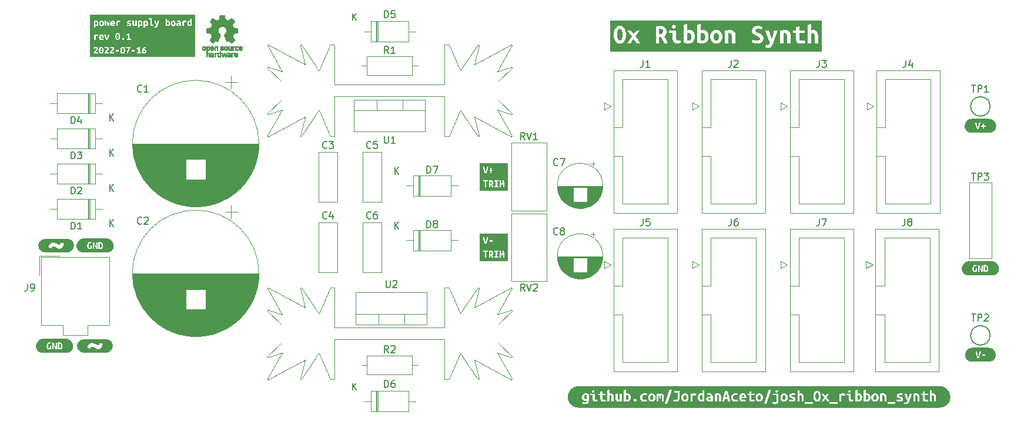
<source format=gto>
G04 #@! TF.GenerationSoftware,KiCad,Pcbnew,6.0.5+dfsg-1~bpo11+1*
G04 #@! TF.CreationDate,2022-07-16T13:24:40+00:00*
G04 #@! TF.ProjectId,power_supply,706f7765-725f-4737-9570-706c792e6b69,0*
G04 #@! TF.SameCoordinates,Original*
G04 #@! TF.FileFunction,Legend,Top*
G04 #@! TF.FilePolarity,Positive*
%FSLAX46Y46*%
G04 Gerber Fmt 4.6, Leading zero omitted, Abs format (unit mm)*
G04 Created by KiCad (PCBNEW 6.0.5+dfsg-1~bpo11+1) date 2022-07-16 13:24:40*
%MOMM*%
%LPD*%
G01*
G04 APERTURE LIST*
%ADD10C,0.150000*%
%ADD11C,0.120000*%
%ADD12C,0.010000*%
%ADD13R,1.905000X2.000000*%
%ADD14O,1.905000X2.000000*%
%ADD15C,1.600000*%
%ADD16O,1.600000X1.600000*%
%ADD17R,2.200000X2.200000*%
%ADD18O,2.200000X2.200000*%
%ADD19C,2.600000*%
%ADD20C,1.700000*%
%ADD21C,7.500000*%
%ADD22C,6.000000*%
%ADD23R,2.400000X2.400000*%
%ADD24C,2.400000*%
%ADD25C,1.440000*%
%ADD26R,1.600000X1.600000*%
%ADD27C,2.000000*%
%ADD28O,2.700000X3.300000*%
G04 APERTURE END LIST*
D10*
X132334095Y-90892380D02*
X132334095Y-91701904D01*
X132381714Y-91797142D01*
X132429333Y-91844761D01*
X132524571Y-91892380D01*
X132715047Y-91892380D01*
X132810285Y-91844761D01*
X132857904Y-91797142D01*
X132905523Y-91701904D01*
X132905523Y-90892380D01*
X133905523Y-91892380D02*
X133334095Y-91892380D01*
X133619809Y-91892380D02*
X133619809Y-90892380D01*
X133524571Y-91035238D01*
X133429333Y-91130476D01*
X133334095Y-91178095D01*
X132929333Y-78938380D02*
X132596000Y-78462190D01*
X132357904Y-78938380D02*
X132357904Y-77938380D01*
X132738857Y-77938380D01*
X132834095Y-77986000D01*
X132881714Y-78033619D01*
X132929333Y-78128857D01*
X132929333Y-78271714D01*
X132881714Y-78366952D01*
X132834095Y-78414571D01*
X132738857Y-78462190D01*
X132357904Y-78462190D01*
X133881714Y-78938380D02*
X133310285Y-78938380D01*
X133596000Y-78938380D02*
X133596000Y-77938380D01*
X133500761Y-78081238D01*
X133405523Y-78176476D01*
X133310285Y-78224095D01*
X138453904Y-96210380D02*
X138453904Y-95210380D01*
X138692000Y-95210380D01*
X138834857Y-95258000D01*
X138930095Y-95353238D01*
X138977714Y-95448476D01*
X139025333Y-95638952D01*
X139025333Y-95781809D01*
X138977714Y-95972285D01*
X138930095Y-96067523D01*
X138834857Y-96162761D01*
X138692000Y-96210380D01*
X138453904Y-96210380D01*
X139358666Y-95210380D02*
X140025333Y-95210380D01*
X139596761Y-96210380D01*
X133850095Y-96396380D02*
X133850095Y-95396380D01*
X134421523Y-96396380D02*
X133992952Y-95824952D01*
X134421523Y-95396380D02*
X133850095Y-95967809D01*
X216924095Y-96226380D02*
X217495523Y-96226380D01*
X217209809Y-97226380D02*
X217209809Y-96226380D01*
X217828857Y-97226380D02*
X217828857Y-96226380D01*
X218209809Y-96226380D01*
X218305047Y-96274000D01*
X218352666Y-96321619D01*
X218400285Y-96416857D01*
X218400285Y-96559714D01*
X218352666Y-96654952D01*
X218305047Y-96702571D01*
X218209809Y-96750190D01*
X217828857Y-96750190D01*
X218733619Y-96226380D02*
X219352666Y-96226380D01*
X219019333Y-96607333D01*
X219162190Y-96607333D01*
X219257428Y-96654952D01*
X219305047Y-96702571D01*
X219352666Y-96797809D01*
X219352666Y-97035904D01*
X219305047Y-97131142D01*
X219257428Y-97178761D01*
X219162190Y-97226380D01*
X218876476Y-97226380D01*
X218781238Y-97178761D01*
X218733619Y-97131142D01*
X169592666Y-79966380D02*
X169592666Y-80680666D01*
X169545047Y-80823523D01*
X169449809Y-80918761D01*
X169306952Y-80966380D01*
X169211714Y-80966380D01*
X170592666Y-80966380D02*
X170021238Y-80966380D01*
X170306952Y-80966380D02*
X170306952Y-79966380D01*
X170211714Y-80109238D01*
X170116476Y-80204476D01*
X170021238Y-80252095D01*
X87213904Y-89080380D02*
X87213904Y-88080380D01*
X87452000Y-88080380D01*
X87594857Y-88128000D01*
X87690095Y-88223238D01*
X87737714Y-88318476D01*
X87785333Y-88508952D01*
X87785333Y-88651809D01*
X87737714Y-88842285D01*
X87690095Y-88937523D01*
X87594857Y-89032761D01*
X87452000Y-89080380D01*
X87213904Y-89080380D01*
X88642476Y-88413714D02*
X88642476Y-89080380D01*
X88404380Y-88032761D02*
X88166285Y-88747047D01*
X88785333Y-88747047D01*
X92770095Y-88710380D02*
X92770095Y-87710380D01*
X93341523Y-88710380D02*
X92912952Y-88138952D01*
X93341523Y-87710380D02*
X92770095Y-88281809D01*
X87213904Y-94160380D02*
X87213904Y-93160380D01*
X87452000Y-93160380D01*
X87594857Y-93208000D01*
X87690095Y-93303238D01*
X87737714Y-93398476D01*
X87785333Y-93588952D01*
X87785333Y-93731809D01*
X87737714Y-93922285D01*
X87690095Y-94017523D01*
X87594857Y-94112761D01*
X87452000Y-94160380D01*
X87213904Y-94160380D01*
X88118666Y-93160380D02*
X88737714Y-93160380D01*
X88404380Y-93541333D01*
X88547238Y-93541333D01*
X88642476Y-93588952D01*
X88690095Y-93636571D01*
X88737714Y-93731809D01*
X88737714Y-93969904D01*
X88690095Y-94065142D01*
X88642476Y-94112761D01*
X88547238Y-94160380D01*
X88261523Y-94160380D01*
X88166285Y-94112761D01*
X88118666Y-94065142D01*
X92770095Y-93790380D02*
X92770095Y-92790380D01*
X93341523Y-93790380D02*
X92912952Y-93218952D01*
X93341523Y-92790380D02*
X92770095Y-93361809D01*
X87213904Y-104320380D02*
X87213904Y-103320380D01*
X87452000Y-103320380D01*
X87594857Y-103368000D01*
X87690095Y-103463238D01*
X87737714Y-103558476D01*
X87785333Y-103748952D01*
X87785333Y-103891809D01*
X87737714Y-104082285D01*
X87690095Y-104177523D01*
X87594857Y-104272761D01*
X87452000Y-104320380D01*
X87213904Y-104320380D01*
X88737714Y-104320380D02*
X88166285Y-104320380D01*
X88452000Y-104320380D02*
X88452000Y-103320380D01*
X88356761Y-103463238D01*
X88261523Y-103558476D01*
X88166285Y-103606095D01*
X92770095Y-103950380D02*
X92770095Y-102950380D01*
X93341523Y-103950380D02*
X92912952Y-103378952D01*
X93341523Y-102950380D02*
X92770095Y-103521809D01*
X97369333Y-103481142D02*
X97321714Y-103528761D01*
X97178857Y-103576380D01*
X97083619Y-103576380D01*
X96940761Y-103528761D01*
X96845523Y-103433523D01*
X96797904Y-103338285D01*
X96750285Y-103147809D01*
X96750285Y-103004952D01*
X96797904Y-102814476D01*
X96845523Y-102719238D01*
X96940761Y-102624000D01*
X97083619Y-102576380D01*
X97178857Y-102576380D01*
X97321714Y-102624000D01*
X97369333Y-102671619D01*
X97750285Y-102671619D02*
X97797904Y-102624000D01*
X97893142Y-102576380D01*
X98131238Y-102576380D01*
X98226476Y-102624000D01*
X98274095Y-102671619D01*
X98321714Y-102766857D01*
X98321714Y-102862095D01*
X98274095Y-103004952D01*
X97702666Y-103576380D01*
X98321714Y-103576380D01*
X207438666Y-79966380D02*
X207438666Y-80680666D01*
X207391047Y-80823523D01*
X207295809Y-80918761D01*
X207152952Y-80966380D01*
X207057714Y-80966380D01*
X208343428Y-80299714D02*
X208343428Y-80966380D01*
X208105333Y-79918761D02*
X207867238Y-80633047D01*
X208486285Y-80633047D01*
X152566761Y-113228380D02*
X152233428Y-112752190D01*
X151995333Y-113228380D02*
X151995333Y-112228380D01*
X152376285Y-112228380D01*
X152471523Y-112276000D01*
X152519142Y-112323619D01*
X152566761Y-112418857D01*
X152566761Y-112561714D01*
X152519142Y-112656952D01*
X152471523Y-112704571D01*
X152376285Y-112752190D01*
X151995333Y-112752190D01*
X152852476Y-112228380D02*
X153185809Y-113228380D01*
X153519142Y-112228380D01*
X153804857Y-112323619D02*
X153852476Y-112276000D01*
X153947714Y-112228380D01*
X154185809Y-112228380D01*
X154281047Y-112276000D01*
X154328666Y-112323619D01*
X154376285Y-112418857D01*
X154376285Y-112514095D01*
X154328666Y-112656952D01*
X153757238Y-113228380D01*
X154376285Y-113228380D01*
X124039333Y-102719142D02*
X123991714Y-102766761D01*
X123848857Y-102814380D01*
X123753619Y-102814380D01*
X123610761Y-102766761D01*
X123515523Y-102671523D01*
X123467904Y-102576285D01*
X123420285Y-102385809D01*
X123420285Y-102242952D01*
X123467904Y-102052476D01*
X123515523Y-101957238D01*
X123610761Y-101862000D01*
X123753619Y-101814380D01*
X123848857Y-101814380D01*
X123991714Y-101862000D01*
X124039333Y-101909619D01*
X124896476Y-102147714D02*
X124896476Y-102814380D01*
X124658380Y-101766761D02*
X124420285Y-102481047D01*
X125039333Y-102481047D01*
X207312666Y-102826380D02*
X207312666Y-103540666D01*
X207265047Y-103683523D01*
X207169809Y-103778761D01*
X207026952Y-103826380D01*
X206931714Y-103826380D01*
X207931714Y-103254952D02*
X207836476Y-103207333D01*
X207788857Y-103159714D01*
X207741238Y-103064476D01*
X207741238Y-103016857D01*
X207788857Y-102921619D01*
X207836476Y-102874000D01*
X207931714Y-102826380D01*
X208122190Y-102826380D01*
X208217428Y-102874000D01*
X208265047Y-102921619D01*
X208312666Y-103016857D01*
X208312666Y-103064476D01*
X208265047Y-103159714D01*
X208217428Y-103207333D01*
X208122190Y-103254952D01*
X207931714Y-103254952D01*
X207836476Y-103302571D01*
X207788857Y-103350190D01*
X207741238Y-103445428D01*
X207741238Y-103635904D01*
X207788857Y-103731142D01*
X207836476Y-103778761D01*
X207931714Y-103826380D01*
X208122190Y-103826380D01*
X208217428Y-103778761D01*
X208265047Y-103731142D01*
X208312666Y-103635904D01*
X208312666Y-103445428D01*
X208265047Y-103350190D01*
X208217428Y-103302571D01*
X208122190Y-103254952D01*
X194992666Y-79966380D02*
X194992666Y-80680666D01*
X194945047Y-80823523D01*
X194849809Y-80918761D01*
X194706952Y-80966380D01*
X194611714Y-80966380D01*
X195373619Y-79966380D02*
X195992666Y-79966380D01*
X195659333Y-80347333D01*
X195802190Y-80347333D01*
X195897428Y-80394952D01*
X195945047Y-80442571D01*
X195992666Y-80537809D01*
X195992666Y-80775904D01*
X195945047Y-80871142D01*
X195897428Y-80918761D01*
X195802190Y-80966380D01*
X195516476Y-80966380D01*
X195421238Y-80918761D01*
X195373619Y-80871142D01*
X169592666Y-102826380D02*
X169592666Y-103540666D01*
X169545047Y-103683523D01*
X169449809Y-103778761D01*
X169306952Y-103826380D01*
X169211714Y-103826380D01*
X170545047Y-102826380D02*
X170068857Y-102826380D01*
X170021238Y-103302571D01*
X170068857Y-103254952D01*
X170164095Y-103207333D01*
X170402190Y-103207333D01*
X170497428Y-103254952D01*
X170545047Y-103302571D01*
X170592666Y-103397809D01*
X170592666Y-103635904D01*
X170545047Y-103731142D01*
X170497428Y-103778761D01*
X170402190Y-103826380D01*
X170164095Y-103826380D01*
X170068857Y-103778761D01*
X170021238Y-103731142D01*
X157313333Y-95051521D02*
X157265714Y-95099140D01*
X157122857Y-95146759D01*
X157027619Y-95146759D01*
X156884761Y-95099140D01*
X156789523Y-95003902D01*
X156741904Y-94908664D01*
X156694285Y-94718188D01*
X156694285Y-94575331D01*
X156741904Y-94384855D01*
X156789523Y-94289617D01*
X156884761Y-94194379D01*
X157027619Y-94146759D01*
X157122857Y-94146759D01*
X157265714Y-94194379D01*
X157313333Y-94241998D01*
X157646666Y-94146759D02*
X158313333Y-94146759D01*
X157884761Y-95146759D01*
X97369333Y-84431142D02*
X97321714Y-84478761D01*
X97178857Y-84526380D01*
X97083619Y-84526380D01*
X96940761Y-84478761D01*
X96845523Y-84383523D01*
X96797904Y-84288285D01*
X96750285Y-84097809D01*
X96750285Y-83954952D01*
X96797904Y-83764476D01*
X96845523Y-83669238D01*
X96940761Y-83574000D01*
X97083619Y-83526380D01*
X97178857Y-83526380D01*
X97321714Y-83574000D01*
X97369333Y-83621619D01*
X98321714Y-84526380D02*
X97750285Y-84526380D01*
X98036000Y-84526380D02*
X98036000Y-83526380D01*
X97940761Y-83669238D01*
X97845523Y-83764476D01*
X97750285Y-83812095D01*
X132929333Y-122118380D02*
X132596000Y-121642190D01*
X132357904Y-122118380D02*
X132357904Y-121118380D01*
X132738857Y-121118380D01*
X132834095Y-121166000D01*
X132881714Y-121213619D01*
X132929333Y-121308857D01*
X132929333Y-121451714D01*
X132881714Y-121546952D01*
X132834095Y-121594571D01*
X132738857Y-121642190D01*
X132357904Y-121642190D01*
X133310285Y-121213619D02*
X133357904Y-121166000D01*
X133453142Y-121118380D01*
X133691238Y-121118380D01*
X133786476Y-121166000D01*
X133834095Y-121213619D01*
X133881714Y-121308857D01*
X133881714Y-121404095D01*
X133834095Y-121546952D01*
X133262666Y-122118380D01*
X133881714Y-122118380D01*
X130389333Y-92559142D02*
X130341714Y-92606761D01*
X130198857Y-92654380D01*
X130103619Y-92654380D01*
X129960761Y-92606761D01*
X129865523Y-92511523D01*
X129817904Y-92416285D01*
X129770285Y-92225809D01*
X129770285Y-92082952D01*
X129817904Y-91892476D01*
X129865523Y-91797238D01*
X129960761Y-91702000D01*
X130103619Y-91654380D01*
X130198857Y-91654380D01*
X130341714Y-91702000D01*
X130389333Y-91749619D01*
X131294095Y-91654380D02*
X130817904Y-91654380D01*
X130770285Y-92130571D01*
X130817904Y-92082952D01*
X130913142Y-92035333D01*
X131151238Y-92035333D01*
X131246476Y-92082952D01*
X131294095Y-92130571D01*
X131341714Y-92225809D01*
X131341714Y-92463904D01*
X131294095Y-92559142D01*
X131246476Y-92606761D01*
X131151238Y-92654380D01*
X130913142Y-92654380D01*
X130817904Y-92606761D01*
X130770285Y-92559142D01*
X132357904Y-73801380D02*
X132357904Y-72801380D01*
X132596000Y-72801380D01*
X132738857Y-72849000D01*
X132834095Y-72944238D01*
X132881714Y-73039476D01*
X132929333Y-73229952D01*
X132929333Y-73372809D01*
X132881714Y-73563285D01*
X132834095Y-73658523D01*
X132738857Y-73753761D01*
X132596000Y-73801380D01*
X132357904Y-73801380D01*
X133834095Y-72801380D02*
X133357904Y-72801380D01*
X133310285Y-73277571D01*
X133357904Y-73229952D01*
X133453142Y-73182333D01*
X133691238Y-73182333D01*
X133786476Y-73229952D01*
X133834095Y-73277571D01*
X133881714Y-73372809D01*
X133881714Y-73610904D01*
X133834095Y-73706142D01*
X133786476Y-73753761D01*
X133691238Y-73801380D01*
X133453142Y-73801380D01*
X133357904Y-73753761D01*
X133310285Y-73706142D01*
X127754095Y-74171380D02*
X127754095Y-73171380D01*
X128325523Y-74171380D02*
X127896952Y-73599952D01*
X128325523Y-73171380D02*
X127754095Y-73742809D01*
X216924095Y-116586380D02*
X217495523Y-116586380D01*
X217209809Y-117586380D02*
X217209809Y-116586380D01*
X217828857Y-117586380D02*
X217828857Y-116586380D01*
X218209809Y-116586380D01*
X218305047Y-116634000D01*
X218352666Y-116681619D01*
X218400285Y-116776857D01*
X218400285Y-116919714D01*
X218352666Y-117014952D01*
X218305047Y-117062571D01*
X218209809Y-117110190D01*
X217828857Y-117110190D01*
X218781238Y-116681619D02*
X218828857Y-116634000D01*
X218924095Y-116586380D01*
X219162190Y-116586380D01*
X219257428Y-116634000D01*
X219305047Y-116681619D01*
X219352666Y-116776857D01*
X219352666Y-116872095D01*
X219305047Y-117014952D01*
X218733619Y-117586380D01*
X219352666Y-117586380D01*
X194992666Y-102826380D02*
X194992666Y-103540666D01*
X194945047Y-103683523D01*
X194849809Y-103778761D01*
X194706952Y-103826380D01*
X194611714Y-103826380D01*
X195373619Y-102826380D02*
X196040285Y-102826380D01*
X195611714Y-103826380D01*
X182292666Y-79966380D02*
X182292666Y-80680666D01*
X182245047Y-80823523D01*
X182149809Y-80918761D01*
X182006952Y-80966380D01*
X181911714Y-80966380D01*
X182721238Y-80061619D02*
X182768857Y-80014000D01*
X182864095Y-79966380D01*
X183102190Y-79966380D01*
X183197428Y-80014000D01*
X183245047Y-80061619D01*
X183292666Y-80156857D01*
X183292666Y-80252095D01*
X183245047Y-80394952D01*
X182673619Y-80966380D01*
X183292666Y-80966380D01*
X182292666Y-102826380D02*
X182292666Y-103540666D01*
X182245047Y-103683523D01*
X182149809Y-103778761D01*
X182006952Y-103826380D01*
X181911714Y-103826380D01*
X183197428Y-102826380D02*
X183006952Y-102826380D01*
X182911714Y-102874000D01*
X182864095Y-102921619D01*
X182768857Y-103064476D01*
X182721238Y-103254952D01*
X182721238Y-103635904D01*
X182768857Y-103731142D01*
X182816476Y-103778761D01*
X182911714Y-103826380D01*
X183102190Y-103826380D01*
X183197428Y-103778761D01*
X183245047Y-103731142D01*
X183292666Y-103635904D01*
X183292666Y-103397809D01*
X183245047Y-103302571D01*
X183197428Y-103254952D01*
X183102190Y-103207333D01*
X182911714Y-103207333D01*
X182816476Y-103254952D01*
X182768857Y-103302571D01*
X182721238Y-103397809D01*
X132357904Y-127141380D02*
X132357904Y-126141380D01*
X132596000Y-126141380D01*
X132738857Y-126189000D01*
X132834095Y-126284238D01*
X132881714Y-126379476D01*
X132929333Y-126569952D01*
X132929333Y-126712809D01*
X132881714Y-126903285D01*
X132834095Y-126998523D01*
X132738857Y-127093761D01*
X132596000Y-127141380D01*
X132357904Y-127141380D01*
X133786476Y-126141380D02*
X133596000Y-126141380D01*
X133500761Y-126189000D01*
X133453142Y-126236619D01*
X133357904Y-126379476D01*
X133310285Y-126569952D01*
X133310285Y-126950904D01*
X133357904Y-127046142D01*
X133405523Y-127093761D01*
X133500761Y-127141380D01*
X133691238Y-127141380D01*
X133786476Y-127093761D01*
X133834095Y-127046142D01*
X133881714Y-126950904D01*
X133881714Y-126712809D01*
X133834095Y-126617571D01*
X133786476Y-126569952D01*
X133691238Y-126522333D01*
X133500761Y-126522333D01*
X133405523Y-126569952D01*
X133357904Y-126617571D01*
X133310285Y-126712809D01*
X127754095Y-127511380D02*
X127754095Y-126511380D01*
X128325523Y-127511380D02*
X127896952Y-126939952D01*
X128325523Y-126511380D02*
X127754095Y-127082809D01*
X80946666Y-112228380D02*
X80946666Y-112942666D01*
X80899047Y-113085523D01*
X80803809Y-113180761D01*
X80660952Y-113228380D01*
X80565714Y-113228380D01*
X81470476Y-113228380D02*
X81660952Y-113228380D01*
X81756190Y-113180761D01*
X81803809Y-113133142D01*
X81899047Y-112990285D01*
X81946666Y-112799809D01*
X81946666Y-112418857D01*
X81899047Y-112323619D01*
X81851428Y-112276000D01*
X81756190Y-112228380D01*
X81565714Y-112228380D01*
X81470476Y-112276000D01*
X81422857Y-112323619D01*
X81375238Y-112418857D01*
X81375238Y-112656952D01*
X81422857Y-112752190D01*
X81470476Y-112799809D01*
X81565714Y-112847428D01*
X81756190Y-112847428D01*
X81851428Y-112799809D01*
X81899047Y-112752190D01*
X81946666Y-112656952D01*
X124039333Y-92559142D02*
X123991714Y-92606761D01*
X123848857Y-92654380D01*
X123753619Y-92654380D01*
X123610761Y-92606761D01*
X123515523Y-92511523D01*
X123467904Y-92416285D01*
X123420285Y-92225809D01*
X123420285Y-92082952D01*
X123467904Y-91892476D01*
X123515523Y-91797238D01*
X123610761Y-91702000D01*
X123753619Y-91654380D01*
X123848857Y-91654380D01*
X123991714Y-91702000D01*
X124039333Y-91749619D01*
X124372666Y-91654380D02*
X124991714Y-91654380D01*
X124658380Y-92035333D01*
X124801238Y-92035333D01*
X124896476Y-92082952D01*
X124944095Y-92130571D01*
X124991714Y-92225809D01*
X124991714Y-92463904D01*
X124944095Y-92559142D01*
X124896476Y-92606761D01*
X124801238Y-92654380D01*
X124515523Y-92654380D01*
X124420285Y-92606761D01*
X124372666Y-92559142D01*
X130389333Y-102719142D02*
X130341714Y-102766761D01*
X130198857Y-102814380D01*
X130103619Y-102814380D01*
X129960761Y-102766761D01*
X129865523Y-102671523D01*
X129817904Y-102576285D01*
X129770285Y-102385809D01*
X129770285Y-102242952D01*
X129817904Y-102052476D01*
X129865523Y-101957238D01*
X129960761Y-101862000D01*
X130103619Y-101814380D01*
X130198857Y-101814380D01*
X130341714Y-101862000D01*
X130389333Y-101909619D01*
X131246476Y-101814380D02*
X131056000Y-101814380D01*
X130960761Y-101862000D01*
X130913142Y-101909619D01*
X130817904Y-102052476D01*
X130770285Y-102242952D01*
X130770285Y-102623904D01*
X130817904Y-102719142D01*
X130865523Y-102766761D01*
X130960761Y-102814380D01*
X131151238Y-102814380D01*
X131246476Y-102766761D01*
X131294095Y-102719142D01*
X131341714Y-102623904D01*
X131341714Y-102385809D01*
X131294095Y-102290571D01*
X131246476Y-102242952D01*
X131151238Y-102195333D01*
X130960761Y-102195333D01*
X130865523Y-102242952D01*
X130817904Y-102290571D01*
X130770285Y-102385809D01*
X87213904Y-99240380D02*
X87213904Y-98240380D01*
X87452000Y-98240380D01*
X87594857Y-98288000D01*
X87690095Y-98383238D01*
X87737714Y-98478476D01*
X87785333Y-98668952D01*
X87785333Y-98811809D01*
X87737714Y-99002285D01*
X87690095Y-99097523D01*
X87594857Y-99192761D01*
X87452000Y-99240380D01*
X87213904Y-99240380D01*
X88166285Y-98335619D02*
X88213904Y-98288000D01*
X88309142Y-98240380D01*
X88547238Y-98240380D01*
X88642476Y-98288000D01*
X88690095Y-98335619D01*
X88737714Y-98430857D01*
X88737714Y-98526095D01*
X88690095Y-98668952D01*
X88118666Y-99240380D01*
X88737714Y-99240380D01*
X92770095Y-98870380D02*
X92770095Y-97870380D01*
X93341523Y-98870380D02*
X92912952Y-98298952D01*
X93341523Y-97870380D02*
X92770095Y-98441809D01*
X157313333Y-105045142D02*
X157265714Y-105092761D01*
X157122857Y-105140380D01*
X157027619Y-105140380D01*
X156884761Y-105092761D01*
X156789523Y-104997523D01*
X156741904Y-104902285D01*
X156694285Y-104711809D01*
X156694285Y-104568952D01*
X156741904Y-104378476D01*
X156789523Y-104283238D01*
X156884761Y-104188000D01*
X157027619Y-104140380D01*
X157122857Y-104140380D01*
X157265714Y-104188000D01*
X157313333Y-104235619D01*
X157884761Y-104568952D02*
X157789523Y-104521333D01*
X157741904Y-104473714D01*
X157694285Y-104378476D01*
X157694285Y-104330857D01*
X157741904Y-104235619D01*
X157789523Y-104188000D01*
X157884761Y-104140380D01*
X158075238Y-104140380D01*
X158170476Y-104188000D01*
X158218095Y-104235619D01*
X158265714Y-104330857D01*
X158265714Y-104378476D01*
X158218095Y-104473714D01*
X158170476Y-104521333D01*
X158075238Y-104568952D01*
X157884761Y-104568952D01*
X157789523Y-104616571D01*
X157741904Y-104664190D01*
X157694285Y-104759428D01*
X157694285Y-104949904D01*
X157741904Y-105045142D01*
X157789523Y-105092761D01*
X157884761Y-105140380D01*
X158075238Y-105140380D01*
X158170476Y-105092761D01*
X158218095Y-105045142D01*
X158265714Y-104949904D01*
X158265714Y-104759428D01*
X158218095Y-104664190D01*
X158170476Y-104616571D01*
X158075238Y-104568952D01*
X216924095Y-83566380D02*
X217495523Y-83566380D01*
X217209809Y-84566380D02*
X217209809Y-83566380D01*
X217828857Y-84566380D02*
X217828857Y-83566380D01*
X218209809Y-83566380D01*
X218305047Y-83614000D01*
X218352666Y-83661619D01*
X218400285Y-83756857D01*
X218400285Y-83899714D01*
X218352666Y-83994952D01*
X218305047Y-84042571D01*
X218209809Y-84090190D01*
X217828857Y-84090190D01*
X219352666Y-84566380D02*
X218781238Y-84566380D01*
X219066952Y-84566380D02*
X219066952Y-83566380D01*
X218971714Y-83709238D01*
X218876476Y-83804476D01*
X218781238Y-83852095D01*
X132588095Y-111720380D02*
X132588095Y-112529904D01*
X132635714Y-112625142D01*
X132683333Y-112672761D01*
X132778571Y-112720380D01*
X132969047Y-112720380D01*
X133064285Y-112672761D01*
X133111904Y-112625142D01*
X133159523Y-112529904D01*
X133159523Y-111720380D01*
X133588095Y-111815619D02*
X133635714Y-111768000D01*
X133730952Y-111720380D01*
X133969047Y-111720380D01*
X134064285Y-111768000D01*
X134111904Y-111815619D01*
X134159523Y-111910857D01*
X134159523Y-112006095D01*
X134111904Y-112148952D01*
X133540476Y-112720380D01*
X134159523Y-112720380D01*
X152566761Y-91384380D02*
X152233428Y-90908190D01*
X151995333Y-91384380D02*
X151995333Y-90384380D01*
X152376285Y-90384380D01*
X152471523Y-90432000D01*
X152519142Y-90479619D01*
X152566761Y-90574857D01*
X152566761Y-90717714D01*
X152519142Y-90812952D01*
X152471523Y-90860571D01*
X152376285Y-90908190D01*
X151995333Y-90908190D01*
X152852476Y-90384380D02*
X153185809Y-91384380D01*
X153519142Y-90384380D01*
X154376285Y-91384380D02*
X153804857Y-91384380D01*
X154090571Y-91384380D02*
X154090571Y-90384380D01*
X153995333Y-90527238D01*
X153900095Y-90622476D01*
X153804857Y-90670095D01*
X138453904Y-104084380D02*
X138453904Y-103084380D01*
X138692000Y-103084380D01*
X138834857Y-103132000D01*
X138930095Y-103227238D01*
X138977714Y-103322476D01*
X139025333Y-103512952D01*
X139025333Y-103655809D01*
X138977714Y-103846285D01*
X138930095Y-103941523D01*
X138834857Y-104036761D01*
X138692000Y-104084380D01*
X138453904Y-104084380D01*
X139596761Y-103512952D02*
X139501523Y-103465333D01*
X139453904Y-103417714D01*
X139406285Y-103322476D01*
X139406285Y-103274857D01*
X139453904Y-103179619D01*
X139501523Y-103132000D01*
X139596761Y-103084380D01*
X139787238Y-103084380D01*
X139882476Y-103132000D01*
X139930095Y-103179619D01*
X139977714Y-103274857D01*
X139977714Y-103322476D01*
X139930095Y-103417714D01*
X139882476Y-103465333D01*
X139787238Y-103512952D01*
X139596761Y-103512952D01*
X139501523Y-103560571D01*
X139453904Y-103608190D01*
X139406285Y-103703428D01*
X139406285Y-103893904D01*
X139453904Y-103989142D01*
X139501523Y-104036761D01*
X139596761Y-104084380D01*
X139787238Y-104084380D01*
X139882476Y-104036761D01*
X139930095Y-103989142D01*
X139977714Y-103893904D01*
X139977714Y-103703428D01*
X139930095Y-103608190D01*
X139882476Y-103560571D01*
X139787238Y-103512952D01*
X133850095Y-104270380D02*
X133850095Y-103270380D01*
X134421523Y-104270380D02*
X133992952Y-103698952D01*
X134421523Y-103270380D02*
X133850095Y-103841809D01*
G36*
X87077052Y-105799394D02*
G01*
X87386279Y-106006014D01*
X87592898Y-106315241D01*
X87665453Y-106680000D01*
X87592898Y-107044759D01*
X87386279Y-107353986D01*
X87077052Y-107560606D01*
X86712293Y-107633161D01*
X83467708Y-107633161D01*
X83102949Y-107560606D01*
X82793721Y-107353987D01*
X82587102Y-107044759D01*
X82575649Y-106987181D01*
X83980338Y-106987181D01*
X84413726Y-107106244D01*
X84470876Y-106939556D01*
X84532788Y-106846688D01*
X84601844Y-106806206D01*
X84675663Y-106796681D01*
X84863782Y-106846688D01*
X85066188Y-106958606D01*
X85282882Y-107070525D01*
X85523388Y-107120531D01*
X85806757Y-107046713D01*
X86004401Y-106860975D01*
X86130607Y-106618087D01*
X86199663Y-106368056D01*
X85766276Y-106248994D01*
X85706744Y-106415681D01*
X85642451Y-106510931D01*
X85573394Y-106553794D01*
X85499576Y-106563319D01*
X85309076Y-106513312D01*
X85109051Y-106401394D01*
X84892357Y-106289475D01*
X84656613Y-106239469D01*
X84370863Y-106313287D01*
X84173219Y-106496644D01*
X84047013Y-106737150D01*
X83980338Y-106987181D01*
X82575649Y-106987181D01*
X82514547Y-106680000D01*
X82587102Y-106315241D01*
X82793721Y-106006013D01*
X83102949Y-105799394D01*
X83467708Y-105726839D01*
X86712293Y-105726839D01*
X87077052Y-105799394D01*
G37*
D11*
X127976000Y-85630000D02*
X138216000Y-85630000D01*
X127976000Y-87140000D02*
X138216000Y-87140000D01*
X127976000Y-90271000D02*
X138216000Y-90271000D01*
X138216000Y-85630000D02*
X138216000Y-90271000D01*
X131246000Y-85630000D02*
X131246000Y-87140000D01*
X134947000Y-85630000D02*
X134947000Y-87140000D01*
X127976000Y-85630000D02*
X127976000Y-90271000D01*
G36*
X166461281Y-75477687D02*
G01*
X166578359Y-75660250D01*
X166633922Y-75932109D01*
X166644340Y-76094332D01*
X166647812Y-76267469D01*
X166644340Y-76440109D01*
X166633922Y-76600844D01*
X166578359Y-76872703D01*
X166459297Y-77057250D01*
X166258875Y-77124719D01*
X166056469Y-77057250D01*
X165939391Y-76874688D01*
X165883828Y-76602828D01*
X165873410Y-76440605D01*
X165869937Y-76267469D01*
X165873410Y-76094828D01*
X165883828Y-75934094D01*
X165939391Y-75662234D01*
X166056469Y-75477687D01*
X166258875Y-75410219D01*
X166461281Y-75477687D01*
G37*
G36*
X172244742Y-75460820D02*
G01*
X172382656Y-75529281D01*
X172471953Y-75646359D01*
X172501719Y-75815031D01*
X172390594Y-76090859D01*
X172244742Y-76163785D01*
X172029437Y-76188094D01*
X171922281Y-76188094D01*
X171922281Y-75449906D01*
X172001656Y-75439984D01*
X172069125Y-75438000D01*
X172244742Y-75460820D01*
G37*
G36*
X178349176Y-76048195D02*
G01*
X178456828Y-76152375D01*
X178520824Y-76322039D01*
X178542156Y-76553219D01*
X178514375Y-76817637D01*
X178431031Y-76991766D01*
X178300062Y-77088504D01*
X178129406Y-77120750D01*
X178024234Y-77116781D01*
X177907156Y-77100906D01*
X177907156Y-76088875D01*
X178040109Y-76035297D01*
X178196875Y-76013469D01*
X178349176Y-76048195D01*
G37*
G36*
X164861214Y-74230839D02*
G01*
X195310786Y-74230839D01*
X195310786Y-78677161D01*
X164861214Y-78677161D01*
X164861214Y-78093094D01*
X187174188Y-78093094D01*
X187342859Y-78144688D01*
X187567094Y-78164531D01*
X187823078Y-78128813D01*
X188021516Y-78019672D01*
X188184234Y-77831156D01*
X188333063Y-77557313D01*
X188358825Y-77497781D01*
X189329219Y-77497781D01*
X189817375Y-77497781D01*
X189817375Y-76033312D01*
X189930484Y-76021406D01*
X190039625Y-76017437D01*
X190281719Y-76132531D01*
X190326367Y-76284336D01*
X190341250Y-76509563D01*
X190341250Y-77497781D01*
X190829406Y-77497781D01*
X190829406Y-76446062D01*
X190820477Y-76263996D01*
X190793688Y-76098797D01*
X190766096Y-76037281D01*
X191206438Y-76037281D01*
X191631094Y-76037281D01*
X191631094Y-76803250D01*
X191643000Y-77015082D01*
X191678719Y-77182266D01*
X191817625Y-77406500D01*
X192039875Y-77513656D01*
X192341500Y-77541438D01*
X192645109Y-77517625D01*
X192718036Y-77497781D01*
X193297969Y-77497781D01*
X193786125Y-77497781D01*
X193786125Y-76061094D01*
X193891297Y-76033312D01*
X194024250Y-76017437D01*
X194250469Y-76132531D01*
X194295117Y-76284336D01*
X194310000Y-76509563D01*
X194310000Y-77497781D01*
X194798156Y-77497781D01*
X194798156Y-76446062D01*
X194789227Y-76263996D01*
X194762438Y-76098797D01*
X194643375Y-75828922D01*
X194421125Y-75654297D01*
X194265352Y-75608160D01*
X194075844Y-75592781D01*
X193929000Y-75610641D01*
X193786125Y-75648344D01*
X193786125Y-74743469D01*
X193297969Y-74826812D01*
X193297969Y-77497781D01*
X192718036Y-77497781D01*
X192936813Y-77438250D01*
X192869344Y-77017563D01*
X192744328Y-77069156D01*
X192633203Y-77098922D01*
X192522078Y-77112813D01*
X192397063Y-77116781D01*
X192281969Y-77104875D01*
X192194656Y-77057250D01*
X192139094Y-76958031D01*
X192119250Y-76791344D01*
X192119250Y-76037281D01*
X192901094Y-76037281D01*
X192901094Y-75632469D01*
X192119250Y-75632469D01*
X192119250Y-75084781D01*
X191631094Y-75164156D01*
X191631094Y-75632469D01*
X191206438Y-75632469D01*
X191206438Y-76037281D01*
X190766096Y-76037281D01*
X190672641Y-75828922D01*
X190440469Y-75654297D01*
X190274773Y-75608160D01*
X190071375Y-75592781D01*
X189853590Y-75600719D01*
X189652672Y-75624531D01*
X189475566Y-75657273D01*
X189329219Y-75692000D01*
X189329219Y-77497781D01*
X188358825Y-77497781D01*
X188428809Y-77336055D01*
X188517609Y-77108844D01*
X188600457Y-76876176D01*
X188678344Y-76638547D01*
X188752262Y-76395461D01*
X188823203Y-76146422D01*
X188894145Y-75891926D01*
X188968063Y-75632469D01*
X188468000Y-75632469D01*
X188398547Y-75949969D01*
X188360348Y-76116160D01*
X188321156Y-76281359D01*
X188280477Y-76445070D01*
X188237813Y-76606797D01*
X188154469Y-76906438D01*
X188037391Y-76606797D01*
X187981332Y-76444574D01*
X187928250Y-76279375D01*
X187878145Y-76112687D01*
X187831016Y-75946000D01*
X187749656Y-75632469D01*
X187241656Y-75632469D01*
X187315078Y-75898499D01*
X187392469Y-76152871D01*
X187473828Y-76395585D01*
X187559156Y-76626641D01*
X187675573Y-76915698D01*
X187791990Y-77182266D01*
X187908406Y-77426344D01*
X187769500Y-77652563D01*
X187539313Y-77747813D01*
X187406359Y-77733922D01*
X187265469Y-77684313D01*
X187174188Y-78093094D01*
X164861214Y-78093094D01*
X164861214Y-76267469D01*
X165373844Y-76267469D01*
X165388106Y-76565497D01*
X165430895Y-76824582D01*
X165502208Y-77044724D01*
X165602047Y-77225922D01*
X165776892Y-77405618D01*
X165997158Y-77513436D01*
X166262844Y-77549375D01*
X166522135Y-77513436D01*
X166553637Y-77497781D01*
X167330437Y-77497781D01*
X167826531Y-77497781D01*
X167924758Y-77320180D01*
X168021000Y-77160438D01*
X168122203Y-77007641D01*
X168235312Y-76850875D01*
X168333539Y-76985813D01*
X168437719Y-77136625D01*
X168544875Y-77306289D01*
X168652031Y-77497781D01*
X169160031Y-77497781D01*
X171434125Y-77497781D01*
X171922281Y-77497781D01*
X171922281Y-76592906D01*
X172176281Y-76592906D01*
X172310723Y-76817637D01*
X172436234Y-77039391D01*
X172549840Y-77264121D01*
X172648562Y-77497781D01*
X173160531Y-77497781D01*
X173047422Y-77237828D01*
X172910500Y-76963984D01*
X172763656Y-76702047D01*
X172620781Y-76473844D01*
X172794414Y-76361727D01*
X172910500Y-76207937D01*
X172971055Y-76037281D01*
X173347062Y-76037281D01*
X173863000Y-76037281D01*
X173863000Y-76723875D01*
X173870937Y-76907430D01*
X173894750Y-77069156D01*
X174003891Y-77325141D01*
X174210266Y-77485875D01*
X174354629Y-77527547D01*
X174529750Y-77541438D01*
X174773828Y-77515641D01*
X174988099Y-77442219D01*
X175434625Y-77442219D01*
X175585437Y-77481906D01*
X175768000Y-77513656D01*
X175964453Y-77534492D01*
X176156937Y-77541438D01*
X176359344Y-77524074D01*
X176537937Y-77471984D01*
X176592536Y-77442219D01*
X177419000Y-77442219D01*
X177569812Y-77481906D01*
X177752375Y-77513656D01*
X177948828Y-77534492D01*
X178141312Y-77541438D01*
X178343719Y-77524074D01*
X178522312Y-77471984D01*
X178676102Y-77388145D01*
X178804094Y-77275531D01*
X178905297Y-77135137D01*
X178978719Y-76967953D01*
X179023367Y-76776957D01*
X179038250Y-76565125D01*
X179038023Y-76561156D01*
X179272406Y-76561156D01*
X179288281Y-76772988D01*
X179335906Y-76963984D01*
X179412801Y-77132160D01*
X179516484Y-77275531D01*
X179644477Y-77391617D01*
X179794297Y-77477938D01*
X179964457Y-77531516D01*
X180153469Y-77549375D01*
X180342480Y-77531516D01*
X180449621Y-77497781D01*
X181391719Y-77497781D01*
X181879875Y-77497781D01*
X181879875Y-76033312D01*
X181992984Y-76021406D01*
X182102125Y-76017437D01*
X182344219Y-76132531D01*
X182388867Y-76284336D01*
X182403750Y-76509563D01*
X182403750Y-77497781D01*
X182891906Y-77497781D01*
X182891906Y-77362844D01*
X185269188Y-77362844D01*
X185543031Y-77483891D01*
X185756352Y-77533004D01*
X186031188Y-77549375D01*
X186309661Y-77528429D01*
X186536542Y-77465590D01*
X186711828Y-77360859D01*
X186880004Y-77133152D01*
X186936063Y-76827063D01*
X186919195Y-76642020D01*
X186868594Y-76491703D01*
X186695953Y-76269453D01*
X186465766Y-76126578D01*
X186225656Y-76029344D01*
X186072859Y-75969812D01*
X185933953Y-75896391D01*
X185832750Y-75801141D01*
X185793063Y-75676125D01*
X185836278Y-75519580D01*
X185965924Y-75425653D01*
X186182000Y-75394344D01*
X186461797Y-75434031D01*
X186682063Y-75529281D01*
X186824938Y-75152250D01*
X186541172Y-75037156D01*
X186358113Y-74998461D01*
X186146281Y-74985562D01*
X185903085Y-75007170D01*
X185697372Y-75071993D01*
X185529141Y-75180031D01*
X185360965Y-75412203D01*
X185304906Y-75719781D01*
X185368406Y-76011484D01*
X185529141Y-76207937D01*
X185745438Y-76338906D01*
X185975625Y-76430187D01*
X186142313Y-76499641D01*
X186293125Y-76582984D01*
X186404250Y-76688156D01*
X186447906Y-76823094D01*
X186430047Y-76940172D01*
X186364563Y-77043359D01*
X186235578Y-77114797D01*
X186031188Y-77140594D01*
X185833246Y-77126703D01*
X185668047Y-77085031D01*
X185412063Y-76965969D01*
X185269188Y-77362844D01*
X182891906Y-77362844D01*
X182891906Y-76446062D01*
X182882977Y-76263996D01*
X182856188Y-76098797D01*
X182735141Y-75828922D01*
X182502969Y-75654297D01*
X182337273Y-75608160D01*
X182133875Y-75592781D01*
X181916090Y-75600719D01*
X181715172Y-75624531D01*
X181538066Y-75657273D01*
X181391719Y-75692000D01*
X181391719Y-77497781D01*
X180449621Y-77497781D01*
X180512641Y-77477938D01*
X180661965Y-77391617D01*
X180788469Y-77275531D01*
X180890664Y-77132160D01*
X180967063Y-76963984D01*
X181014688Y-76772988D01*
X181030563Y-76561156D01*
X181014688Y-76352301D01*
X180967063Y-76162297D01*
X180890168Y-75994617D01*
X180786484Y-75852734D01*
X180658492Y-75738633D01*
X180508672Y-75654297D01*
X180339504Y-75602207D01*
X180153469Y-75584844D01*
X179969914Y-75602207D01*
X179800250Y-75654297D01*
X179648941Y-75738633D01*
X179520453Y-75852734D01*
X179416273Y-75994617D01*
X179337891Y-76162297D01*
X179288777Y-76352301D01*
X179272406Y-76561156D01*
X179038023Y-76561156D01*
X179026344Y-76356766D01*
X178990625Y-76168250D01*
X178931590Y-76002059D01*
X178849734Y-75860672D01*
X178617562Y-75662234D01*
X178467742Y-75610145D01*
X178296094Y-75592781D01*
X178105594Y-75610641D01*
X177907156Y-75676125D01*
X177907156Y-74743469D01*
X177419000Y-74826812D01*
X177419000Y-77442219D01*
X176592536Y-77442219D01*
X176691727Y-77388145D01*
X176819719Y-77275531D01*
X176920922Y-77135137D01*
X176994344Y-76967953D01*
X177038992Y-76776957D01*
X177053875Y-76565125D01*
X177041969Y-76356766D01*
X177006250Y-76168250D01*
X176947215Y-76002059D01*
X176865359Y-75860672D01*
X176633187Y-75662234D01*
X176483367Y-75610145D01*
X176311719Y-75592781D01*
X176121219Y-75610641D01*
X175922781Y-75676125D01*
X175922781Y-74743469D01*
X175434625Y-74826812D01*
X175434625Y-77442219D01*
X174988099Y-77442219D01*
X175057594Y-77418406D01*
X174994094Y-77025500D01*
X174779781Y-77098922D01*
X174617062Y-77116781D01*
X174412672Y-77035422D01*
X174351156Y-76787375D01*
X174351156Y-75632469D01*
X173347062Y-75632469D01*
X173347062Y-76037281D01*
X172971055Y-76037281D01*
X172975984Y-76023391D01*
X172997812Y-75819000D01*
X172981441Y-75626020D01*
X172932328Y-75459828D01*
X172743812Y-75207812D01*
X172608875Y-75121492D01*
X172543812Y-75096687D01*
X173716156Y-75096687D01*
X173805453Y-75322906D01*
X174021750Y-75406250D01*
X174240031Y-75322906D01*
X174331312Y-75096687D01*
X174240031Y-74866500D01*
X174021750Y-74783156D01*
X173805453Y-74866500D01*
X173716156Y-75096687D01*
X172543812Y-75096687D01*
X172450125Y-75060969D01*
X172269547Y-75025250D01*
X172069125Y-75013344D01*
X171930219Y-75017312D01*
X171763531Y-75027234D01*
X171590891Y-75047078D01*
X171434125Y-75076844D01*
X171434125Y-77497781D01*
X169160031Y-77497781D01*
X169044937Y-77283469D01*
X168894125Y-77033438D01*
X168719500Y-76773484D01*
X168532969Y-76529406D01*
X169136219Y-75632469D01*
X168640125Y-75632469D01*
X168259125Y-76215875D01*
X167846375Y-75632469D01*
X167334406Y-75632469D01*
X167989250Y-76537344D01*
X167808672Y-76771500D01*
X167630078Y-77019547D01*
X167467359Y-77265609D01*
X167330437Y-77497781D01*
X166553637Y-77497781D01*
X166739094Y-77405618D01*
X166913719Y-77225922D01*
X167014426Y-77044724D01*
X167086359Y-76824582D01*
X167129520Y-76565497D01*
X167143906Y-76267469D01*
X167129768Y-75969440D01*
X167087352Y-75710355D01*
X167016658Y-75490214D01*
X166917687Y-75309016D01*
X166743944Y-75129319D01*
X166524340Y-75021502D01*
X166258875Y-74985562D01*
X166001347Y-75021502D01*
X165784389Y-75129319D01*
X165608000Y-75309016D01*
X165505557Y-75490214D01*
X165432383Y-75710355D01*
X165388479Y-75969440D01*
X165373844Y-76267469D01*
X164861214Y-76267469D01*
X164861214Y-74230839D01*
G37*
G36*
X176364801Y-76048195D02*
G01*
X176472453Y-76152375D01*
X176536449Y-76322039D01*
X176557781Y-76553219D01*
X176530000Y-76817637D01*
X176446656Y-76991766D01*
X176315687Y-77088504D01*
X176145031Y-77120750D01*
X176039859Y-77116781D01*
X175922781Y-77100906D01*
X175922781Y-76088875D01*
X176055734Y-76035297D01*
X176212500Y-76013469D01*
X176364801Y-76048195D01*
G37*
G36*
X180324621Y-76047699D02*
G01*
X180441203Y-76162297D01*
X180508176Y-76339402D01*
X180530500Y-76565125D01*
X180506191Y-76791344D01*
X180433266Y-76969938D01*
X180312715Y-77086023D01*
X180145531Y-77124719D01*
X179974379Y-77086023D01*
X179857797Y-76969938D01*
X179790824Y-76791344D01*
X179768500Y-76565125D01*
X179792809Y-76339402D01*
X179865734Y-76162297D01*
X179986285Y-76047699D01*
X180153469Y-76009500D01*
X180324621Y-76047699D01*
G37*
X129826000Y-79402000D02*
X129826000Y-82142000D01*
X137136000Y-80772000D02*
X136366000Y-80772000D01*
X129056000Y-80772000D02*
X129826000Y-80772000D01*
X129826000Y-82142000D02*
X136366000Y-82142000D01*
X136366000Y-82142000D02*
X136366000Y-79402000D01*
X136366000Y-79402000D02*
X129826000Y-79402000D01*
X141912000Y-99514000D02*
X141912000Y-96574000D01*
X136472000Y-96574000D02*
X136472000Y-99514000D01*
X136472000Y-99514000D02*
X141912000Y-99514000D01*
X135452000Y-98044000D02*
X136472000Y-98044000D01*
X137372000Y-96574000D02*
X137372000Y-99514000D01*
X137492000Y-96574000D02*
X137492000Y-99514000D01*
X141912000Y-96574000D02*
X136472000Y-96574000D01*
X142932000Y-98044000D02*
X141912000Y-98044000D01*
X137252000Y-96574000D02*
X137252000Y-99514000D01*
G36*
X91519375Y-106375994D02*
G01*
X91584463Y-106449812D01*
X91617800Y-106556175D01*
X91627325Y-106680000D01*
X91624348Y-106750048D01*
X91615419Y-106814144D01*
X91575731Y-106919713D01*
X91502706Y-106989563D01*
X91390788Y-107014963D01*
X91373325Y-107014963D01*
X91355863Y-107013375D01*
X91355863Y-106352975D01*
X91384438Y-106349006D01*
X91413013Y-106348212D01*
X91519375Y-106375994D01*
G37*
G36*
X92438899Y-105659545D02*
G01*
X92538437Y-105674310D01*
X92636048Y-105698760D01*
X92730794Y-105732661D01*
X92821759Y-105775684D01*
X92908070Y-105827417D01*
X92988895Y-105887361D01*
X93063455Y-105954938D01*
X93131032Y-106029498D01*
X93190976Y-106110322D01*
X93242708Y-106196633D01*
X93285732Y-106287599D01*
X93319632Y-106382344D01*
X93344083Y-106479956D01*
X93358848Y-106579494D01*
X93363785Y-106680000D01*
X93358848Y-106780506D01*
X93344083Y-106880044D01*
X93319632Y-106977656D01*
X93285732Y-107072401D01*
X93242708Y-107163367D01*
X93190976Y-107249678D01*
X93131032Y-107330502D01*
X93063455Y-107405062D01*
X92988895Y-107472639D01*
X92908070Y-107532583D01*
X92821759Y-107584316D01*
X92730794Y-107627339D01*
X92636048Y-107661240D01*
X92538437Y-107685690D01*
X92438899Y-107700455D01*
X92338393Y-107705393D01*
X89017607Y-107705393D01*
X88917101Y-107700455D01*
X88817563Y-107685690D01*
X88719952Y-107661240D01*
X88625206Y-107627339D01*
X88534241Y-107584316D01*
X88447930Y-107532583D01*
X88367105Y-107472639D01*
X88292545Y-107405062D01*
X88224968Y-107330502D01*
X88165024Y-107249678D01*
X88113292Y-107163367D01*
X88070268Y-107072401D01*
X88036368Y-106977656D01*
X88011917Y-106880044D01*
X87997152Y-106780506D01*
X87992215Y-106680000D01*
X89530237Y-106680000D01*
X89537381Y-106799261D01*
X89558812Y-106903044D01*
X89593341Y-106991150D01*
X89639775Y-107063381D01*
X89697520Y-107119738D01*
X89765981Y-107160219D01*
X89844364Y-107184627D01*
X89931875Y-107192763D01*
X90028911Y-107188794D01*
X90110469Y-107176888D01*
X90128595Y-107172125D01*
X90354150Y-107172125D01*
X90530362Y-107172125D01*
X90530362Y-106519662D01*
X90589365Y-106628583D01*
X90645721Y-106737326D01*
X90699431Y-106845894D01*
X90750496Y-106954461D01*
X90798915Y-107063205D01*
X90844688Y-107172125D01*
X91001850Y-107172125D01*
X91001850Y-107161013D01*
X91160600Y-107161013D01*
X91267756Y-107179269D01*
X91370150Y-107184825D01*
X91465995Y-107177880D01*
X91553506Y-107157044D01*
X91631095Y-107121127D01*
X91697175Y-107068938D01*
X91750952Y-106999683D01*
X91791631Y-106912569D01*
X91817230Y-106806405D01*
X91825763Y-106680000D01*
X91818023Y-106556373D01*
X91794806Y-106452194D01*
X91757698Y-106366072D01*
X91708288Y-106296619D01*
X91646573Y-106243636D01*
X91572556Y-106206925D01*
X91488220Y-106185494D01*
X91395550Y-106178350D01*
X91286013Y-106183112D01*
X91160600Y-106202162D01*
X91160600Y-107161013D01*
X91001850Y-107161013D01*
X91001850Y-106189462D01*
X90825638Y-106189462D01*
X90825638Y-106794300D01*
X90797658Y-106732388D01*
X90764519Y-106660950D01*
X90727213Y-106583559D01*
X90686731Y-106503787D01*
X90644067Y-106422627D01*
X90600212Y-106341069D01*
X90555762Y-106262289D01*
X90511312Y-106189462D01*
X90354150Y-106189462D01*
X90354150Y-107172125D01*
X90128595Y-107172125D01*
X90219212Y-107148313D01*
X90219212Y-106657775D01*
X90023950Y-106657775D01*
X90023950Y-107016550D01*
X89985850Y-107021313D01*
X89947750Y-107022900D01*
X89852897Y-107002064D01*
X89784237Y-106939556D01*
X89753369Y-106873675D01*
X89734849Y-106787156D01*
X89728675Y-106680000D01*
X89732048Y-106607173D01*
X89742169Y-106541094D01*
X89786619Y-106433144D01*
X89865200Y-106362500D01*
X89982675Y-106337100D01*
X90087450Y-106354562D01*
X90173175Y-106394250D01*
X90223975Y-106238675D01*
X90191431Y-106219625D01*
X90136662Y-106195812D01*
X90058081Y-106175969D01*
X89955687Y-106167237D01*
X89869566Y-106175373D01*
X89789000Y-106199781D01*
X89716372Y-106240461D01*
X89654062Y-106297412D01*
X89602866Y-106370239D01*
X89563575Y-106458544D01*
X89538572Y-106561930D01*
X89530237Y-106680000D01*
X87992215Y-106680000D01*
X87997152Y-106579494D01*
X88011917Y-106479956D01*
X88036368Y-106382344D01*
X88070268Y-106287599D01*
X88113292Y-106196633D01*
X88165024Y-106110322D01*
X88224968Y-106029498D01*
X88292545Y-105954938D01*
X88367105Y-105887361D01*
X88447930Y-105827417D01*
X88534241Y-105775684D01*
X88625206Y-105732661D01*
X88719952Y-105698760D01*
X88817563Y-105674310D01*
X88917101Y-105659545D01*
X89017607Y-105654607D01*
X92338393Y-105654607D01*
X92438899Y-105659545D01*
G37*
X216586000Y-108534000D02*
X216586000Y-97634000D01*
X219786000Y-108534000D02*
X216586000Y-108534000D01*
X219786000Y-97634000D02*
X219786000Y-108534000D01*
X216586000Y-97634000D02*
X219786000Y-97634000D01*
G36*
X146033636Y-94777851D02*
G01*
X150130364Y-94777851D01*
X150130364Y-98770149D01*
X146033636Y-98770149D01*
X146033636Y-97448910D01*
X146564729Y-97448910D01*
X146819668Y-97448910D01*
X146819668Y-98257519D01*
X147013609Y-98257519D01*
X147392106Y-98257519D01*
X147584483Y-98257519D01*
X147584483Y-97900918D01*
X147684581Y-97900918D01*
X147737563Y-97989481D01*
X147787026Y-98076872D01*
X147831797Y-98165436D01*
X147870702Y-98257519D01*
X148072463Y-98257519D01*
X148174126Y-98257519D01*
X148788793Y-98257519D01*
X148907660Y-98257519D01*
X149084397Y-98257519D01*
X149076577Y-97505216D01*
X149190751Y-97914994D01*
X149331515Y-97914994D01*
X149450382Y-97505216D01*
X149440998Y-98257519D01*
X149617734Y-98257519D01*
X149614215Y-98133764D01*
X149609914Y-98012747D01*
X149604635Y-97893489D01*
X149598184Y-97775013D01*
X149590364Y-97656341D01*
X149580979Y-97536497D01*
X149570618Y-97414502D01*
X149559865Y-97289378D01*
X149400333Y-97289378D01*
X149372180Y-97372272D01*
X149337771Y-97479409D01*
X149298670Y-97598276D01*
X149259569Y-97717925D01*
X149223596Y-97605314D01*
X149186059Y-97484883D01*
X149150868Y-97373836D01*
X149123498Y-97289378D01*
X148963966Y-97289378D01*
X148953604Y-97395342D01*
X148944415Y-97509908D01*
X148936400Y-97630730D01*
X148929557Y-97755462D01*
X148923496Y-97882540D01*
X148917827Y-98010401D01*
X148912548Y-98136306D01*
X148907660Y-98257519D01*
X148788793Y-98257519D01*
X148788793Y-98097987D01*
X148579212Y-98097987D01*
X148579212Y-97448910D01*
X148788793Y-97448910D01*
X148788793Y-97289378D01*
X148174126Y-97289378D01*
X148174126Y-97448910D01*
X148385271Y-97448910D01*
X148385271Y-98097987D01*
X148174126Y-98097987D01*
X148174126Y-98257519D01*
X148072463Y-98257519D01*
X148027888Y-98155074D01*
X147973929Y-98047155D01*
X147916059Y-97943929D01*
X147859754Y-97853997D01*
X147928181Y-97809812D01*
X147973929Y-97749206D01*
X147999735Y-97676478D01*
X148008338Y-97595930D01*
X148001886Y-97519879D01*
X147982531Y-97454385D01*
X147908239Y-97355068D01*
X147792500Y-97297199D01*
X147721336Y-97283122D01*
X147642352Y-97278430D01*
X147587611Y-97279994D01*
X147521921Y-97283904D01*
X147453886Y-97291724D01*
X147392106Y-97303455D01*
X147392106Y-98257519D01*
X147013609Y-98257519D01*
X147013609Y-97448910D01*
X147268547Y-97448910D01*
X147268547Y-97289378D01*
X146564729Y-97289378D01*
X146564729Y-97448910D01*
X146033636Y-97448910D01*
X146033636Y-95290481D01*
X146546266Y-95290481D01*
X146564522Y-95379381D01*
X146590716Y-95490506D01*
X146611706Y-95573674D01*
X146634460Y-95660192D01*
X146658978Y-95750062D01*
X146684907Y-95841697D01*
X146711895Y-95933507D01*
X146739941Y-96025494D01*
X146781613Y-96156462D01*
X146820903Y-96273144D01*
X147022516Y-96273144D01*
X147052855Y-96188565D01*
X147082488Y-96102047D01*
X147111416Y-96013587D01*
X147135476Y-95936594D01*
X147382878Y-95936594D01*
X147632116Y-95936594D01*
X147632116Y-96212819D01*
X147800391Y-96212819D01*
X147800391Y-95936594D01*
X148049628Y-95936594D01*
X148049628Y-95776256D01*
X147800391Y-95776256D01*
X147800391Y-95500031D01*
X147632116Y-95500031D01*
X147632116Y-95776256D01*
X147382878Y-95776256D01*
X147382878Y-95936594D01*
X147135476Y-95936594D01*
X147139197Y-95924687D01*
X147165391Y-95836846D01*
X147189997Y-95750062D01*
X147223731Y-95623658D01*
X147253497Y-95503206D01*
X147279095Y-95391287D01*
X147300328Y-95290481D01*
X147095541Y-95290481D01*
X147081253Y-95373031D01*
X147063791Y-95468281D01*
X147043947Y-95571270D01*
X147022516Y-95677037D01*
X146999497Y-95783400D01*
X146974891Y-95888175D01*
X146949491Y-95986402D01*
X146924091Y-96073119D01*
X146898492Y-95985211D01*
X146872497Y-95886587D01*
X146847097Y-95781812D01*
X146823285Y-95675450D01*
X146801258Y-95569881D01*
X146781216Y-95467487D01*
X146764547Y-95372833D01*
X146752641Y-95290481D01*
X146546266Y-95290481D01*
X146033636Y-95290481D01*
X146033636Y-94777851D01*
G37*
G36*
X147711561Y-97454776D02*
G01*
X147765912Y-97481755D01*
X147801102Y-97527894D01*
X147812833Y-97594366D01*
X147769040Y-97703067D01*
X147711561Y-97731806D01*
X147626712Y-97741386D01*
X147584483Y-97741386D01*
X147584483Y-97450474D01*
X147615764Y-97446564D01*
X147642352Y-97445782D01*
X147711561Y-97454776D01*
G37*
X166676000Y-93744000D02*
X165366000Y-93744000D01*
X166676000Y-89644000D02*
X166676000Y-82704000D01*
X163976000Y-87114000D02*
X164976000Y-86614000D01*
X165366000Y-101984000D02*
X165366000Y-81404000D01*
X166676000Y-82704000D02*
X173176000Y-82704000D01*
X165366000Y-89644000D02*
X166676000Y-89644000D01*
X174486000Y-101984000D02*
X165366000Y-101984000D01*
X174486000Y-81404000D02*
X174486000Y-101984000D01*
X166676000Y-100684000D02*
X166676000Y-93744000D01*
X165366000Y-81404000D02*
X174486000Y-81404000D01*
X163976000Y-86114000D02*
X163976000Y-87114000D01*
X173176000Y-82704000D02*
X173176000Y-100684000D01*
X166676000Y-93744000D02*
X166676000Y-93744000D01*
X173176000Y-100684000D02*
X166676000Y-100684000D01*
X164976000Y-86614000D02*
X163976000Y-86114000D01*
X91692000Y-86158000D02*
X90672000Y-86158000D01*
X90672000Y-87628000D02*
X90672000Y-84688000D01*
X89772000Y-87628000D02*
X89772000Y-84688000D01*
X90672000Y-84688000D02*
X85232000Y-84688000D01*
X89892000Y-87628000D02*
X89892000Y-84688000D01*
X85232000Y-87628000D02*
X90672000Y-87628000D01*
X89652000Y-87628000D02*
X89652000Y-84688000D01*
X85232000Y-84688000D02*
X85232000Y-87628000D01*
X84212000Y-86158000D02*
X85232000Y-86158000D01*
G36*
X109342964Y-73744018D02*
G01*
X109399812Y-74045570D01*
X109819338Y-74218512D01*
X110070984Y-74047395D01*
X110141458Y-73999750D01*
X110205163Y-73957210D01*
X110259126Y-73921715D01*
X110300373Y-73895210D01*
X110325934Y-73879636D01*
X110332895Y-73876278D01*
X110345435Y-73884914D01*
X110372231Y-73908792D01*
X110410280Y-73944859D01*
X110456579Y-73990067D01*
X110508123Y-74041364D01*
X110561909Y-74095701D01*
X110614935Y-74150028D01*
X110664195Y-74201295D01*
X110706687Y-74246451D01*
X110739407Y-74282446D01*
X110759351Y-74306230D01*
X110764119Y-74314190D01*
X110757257Y-74328865D01*
X110738020Y-74361014D01*
X110708430Y-74407492D01*
X110670510Y-74465156D01*
X110626282Y-74530860D01*
X110600654Y-74568336D01*
X110553941Y-74636768D01*
X110512432Y-74698520D01*
X110478140Y-74750519D01*
X110453080Y-74789692D01*
X110439264Y-74812965D01*
X110437188Y-74817855D01*
X110441895Y-74831755D01*
X110454723Y-74864150D01*
X110473738Y-74910485D01*
X110497003Y-74966206D01*
X110522584Y-75026758D01*
X110548545Y-75087586D01*
X110572950Y-75144136D01*
X110593863Y-75191852D01*
X110609349Y-75226181D01*
X110617472Y-75242568D01*
X110617952Y-75243212D01*
X110630707Y-75246341D01*
X110664677Y-75253321D01*
X110716340Y-75263467D01*
X110782176Y-75276092D01*
X110858664Y-75290509D01*
X110903290Y-75298823D01*
X110985021Y-75314384D01*
X111058843Y-75329192D01*
X111121021Y-75342436D01*
X111167822Y-75353305D01*
X111195509Y-75360989D01*
X111201074Y-75363427D01*
X111206526Y-75379930D01*
X111210924Y-75417200D01*
X111214272Y-75470880D01*
X111216574Y-75536612D01*
X111217832Y-75610037D01*
X111218048Y-75686796D01*
X111217227Y-75762532D01*
X111215371Y-75832886D01*
X111212482Y-75893500D01*
X111208565Y-75940016D01*
X111203622Y-75968075D01*
X111200657Y-75973916D01*
X111182934Y-75980917D01*
X111145381Y-75990927D01*
X111092964Y-76002769D01*
X111030652Y-76015267D01*
X111008900Y-76019310D01*
X110904024Y-76038520D01*
X110821180Y-76053991D01*
X110757630Y-76066337D01*
X110710637Y-76076173D01*
X110677463Y-76084114D01*
X110655371Y-76090776D01*
X110641624Y-76096773D01*
X110633484Y-76102719D01*
X110632345Y-76103894D01*
X110620977Y-76122826D01*
X110603635Y-76159669D01*
X110582050Y-76209913D01*
X110557954Y-76269046D01*
X110533079Y-76332556D01*
X110509157Y-76395932D01*
X110487919Y-76454662D01*
X110471097Y-76504235D01*
X110460422Y-76540139D01*
X110457627Y-76557862D01*
X110457860Y-76558483D01*
X110467331Y-76572970D01*
X110488818Y-76604844D01*
X110520063Y-76650789D01*
X110558807Y-76707485D01*
X110602793Y-76771617D01*
X110615319Y-76789842D01*
X110659984Y-76855914D01*
X110699288Y-76916200D01*
X110731088Y-76967235D01*
X110753245Y-77005560D01*
X110763617Y-77027711D01*
X110764119Y-77030432D01*
X110755405Y-77044736D01*
X110731325Y-77073072D01*
X110694976Y-77112396D01*
X110649453Y-77159661D01*
X110597852Y-77211823D01*
X110543267Y-77265835D01*
X110488794Y-77318653D01*
X110437529Y-77367231D01*
X110392567Y-77408523D01*
X110357004Y-77439485D01*
X110333935Y-77457070D01*
X110327554Y-77459941D01*
X110312699Y-77453178D01*
X110282286Y-77434939D01*
X110241268Y-77408297D01*
X110209709Y-77386852D01*
X110152525Y-77347503D01*
X110084806Y-77301171D01*
X110016880Y-77254913D01*
X109980361Y-77230155D01*
X109856752Y-77146547D01*
X109752991Y-77202650D01*
X109705720Y-77227228D01*
X109665523Y-77246331D01*
X109638326Y-77257227D01*
X109631402Y-77258743D01*
X109623077Y-77247549D01*
X109606654Y-77215917D01*
X109583357Y-77166765D01*
X109554414Y-77103010D01*
X109521050Y-77027571D01*
X109484491Y-76943364D01*
X109445964Y-76853308D01*
X109406694Y-76760321D01*
X109367908Y-76667320D01*
X109330830Y-76577223D01*
X109296689Y-76492948D01*
X109266708Y-76417413D01*
X109242116Y-76353534D01*
X109224136Y-76304231D01*
X109213997Y-76272421D01*
X109212366Y-76261496D01*
X109225291Y-76247561D01*
X109253589Y-76224940D01*
X109291346Y-76198333D01*
X109294515Y-76196228D01*
X109392100Y-76118114D01*
X109470786Y-76026982D01*
X109529891Y-75925745D01*
X109568732Y-75817318D01*
X109586628Y-75704614D01*
X109582897Y-75590548D01*
X109556857Y-75478034D01*
X109507825Y-75369985D01*
X109493400Y-75346345D01*
X109418369Y-75250887D01*
X109329730Y-75174232D01*
X109230549Y-75116780D01*
X109123895Y-75078929D01*
X109012836Y-75061078D01*
X108900439Y-75063625D01*
X108789773Y-75086970D01*
X108683906Y-75131510D01*
X108585905Y-75197645D01*
X108555590Y-75224487D01*
X108478438Y-75308512D01*
X108422218Y-75396966D01*
X108383653Y-75496115D01*
X108362174Y-75594303D01*
X108356872Y-75704697D01*
X108374552Y-75815640D01*
X108413419Y-75923381D01*
X108471677Y-76024169D01*
X108547531Y-76114256D01*
X108639183Y-76189892D01*
X108651228Y-76197864D01*
X108689389Y-76223974D01*
X108718399Y-76246595D01*
X108732268Y-76261039D01*
X108732469Y-76261496D01*
X108729492Y-76277121D01*
X108717689Y-76312582D01*
X108698286Y-76364962D01*
X108672512Y-76431345D01*
X108641591Y-76508814D01*
X108606751Y-76594450D01*
X108569217Y-76685337D01*
X108530217Y-76778559D01*
X108490977Y-76871197D01*
X108452724Y-76960335D01*
X108416683Y-77043055D01*
X108384083Y-77116441D01*
X108356148Y-77177575D01*
X108334105Y-77223541D01*
X108319182Y-77251421D01*
X108313172Y-77258743D01*
X108294809Y-77253041D01*
X108260448Y-77237749D01*
X108216016Y-77215599D01*
X108191583Y-77202650D01*
X108087822Y-77146547D01*
X107964213Y-77230155D01*
X107901114Y-77272987D01*
X107832030Y-77320122D01*
X107767293Y-77364503D01*
X107734866Y-77386852D01*
X107689259Y-77417477D01*
X107650640Y-77441747D01*
X107624048Y-77456587D01*
X107615410Y-77459724D01*
X107602839Y-77451261D01*
X107575016Y-77427636D01*
X107534639Y-77391302D01*
X107484405Y-77344711D01*
X107427012Y-77290317D01*
X107390714Y-77255392D01*
X107327210Y-77192996D01*
X107272327Y-77137188D01*
X107228286Y-77090354D01*
X107197305Y-77054882D01*
X107181602Y-77033161D01*
X107180095Y-77028752D01*
X107187086Y-77011985D01*
X107206406Y-76978082D01*
X107235909Y-76930476D01*
X107273455Y-76872599D01*
X107316900Y-76807884D01*
X107329255Y-76789842D01*
X107374273Y-76724267D01*
X107414660Y-76665228D01*
X107448160Y-76616042D01*
X107472514Y-76580028D01*
X107485464Y-76560502D01*
X107486715Y-76558483D01*
X107484844Y-76542922D01*
X107474913Y-76508709D01*
X107458653Y-76460355D01*
X107437795Y-76402371D01*
X107414073Y-76339270D01*
X107389216Y-76275563D01*
X107364958Y-76215761D01*
X107343029Y-76164376D01*
X107325162Y-76125919D01*
X107313087Y-76104902D01*
X107312229Y-76103894D01*
X107304846Y-76097888D01*
X107292375Y-76091948D01*
X107272080Y-76085460D01*
X107241222Y-76077809D01*
X107197066Y-76068380D01*
X107136874Y-76056559D01*
X107057907Y-76041729D01*
X106957430Y-76023277D01*
X106935675Y-76019310D01*
X106871198Y-76006853D01*
X106814989Y-75994666D01*
X106772013Y-75983926D01*
X106747240Y-75975809D01*
X106743918Y-75973916D01*
X106738444Y-75957138D01*
X106733994Y-75919645D01*
X106730572Y-75865794D01*
X106728181Y-75799944D01*
X106726823Y-75726453D01*
X106726501Y-75649680D01*
X106727219Y-75573983D01*
X106728979Y-75503720D01*
X106731784Y-75443250D01*
X106735638Y-75396930D01*
X106740543Y-75369119D01*
X106743500Y-75363427D01*
X106759963Y-75357686D01*
X106797449Y-75348345D01*
X106852225Y-75336215D01*
X106920555Y-75322107D01*
X106998706Y-75306830D01*
X107041284Y-75298823D01*
X107122071Y-75283721D01*
X107194113Y-75270040D01*
X107253889Y-75258467D01*
X107297879Y-75249687D01*
X107322561Y-75244387D01*
X107326623Y-75243212D01*
X107333489Y-75229965D01*
X107348002Y-75198057D01*
X107368229Y-75152047D01*
X107392234Y-75096492D01*
X107418082Y-75035953D01*
X107443840Y-74974986D01*
X107467573Y-74918151D01*
X107487346Y-74870006D01*
X107501224Y-74835110D01*
X107507274Y-74818021D01*
X107507386Y-74817274D01*
X107500528Y-74803793D01*
X107481302Y-74772770D01*
X107451728Y-74727289D01*
X107413827Y-74670432D01*
X107369620Y-74605283D01*
X107343921Y-74567862D01*
X107297093Y-74499247D01*
X107255501Y-74436952D01*
X107221175Y-74384129D01*
X107196143Y-74343927D01*
X107182435Y-74319500D01*
X107180456Y-74314024D01*
X107188966Y-74301278D01*
X107212493Y-74274063D01*
X107248032Y-74235428D01*
X107292577Y-74188423D01*
X107343123Y-74136095D01*
X107396664Y-74081495D01*
X107450195Y-74027670D01*
X107500711Y-73977670D01*
X107545206Y-73934543D01*
X107580675Y-73901339D01*
X107604113Y-73881106D01*
X107611954Y-73876278D01*
X107624720Y-73883067D01*
X107655256Y-73902142D01*
X107700590Y-73931561D01*
X107757756Y-73969381D01*
X107823784Y-74013661D01*
X107873590Y-74047395D01*
X108125236Y-74218512D01*
X108334999Y-74132041D01*
X108544763Y-74045570D01*
X108601611Y-73744018D01*
X108658460Y-73442466D01*
X109286115Y-73442466D01*
X109342964Y-73744018D01*
G37*
D12*
X109342964Y-73744018D02*
X109399812Y-74045570D01*
X109819338Y-74218512D01*
X110070984Y-74047395D01*
X110141458Y-73999750D01*
X110205163Y-73957210D01*
X110259126Y-73921715D01*
X110300373Y-73895210D01*
X110325934Y-73879636D01*
X110332895Y-73876278D01*
X110345435Y-73884914D01*
X110372231Y-73908792D01*
X110410280Y-73944859D01*
X110456579Y-73990067D01*
X110508123Y-74041364D01*
X110561909Y-74095701D01*
X110614935Y-74150028D01*
X110664195Y-74201295D01*
X110706687Y-74246451D01*
X110739407Y-74282446D01*
X110759351Y-74306230D01*
X110764119Y-74314190D01*
X110757257Y-74328865D01*
X110738020Y-74361014D01*
X110708430Y-74407492D01*
X110670510Y-74465156D01*
X110626282Y-74530860D01*
X110600654Y-74568336D01*
X110553941Y-74636768D01*
X110512432Y-74698520D01*
X110478140Y-74750519D01*
X110453080Y-74789692D01*
X110439264Y-74812965D01*
X110437188Y-74817855D01*
X110441895Y-74831755D01*
X110454723Y-74864150D01*
X110473738Y-74910485D01*
X110497003Y-74966206D01*
X110522584Y-75026758D01*
X110548545Y-75087586D01*
X110572950Y-75144136D01*
X110593863Y-75191852D01*
X110609349Y-75226181D01*
X110617472Y-75242568D01*
X110617952Y-75243212D01*
X110630707Y-75246341D01*
X110664677Y-75253321D01*
X110716340Y-75263467D01*
X110782176Y-75276092D01*
X110858664Y-75290509D01*
X110903290Y-75298823D01*
X110985021Y-75314384D01*
X111058843Y-75329192D01*
X111121021Y-75342436D01*
X111167822Y-75353305D01*
X111195509Y-75360989D01*
X111201074Y-75363427D01*
X111206526Y-75379930D01*
X111210924Y-75417200D01*
X111214272Y-75470880D01*
X111216574Y-75536612D01*
X111217832Y-75610037D01*
X111218048Y-75686796D01*
X111217227Y-75762532D01*
X111215371Y-75832886D01*
X111212482Y-75893500D01*
X111208565Y-75940016D01*
X111203622Y-75968075D01*
X111200657Y-75973916D01*
X111182934Y-75980917D01*
X111145381Y-75990927D01*
X111092964Y-76002769D01*
X111030652Y-76015267D01*
X111008900Y-76019310D01*
X110904024Y-76038520D01*
X110821180Y-76053991D01*
X110757630Y-76066337D01*
X110710637Y-76076173D01*
X110677463Y-76084114D01*
X110655371Y-76090776D01*
X110641624Y-76096773D01*
X110633484Y-76102719D01*
X110632345Y-76103894D01*
X110620977Y-76122826D01*
X110603635Y-76159669D01*
X110582050Y-76209913D01*
X110557954Y-76269046D01*
X110533079Y-76332556D01*
X110509157Y-76395932D01*
X110487919Y-76454662D01*
X110471097Y-76504235D01*
X110460422Y-76540139D01*
X110457627Y-76557862D01*
X110457860Y-76558483D01*
X110467331Y-76572970D01*
X110488818Y-76604844D01*
X110520063Y-76650789D01*
X110558807Y-76707485D01*
X110602793Y-76771617D01*
X110615319Y-76789842D01*
X110659984Y-76855914D01*
X110699288Y-76916200D01*
X110731088Y-76967235D01*
X110753245Y-77005560D01*
X110763617Y-77027711D01*
X110764119Y-77030432D01*
X110755405Y-77044736D01*
X110731325Y-77073072D01*
X110694976Y-77112396D01*
X110649453Y-77159661D01*
X110597852Y-77211823D01*
X110543267Y-77265835D01*
X110488794Y-77318653D01*
X110437529Y-77367231D01*
X110392567Y-77408523D01*
X110357004Y-77439485D01*
X110333935Y-77457070D01*
X110327554Y-77459941D01*
X110312699Y-77453178D01*
X110282286Y-77434939D01*
X110241268Y-77408297D01*
X110209709Y-77386852D01*
X110152525Y-77347503D01*
X110084806Y-77301171D01*
X110016880Y-77254913D01*
X109980361Y-77230155D01*
X109856752Y-77146547D01*
X109752991Y-77202650D01*
X109705720Y-77227228D01*
X109665523Y-77246331D01*
X109638326Y-77257227D01*
X109631402Y-77258743D01*
X109623077Y-77247549D01*
X109606654Y-77215917D01*
X109583357Y-77166765D01*
X109554414Y-77103010D01*
X109521050Y-77027571D01*
X109484491Y-76943364D01*
X109445964Y-76853308D01*
X109406694Y-76760321D01*
X109367908Y-76667320D01*
X109330830Y-76577223D01*
X109296689Y-76492948D01*
X109266708Y-76417413D01*
X109242116Y-76353534D01*
X109224136Y-76304231D01*
X109213997Y-76272421D01*
X109212366Y-76261496D01*
X109225291Y-76247561D01*
X109253589Y-76224940D01*
X109291346Y-76198333D01*
X109294515Y-76196228D01*
X109392100Y-76118114D01*
X109470786Y-76026982D01*
X109529891Y-75925745D01*
X109568732Y-75817318D01*
X109586628Y-75704614D01*
X109582897Y-75590548D01*
X109556857Y-75478034D01*
X109507825Y-75369985D01*
X109493400Y-75346345D01*
X109418369Y-75250887D01*
X109329730Y-75174232D01*
X109230549Y-75116780D01*
X109123895Y-75078929D01*
X109012836Y-75061078D01*
X108900439Y-75063625D01*
X108789773Y-75086970D01*
X108683906Y-75131510D01*
X108585905Y-75197645D01*
X108555590Y-75224487D01*
X108478438Y-75308512D01*
X108422218Y-75396966D01*
X108383653Y-75496115D01*
X108362174Y-75594303D01*
X108356872Y-75704697D01*
X108374552Y-75815640D01*
X108413419Y-75923381D01*
X108471677Y-76024169D01*
X108547531Y-76114256D01*
X108639183Y-76189892D01*
X108651228Y-76197864D01*
X108689389Y-76223974D01*
X108718399Y-76246595D01*
X108732268Y-76261039D01*
X108732469Y-76261496D01*
X108729492Y-76277121D01*
X108717689Y-76312582D01*
X108698286Y-76364962D01*
X108672512Y-76431345D01*
X108641591Y-76508814D01*
X108606751Y-76594450D01*
X108569217Y-76685337D01*
X108530217Y-76778559D01*
X108490977Y-76871197D01*
X108452724Y-76960335D01*
X108416683Y-77043055D01*
X108384083Y-77116441D01*
X108356148Y-77177575D01*
X108334105Y-77223541D01*
X108319182Y-77251421D01*
X108313172Y-77258743D01*
X108294809Y-77253041D01*
X108260448Y-77237749D01*
X108216016Y-77215599D01*
X108191583Y-77202650D01*
X108087822Y-77146547D01*
X107964213Y-77230155D01*
X107901114Y-77272987D01*
X107832030Y-77320122D01*
X107767293Y-77364503D01*
X107734866Y-77386852D01*
X107689259Y-77417477D01*
X107650640Y-77441747D01*
X107624048Y-77456587D01*
X107615410Y-77459724D01*
X107602839Y-77451261D01*
X107575016Y-77427636D01*
X107534639Y-77391302D01*
X107484405Y-77344711D01*
X107427012Y-77290317D01*
X107390714Y-77255392D01*
X107327210Y-77192996D01*
X107272327Y-77137188D01*
X107228286Y-77090354D01*
X107197305Y-77054882D01*
X107181602Y-77033161D01*
X107180095Y-77028752D01*
X107187086Y-77011985D01*
X107206406Y-76978082D01*
X107235909Y-76930476D01*
X107273455Y-76872599D01*
X107316900Y-76807884D01*
X107329255Y-76789842D01*
X107374273Y-76724267D01*
X107414660Y-76665228D01*
X107448160Y-76616042D01*
X107472514Y-76580028D01*
X107485464Y-76560502D01*
X107486715Y-76558483D01*
X107484844Y-76542922D01*
X107474913Y-76508709D01*
X107458653Y-76460355D01*
X107437795Y-76402371D01*
X107414073Y-76339270D01*
X107389216Y-76275563D01*
X107364958Y-76215761D01*
X107343029Y-76164376D01*
X107325162Y-76125919D01*
X107313087Y-76104902D01*
X107312229Y-76103894D01*
X107304846Y-76097888D01*
X107292375Y-76091948D01*
X107272080Y-76085460D01*
X107241222Y-76077809D01*
X107197066Y-76068380D01*
X107136874Y-76056559D01*
X107057907Y-76041729D01*
X106957430Y-76023277D01*
X106935675Y-76019310D01*
X106871198Y-76006853D01*
X106814989Y-75994666D01*
X106772013Y-75983926D01*
X106747240Y-75975809D01*
X106743918Y-75973916D01*
X106738444Y-75957138D01*
X106733994Y-75919645D01*
X106730572Y-75865794D01*
X106728181Y-75799944D01*
X106726823Y-75726453D01*
X106726501Y-75649680D01*
X106727219Y-75573983D01*
X106728979Y-75503720D01*
X106731784Y-75443250D01*
X106735638Y-75396930D01*
X106740543Y-75369119D01*
X106743500Y-75363427D01*
X106759963Y-75357686D01*
X106797449Y-75348345D01*
X106852225Y-75336215D01*
X106920555Y-75322107D01*
X106998706Y-75306830D01*
X107041284Y-75298823D01*
X107122071Y-75283721D01*
X107194113Y-75270040D01*
X107253889Y-75258467D01*
X107297879Y-75249687D01*
X107322561Y-75244387D01*
X107326623Y-75243212D01*
X107333489Y-75229965D01*
X107348002Y-75198057D01*
X107368229Y-75152047D01*
X107392234Y-75096492D01*
X107418082Y-75035953D01*
X107443840Y-74974986D01*
X107467573Y-74918151D01*
X107487346Y-74870006D01*
X107501224Y-74835110D01*
X107507274Y-74818021D01*
X107507386Y-74817274D01*
X107500528Y-74803793D01*
X107481302Y-74772770D01*
X107451728Y-74727289D01*
X107413827Y-74670432D01*
X107369620Y-74605283D01*
X107343921Y-74567862D01*
X107297093Y-74499247D01*
X107255501Y-74436952D01*
X107221175Y-74384129D01*
X107196143Y-74343927D01*
X107182435Y-74319500D01*
X107180456Y-74314024D01*
X107188966Y-74301278D01*
X107212493Y-74274063D01*
X107248032Y-74235428D01*
X107292577Y-74188423D01*
X107343123Y-74136095D01*
X107396664Y-74081495D01*
X107450195Y-74027670D01*
X107500711Y-73977670D01*
X107545206Y-73934543D01*
X107580675Y-73901339D01*
X107604113Y-73881106D01*
X107611954Y-73876278D01*
X107624720Y-73883067D01*
X107655256Y-73902142D01*
X107700590Y-73931561D01*
X107757756Y-73969381D01*
X107823784Y-74013661D01*
X107873590Y-74047395D01*
X108125236Y-74218512D01*
X108334999Y-74132041D01*
X108544763Y-74045570D01*
X108601611Y-73744018D01*
X108658460Y-73442466D01*
X109286115Y-73442466D01*
X109342964Y-73744018D01*
G36*
X111394698Y-78018191D02*
G01*
X111440701Y-77962779D01*
X111498821Y-77925009D01*
X111567180Y-77906896D01*
X111643898Y-77910457D01*
X111676096Y-77918279D01*
X111737825Y-77946921D01*
X111790610Y-77990667D01*
X111827141Y-78043117D01*
X111832160Y-78054893D01*
X111839045Y-78085740D01*
X111843864Y-78131371D01*
X111845505Y-78177492D01*
X111845505Y-78264693D01*
X111663178Y-78264693D01*
X111587979Y-78264978D01*
X111535003Y-78266704D01*
X111501325Y-78271181D01*
X111484020Y-78279720D01*
X111480163Y-78293630D01*
X111486829Y-78314222D01*
X111498770Y-78338315D01*
X111532080Y-78378525D01*
X111578368Y-78398558D01*
X111634944Y-78397905D01*
X111699031Y-78376101D01*
X111754417Y-78349193D01*
X111800375Y-78385532D01*
X111846333Y-78421872D01*
X111803096Y-78461819D01*
X111745374Y-78499563D01*
X111674386Y-78522320D01*
X111598029Y-78528688D01*
X111524199Y-78517268D01*
X111512287Y-78513393D01*
X111447399Y-78479506D01*
X111399130Y-78428986D01*
X111366465Y-78360325D01*
X111348385Y-78272014D01*
X111348175Y-78270121D01*
X111346556Y-78173878D01*
X111353100Y-78139542D01*
X111480852Y-78139542D01*
X111492584Y-78144822D01*
X111524438Y-78148867D01*
X111571397Y-78151176D01*
X111601154Y-78151525D01*
X111656648Y-78151306D01*
X111691346Y-78149916D01*
X111709601Y-78146251D01*
X111715766Y-78139210D01*
X111714195Y-78127690D01*
X111712878Y-78123233D01*
X111690382Y-78081355D01*
X111655003Y-78047604D01*
X111623780Y-78032773D01*
X111582301Y-78033668D01*
X111540269Y-78052164D01*
X111505012Y-78082786D01*
X111483854Y-78120062D01*
X111480852Y-78139542D01*
X111353100Y-78139542D01*
X111362690Y-78089229D01*
X111394698Y-78018191D01*
G37*
X111394698Y-78018191D02*
X111440701Y-77962779D01*
X111498821Y-77925009D01*
X111567180Y-77906896D01*
X111643898Y-77910457D01*
X111676096Y-77918279D01*
X111737825Y-77946921D01*
X111790610Y-77990667D01*
X111827141Y-78043117D01*
X111832160Y-78054893D01*
X111839045Y-78085740D01*
X111843864Y-78131371D01*
X111845505Y-78177492D01*
X111845505Y-78264693D01*
X111663178Y-78264693D01*
X111587979Y-78264978D01*
X111535003Y-78266704D01*
X111501325Y-78271181D01*
X111484020Y-78279720D01*
X111480163Y-78293630D01*
X111486829Y-78314222D01*
X111498770Y-78338315D01*
X111532080Y-78378525D01*
X111578368Y-78398558D01*
X111634944Y-78397905D01*
X111699031Y-78376101D01*
X111754417Y-78349193D01*
X111800375Y-78385532D01*
X111846333Y-78421872D01*
X111803096Y-78461819D01*
X111745374Y-78499563D01*
X111674386Y-78522320D01*
X111598029Y-78528688D01*
X111524199Y-78517268D01*
X111512287Y-78513393D01*
X111447399Y-78479506D01*
X111399130Y-78428986D01*
X111366465Y-78360325D01*
X111348385Y-78272014D01*
X111348175Y-78270121D01*
X111346556Y-78173878D01*
X111353100Y-78139542D01*
X111480852Y-78139542D01*
X111492584Y-78144822D01*
X111524438Y-78148867D01*
X111571397Y-78151176D01*
X111601154Y-78151525D01*
X111656648Y-78151306D01*
X111691346Y-78149916D01*
X111709601Y-78146251D01*
X111715766Y-78139210D01*
X111714195Y-78127690D01*
X111712878Y-78123233D01*
X111690382Y-78081355D01*
X111655003Y-78047604D01*
X111623780Y-78032773D01*
X111582301Y-78033668D01*
X111540269Y-78052164D01*
X111505012Y-78082786D01*
X111483854Y-78120062D01*
X111480852Y-78139542D01*
X111353100Y-78139542D01*
X111362690Y-78089229D01*
X111394698Y-78018191D01*
G36*
X108276336Y-79116563D02*
G01*
X108282486Y-79034981D01*
X108295267Y-78973730D01*
X108316529Y-78928449D01*
X108348122Y-78894779D01*
X108378793Y-78875014D01*
X108421646Y-78861120D01*
X108474944Y-78856354D01*
X108529520Y-78860236D01*
X108576208Y-78872282D01*
X108600876Y-78886693D01*
X108626495Y-78909878D01*
X108626495Y-78616773D01*
X108764812Y-78616773D01*
X108764812Y-79471822D01*
X108695654Y-79471822D01*
X108655512Y-79470645D01*
X108634606Y-79465772D01*
X108627078Y-79455186D01*
X108626495Y-79448029D01*
X108625226Y-79433676D01*
X108617221Y-79430923D01*
X108596185Y-79439771D01*
X108579827Y-79448029D01*
X108517023Y-79467597D01*
X108448752Y-79468729D01*
X108393248Y-79454135D01*
X108341562Y-79418877D01*
X108302162Y-79366835D01*
X108280587Y-79305450D01*
X108280038Y-79302018D01*
X108276833Y-79264571D01*
X108275239Y-79210813D01*
X108275367Y-79170155D01*
X108412721Y-79170155D01*
X108415903Y-79224194D01*
X108423141Y-79268735D01*
X108432940Y-79293888D01*
X108470011Y-79328260D01*
X108514026Y-79340582D01*
X108559416Y-79330618D01*
X108598203Y-79300895D01*
X108612892Y-79280905D01*
X108621481Y-79257050D01*
X108625504Y-79222230D01*
X108626495Y-79169930D01*
X108624722Y-79118139D01*
X108620037Y-79072634D01*
X108613397Y-79042181D01*
X108612290Y-79039452D01*
X108585509Y-79007000D01*
X108546421Y-78989183D01*
X108502685Y-78986306D01*
X108461962Y-78998674D01*
X108431913Y-79026593D01*
X108428796Y-79032148D01*
X108419039Y-79066022D01*
X108413723Y-79114728D01*
X108412721Y-79170155D01*
X108275367Y-79170155D01*
X108275432Y-79149540D01*
X108276336Y-79116563D01*
G37*
X108276336Y-79116563D02*
X108282486Y-79034981D01*
X108295267Y-78973730D01*
X108316529Y-78928449D01*
X108348122Y-78894779D01*
X108378793Y-78875014D01*
X108421646Y-78861120D01*
X108474944Y-78856354D01*
X108529520Y-78860236D01*
X108576208Y-78872282D01*
X108600876Y-78886693D01*
X108626495Y-78909878D01*
X108626495Y-78616773D01*
X108764812Y-78616773D01*
X108764812Y-79471822D01*
X108695654Y-79471822D01*
X108655512Y-79470645D01*
X108634606Y-79465772D01*
X108627078Y-79455186D01*
X108626495Y-79448029D01*
X108625226Y-79433676D01*
X108617221Y-79430923D01*
X108596185Y-79439771D01*
X108579827Y-79448029D01*
X108517023Y-79467597D01*
X108448752Y-79468729D01*
X108393248Y-79454135D01*
X108341562Y-79418877D01*
X108302162Y-79366835D01*
X108280587Y-79305450D01*
X108280038Y-79302018D01*
X108276833Y-79264571D01*
X108275239Y-79210813D01*
X108275367Y-79170155D01*
X108412721Y-79170155D01*
X108415903Y-79224194D01*
X108423141Y-79268735D01*
X108432940Y-79293888D01*
X108470011Y-79328260D01*
X108514026Y-79340582D01*
X108559416Y-79330618D01*
X108598203Y-79300895D01*
X108612892Y-79280905D01*
X108621481Y-79257050D01*
X108625504Y-79222230D01*
X108626495Y-79169930D01*
X108624722Y-79118139D01*
X108620037Y-79072634D01*
X108613397Y-79042181D01*
X108612290Y-79039452D01*
X108585509Y-79007000D01*
X108546421Y-78989183D01*
X108502685Y-78986306D01*
X108461962Y-78998674D01*
X108431913Y-79026593D01*
X108428796Y-79032148D01*
X108419039Y-79066022D01*
X108413723Y-79114728D01*
X108412721Y-79170155D01*
X108275367Y-79170155D01*
X108275432Y-79149540D01*
X108276336Y-79116563D01*
G36*
X107299962Y-78014025D02*
G01*
X107332193Y-77974639D01*
X107391783Y-77931931D01*
X107461832Y-77909109D01*
X107536339Y-77907046D01*
X107609301Y-77926614D01*
X107621832Y-77932514D01*
X107665201Y-77964283D01*
X107706210Y-78010646D01*
X107736832Y-78061696D01*
X107745541Y-78085166D01*
X107753488Y-78127091D01*
X107758226Y-78177757D01*
X107758801Y-78198679D01*
X107758871Y-78264693D01*
X107378917Y-78264693D01*
X107387017Y-78299273D01*
X107406896Y-78340170D01*
X107441653Y-78375514D01*
X107483002Y-78398282D01*
X107509351Y-78403010D01*
X107545084Y-78397273D01*
X107587718Y-78382882D01*
X107602201Y-78376262D01*
X107655760Y-78349513D01*
X107701467Y-78384376D01*
X107727842Y-78407955D01*
X107741876Y-78427417D01*
X107742586Y-78433129D01*
X107730049Y-78446973D01*
X107702572Y-78468012D01*
X107677634Y-78484425D01*
X107610336Y-78513930D01*
X107534890Y-78527284D01*
X107460112Y-78523812D01*
X107400505Y-78505663D01*
X107339059Y-78466784D01*
X107295392Y-78415595D01*
X107268074Y-78349367D01*
X107255678Y-78265371D01*
X107254579Y-78226936D01*
X107258978Y-78138861D01*
X107259518Y-78136299D01*
X107385418Y-78136299D01*
X107388885Y-78144558D01*
X107403137Y-78149113D01*
X107432530Y-78151065D01*
X107481425Y-78151517D01*
X107500252Y-78151525D01*
X107557533Y-78150843D01*
X107593859Y-78148364D01*
X107613396Y-78143443D01*
X107620310Y-78135434D01*
X107620555Y-78132862D01*
X107612664Y-78112423D01*
X107592915Y-78083789D01*
X107584425Y-78073763D01*
X107552906Y-78045408D01*
X107520051Y-78034259D01*
X107502349Y-78033327D01*
X107454461Y-78044981D01*
X107414301Y-78076285D01*
X107388827Y-78121752D01*
X107388375Y-78123233D01*
X107385418Y-78136299D01*
X107259518Y-78136299D01*
X107273608Y-78069510D01*
X107299962Y-78014025D01*
G37*
X107299962Y-78014025D02*
X107332193Y-77974639D01*
X107391783Y-77931931D01*
X107461832Y-77909109D01*
X107536339Y-77907046D01*
X107609301Y-77926614D01*
X107621832Y-77932514D01*
X107665201Y-77964283D01*
X107706210Y-78010646D01*
X107736832Y-78061696D01*
X107745541Y-78085166D01*
X107753488Y-78127091D01*
X107758226Y-78177757D01*
X107758801Y-78198679D01*
X107758871Y-78264693D01*
X107378917Y-78264693D01*
X107387017Y-78299273D01*
X107406896Y-78340170D01*
X107441653Y-78375514D01*
X107483002Y-78398282D01*
X107509351Y-78403010D01*
X107545084Y-78397273D01*
X107587718Y-78382882D01*
X107602201Y-78376262D01*
X107655760Y-78349513D01*
X107701467Y-78384376D01*
X107727842Y-78407955D01*
X107741876Y-78427417D01*
X107742586Y-78433129D01*
X107730049Y-78446973D01*
X107702572Y-78468012D01*
X107677634Y-78484425D01*
X107610336Y-78513930D01*
X107534890Y-78527284D01*
X107460112Y-78523812D01*
X107400505Y-78505663D01*
X107339059Y-78466784D01*
X107295392Y-78415595D01*
X107268074Y-78349367D01*
X107255678Y-78265371D01*
X107254579Y-78226936D01*
X107258978Y-78138861D01*
X107259518Y-78136299D01*
X107385418Y-78136299D01*
X107388885Y-78144558D01*
X107403137Y-78149113D01*
X107432530Y-78151065D01*
X107481425Y-78151517D01*
X107500252Y-78151525D01*
X107557533Y-78150843D01*
X107593859Y-78148364D01*
X107613396Y-78143443D01*
X107620310Y-78135434D01*
X107620555Y-78132862D01*
X107612664Y-78112423D01*
X107592915Y-78083789D01*
X107584425Y-78073763D01*
X107552906Y-78045408D01*
X107520051Y-78034259D01*
X107502349Y-78033327D01*
X107454461Y-78044981D01*
X107414301Y-78076285D01*
X107388827Y-78121752D01*
X107388375Y-78123233D01*
X107385418Y-78136299D01*
X107259518Y-78136299D01*
X107273608Y-78069510D01*
X107299962Y-78014025D01*
G36*
X107972644Y-78857020D02*
G01*
X107991461Y-78862660D01*
X107997527Y-78875053D01*
X107997782Y-78880647D01*
X107998871Y-78896230D01*
X108006368Y-78898676D01*
X108026619Y-78887993D01*
X108038649Y-78880694D01*
X108076600Y-78865063D01*
X108121928Y-78857334D01*
X108169456Y-78856740D01*
X108214005Y-78862513D01*
X108250398Y-78873884D01*
X108273457Y-78890088D01*
X108278004Y-78910355D01*
X108275709Y-78915843D01*
X108258980Y-78938626D01*
X108233037Y-78966647D01*
X108228345Y-78971177D01*
X108203617Y-78992005D01*
X108182282Y-78998735D01*
X108152445Y-78994038D01*
X108140492Y-78990917D01*
X108103295Y-78983421D01*
X108077141Y-78986792D01*
X108055054Y-78998681D01*
X108034822Y-79014635D01*
X108019921Y-79034700D01*
X108009566Y-79062702D01*
X108002971Y-79102467D01*
X107999351Y-79157823D01*
X107997922Y-79232594D01*
X107997782Y-79277740D01*
X107997782Y-79471822D01*
X107872040Y-79471822D01*
X107872040Y-78855683D01*
X107934911Y-78855683D01*
X107972644Y-78857020D01*
G37*
X107972644Y-78857020D02*
X107991461Y-78862660D01*
X107997527Y-78875053D01*
X107997782Y-78880647D01*
X107998871Y-78896230D01*
X108006368Y-78898676D01*
X108026619Y-78887993D01*
X108038649Y-78880694D01*
X108076600Y-78865063D01*
X108121928Y-78857334D01*
X108169456Y-78856740D01*
X108214005Y-78862513D01*
X108250398Y-78873884D01*
X108273457Y-78890088D01*
X108278004Y-78910355D01*
X108275709Y-78915843D01*
X108258980Y-78938626D01*
X108233037Y-78966647D01*
X108228345Y-78971177D01*
X108203617Y-78992005D01*
X108182282Y-78998735D01*
X108152445Y-78994038D01*
X108140492Y-78990917D01*
X108103295Y-78983421D01*
X108077141Y-78986792D01*
X108055054Y-78998681D01*
X108034822Y-79014635D01*
X108019921Y-79034700D01*
X108009566Y-79062702D01*
X108002971Y-79102467D01*
X107999351Y-79157823D01*
X107997922Y-79232594D01*
X107997782Y-79277740D01*
X107997782Y-79471822D01*
X107872040Y-79471822D01*
X107872040Y-78855683D01*
X107934911Y-78855683D01*
X107972644Y-78857020D01*
G36*
X109247524Y-78858237D02*
G01*
X109297255Y-78861971D01*
X109427291Y-79251773D01*
X109447678Y-79182614D01*
X109459946Y-79139874D01*
X109476085Y-79082115D01*
X109493512Y-79018625D01*
X109502726Y-78984570D01*
X109537388Y-78855683D01*
X109680391Y-78855683D01*
X109637646Y-78990857D01*
X109616596Y-79057342D01*
X109591167Y-79137539D01*
X109564610Y-79221193D01*
X109540902Y-79295782D01*
X109486902Y-79465535D01*
X109428598Y-79469328D01*
X109370295Y-79473122D01*
X109338679Y-79368734D01*
X109319182Y-79303889D01*
X109297904Y-79232400D01*
X109279308Y-79169263D01*
X109278574Y-79166750D01*
X109264684Y-79123969D01*
X109252429Y-79094779D01*
X109243846Y-79083741D01*
X109242082Y-79085018D01*
X109235891Y-79102130D01*
X109224128Y-79138787D01*
X109208225Y-79190378D01*
X109189614Y-79252294D01*
X109179543Y-79286352D01*
X109125007Y-79471822D01*
X109009264Y-79471822D01*
X108916737Y-79179471D01*
X108890744Y-79097462D01*
X108867066Y-79022987D01*
X108846820Y-78959544D01*
X108831126Y-78910632D01*
X108821102Y-78879749D01*
X108818055Y-78870726D01*
X108820467Y-78861487D01*
X108839408Y-78857441D01*
X108878823Y-78857846D01*
X108884993Y-78858152D01*
X108958086Y-78861971D01*
X109005957Y-79038010D01*
X109023553Y-79102211D01*
X109039277Y-79158649D01*
X109051746Y-79202422D01*
X109059574Y-79228630D01*
X109061020Y-79232903D01*
X109067014Y-79227990D01*
X109079101Y-79202532D01*
X109095893Y-79159997D01*
X109116003Y-79103850D01*
X109133003Y-79053130D01*
X109197794Y-78854504D01*
X109247524Y-78858237D01*
G37*
X109247524Y-78858237D02*
X109297255Y-78861971D01*
X109427291Y-79251773D01*
X109447678Y-79182614D01*
X109459946Y-79139874D01*
X109476085Y-79082115D01*
X109493512Y-79018625D01*
X109502726Y-78984570D01*
X109537388Y-78855683D01*
X109680391Y-78855683D01*
X109637646Y-78990857D01*
X109616596Y-79057342D01*
X109591167Y-79137539D01*
X109564610Y-79221193D01*
X109540902Y-79295782D01*
X109486902Y-79465535D01*
X109428598Y-79469328D01*
X109370295Y-79473122D01*
X109338679Y-79368734D01*
X109319182Y-79303889D01*
X109297904Y-79232400D01*
X109279308Y-79169263D01*
X109278574Y-79166750D01*
X109264684Y-79123969D01*
X109252429Y-79094779D01*
X109243846Y-79083741D01*
X109242082Y-79085018D01*
X109235891Y-79102130D01*
X109224128Y-79138787D01*
X109208225Y-79190378D01*
X109189614Y-79252294D01*
X109179543Y-79286352D01*
X109125007Y-79471822D01*
X109009264Y-79471822D01*
X108916737Y-79179471D01*
X108890744Y-79097462D01*
X108867066Y-79022987D01*
X108846820Y-78959544D01*
X108831126Y-78910632D01*
X108821102Y-78879749D01*
X108818055Y-78870726D01*
X108820467Y-78861487D01*
X108839408Y-78857441D01*
X108878823Y-78857846D01*
X108884993Y-78858152D01*
X108958086Y-78861971D01*
X109005957Y-79038010D01*
X109023553Y-79102211D01*
X109039277Y-79158649D01*
X109051746Y-79202422D01*
X109059574Y-79228630D01*
X109061020Y-79232903D01*
X109067014Y-79227990D01*
X109079101Y-79202532D01*
X109095893Y-79159997D01*
X109116003Y-79103850D01*
X109133003Y-79053130D01*
X109197794Y-78854504D01*
X109247524Y-78858237D01*
G36*
X108980017Y-77910452D02*
G01*
X109027634Y-77919482D01*
X109077034Y-77938370D01*
X109082312Y-77940777D01*
X109119774Y-77960476D01*
X109145717Y-77978781D01*
X109154103Y-77990508D01*
X109146117Y-78009632D01*
X109126720Y-78037850D01*
X109118110Y-78048384D01*
X109082628Y-78089847D01*
X109036885Y-78062858D01*
X108993350Y-78044878D01*
X108943050Y-78035267D01*
X108894812Y-78034660D01*
X108857467Y-78043691D01*
X108848505Y-78049327D01*
X108831437Y-78075171D01*
X108829363Y-78104941D01*
X108842134Y-78128197D01*
X108849688Y-78132708D01*
X108872325Y-78138309D01*
X108912115Y-78144892D01*
X108961166Y-78151183D01*
X108970215Y-78152170D01*
X109048996Y-78165798D01*
X109106136Y-78188946D01*
X109144030Y-78223752D01*
X109165079Y-78272354D01*
X109171635Y-78331718D01*
X109162577Y-78399198D01*
X109133164Y-78452188D01*
X109083278Y-78490783D01*
X109012800Y-78515081D01*
X108934565Y-78524667D01*
X108870766Y-78524552D01*
X108819016Y-78515845D01*
X108783673Y-78503825D01*
X108739017Y-78482880D01*
X108697747Y-78458574D01*
X108683079Y-78447876D01*
X108645357Y-78417084D01*
X108690852Y-78371049D01*
X108736347Y-78325013D01*
X108788072Y-78359243D01*
X108839952Y-78384952D01*
X108895351Y-78398399D01*
X108948605Y-78399818D01*
X108994049Y-78389443D01*
X109026016Y-78367507D01*
X109036338Y-78348998D01*
X109034789Y-78319314D01*
X109009140Y-78296615D01*
X108959460Y-78280940D01*
X108905031Y-78273695D01*
X108821264Y-78259873D01*
X108759033Y-78233796D01*
X108717507Y-78194699D01*
X108695853Y-78141820D01*
X108692853Y-78079126D01*
X108707671Y-78013642D01*
X108741454Y-77964144D01*
X108794505Y-77930408D01*
X108867126Y-77912207D01*
X108920928Y-77908639D01*
X108980017Y-77910452D01*
G37*
X108980017Y-77910452D02*
X109027634Y-77919482D01*
X109077034Y-77938370D01*
X109082312Y-77940777D01*
X109119774Y-77960476D01*
X109145717Y-77978781D01*
X109154103Y-77990508D01*
X109146117Y-78009632D01*
X109126720Y-78037850D01*
X109118110Y-78048384D01*
X109082628Y-78089847D01*
X109036885Y-78062858D01*
X108993350Y-78044878D01*
X108943050Y-78035267D01*
X108894812Y-78034660D01*
X108857467Y-78043691D01*
X108848505Y-78049327D01*
X108831437Y-78075171D01*
X108829363Y-78104941D01*
X108842134Y-78128197D01*
X108849688Y-78132708D01*
X108872325Y-78138309D01*
X108912115Y-78144892D01*
X108961166Y-78151183D01*
X108970215Y-78152170D01*
X109048996Y-78165798D01*
X109106136Y-78188946D01*
X109144030Y-78223752D01*
X109165079Y-78272354D01*
X109171635Y-78331718D01*
X109162577Y-78399198D01*
X109133164Y-78452188D01*
X109083278Y-78490783D01*
X109012800Y-78515081D01*
X108934565Y-78524667D01*
X108870766Y-78524552D01*
X108819016Y-78515845D01*
X108783673Y-78503825D01*
X108739017Y-78482880D01*
X108697747Y-78458574D01*
X108683079Y-78447876D01*
X108645357Y-78417084D01*
X108690852Y-78371049D01*
X108736347Y-78325013D01*
X108788072Y-78359243D01*
X108839952Y-78384952D01*
X108895351Y-78398399D01*
X108948605Y-78399818D01*
X108994049Y-78389443D01*
X109026016Y-78367507D01*
X109036338Y-78348998D01*
X109034789Y-78319314D01*
X109009140Y-78296615D01*
X108959460Y-78280940D01*
X108905031Y-78273695D01*
X108821264Y-78259873D01*
X108759033Y-78233796D01*
X108717507Y-78194699D01*
X108695853Y-78141820D01*
X108692853Y-78079126D01*
X108707671Y-78013642D01*
X108741454Y-77964144D01*
X108794505Y-77930408D01*
X108867126Y-77912207D01*
X108920928Y-77908639D01*
X108980017Y-77910452D01*
G36*
X110601255Y-78855486D02*
G01*
X110649595Y-78865015D01*
X110677114Y-78879125D01*
X110706064Y-78902568D01*
X110664876Y-78954571D01*
X110639482Y-78986064D01*
X110622238Y-79001428D01*
X110605102Y-79003776D01*
X110580027Y-78996217D01*
X110568257Y-78991941D01*
X110520270Y-78985631D01*
X110476324Y-78999156D01*
X110444060Y-79029710D01*
X110438819Y-79039452D01*
X110433112Y-79065258D01*
X110428706Y-79112817D01*
X110425811Y-79178758D01*
X110424631Y-79259710D01*
X110424614Y-79271226D01*
X110424614Y-79471822D01*
X110286297Y-79471822D01*
X110286297Y-78855683D01*
X110355456Y-78855683D01*
X110395333Y-78856725D01*
X110416107Y-78861358D01*
X110423789Y-78871849D01*
X110424614Y-78881745D01*
X110424614Y-78907806D01*
X110457745Y-78881745D01*
X110495735Y-78863965D01*
X110546770Y-78855174D01*
X110601255Y-78855486D01*
G37*
X110601255Y-78855486D02*
X110649595Y-78865015D01*
X110677114Y-78879125D01*
X110706064Y-78902568D01*
X110664876Y-78954571D01*
X110639482Y-78986064D01*
X110622238Y-79001428D01*
X110605102Y-79003776D01*
X110580027Y-78996217D01*
X110568257Y-78991941D01*
X110520270Y-78985631D01*
X110476324Y-78999156D01*
X110444060Y-79029710D01*
X110438819Y-79039452D01*
X110433112Y-79065258D01*
X110428706Y-79112817D01*
X110425811Y-79178758D01*
X110424631Y-79259710D01*
X110424614Y-79271226D01*
X110424614Y-79471822D01*
X110286297Y-79471822D01*
X110286297Y-78855683D01*
X110355456Y-78855683D01*
X110395333Y-78856725D01*
X110416107Y-78861358D01*
X110423789Y-78871849D01*
X110424614Y-78881745D01*
X110424614Y-78907806D01*
X110457745Y-78881745D01*
X110495735Y-78863965D01*
X110546770Y-78855174D01*
X110601255Y-78855486D01*
G36*
X111183226Y-77917880D02*
G01*
X111256080Y-77948830D01*
X111279027Y-77963895D01*
X111308354Y-77987048D01*
X111326764Y-78005253D01*
X111329961Y-78011183D01*
X111320935Y-78024340D01*
X111297837Y-78046667D01*
X111279344Y-78062250D01*
X111228728Y-78102926D01*
X111188760Y-78069295D01*
X111157874Y-78047584D01*
X111127759Y-78040090D01*
X111093292Y-78041920D01*
X111038561Y-78055528D01*
X111000886Y-78083772D01*
X110977991Y-78129433D01*
X110967597Y-78195289D01*
X110967595Y-78195331D01*
X110968494Y-78268939D01*
X110982463Y-78322946D01*
X111010328Y-78359716D01*
X111029325Y-78372168D01*
X111079776Y-78387673D01*
X111133663Y-78387683D01*
X111180546Y-78372638D01*
X111191644Y-78365287D01*
X111219476Y-78346511D01*
X111241236Y-78343434D01*
X111264704Y-78357409D01*
X111290649Y-78382510D01*
X111331716Y-78424880D01*
X111286121Y-78462464D01*
X111215674Y-78504882D01*
X111136233Y-78525785D01*
X111053215Y-78524272D01*
X110998694Y-78510411D01*
X110934970Y-78476135D01*
X110884005Y-78422212D01*
X110860851Y-78384149D01*
X110842099Y-78329536D01*
X110832715Y-78260369D01*
X110832643Y-78185407D01*
X110841824Y-78113409D01*
X110860199Y-78053137D01*
X110863093Y-78046958D01*
X110905952Y-77986351D01*
X110963979Y-77942224D01*
X111032591Y-77915493D01*
X111107201Y-77907073D01*
X111183226Y-77917880D01*
G37*
X111183226Y-77917880D02*
X111256080Y-77948830D01*
X111279027Y-77963895D01*
X111308354Y-77987048D01*
X111326764Y-78005253D01*
X111329961Y-78011183D01*
X111320935Y-78024340D01*
X111297837Y-78046667D01*
X111279344Y-78062250D01*
X111228728Y-78102926D01*
X111188760Y-78069295D01*
X111157874Y-78047584D01*
X111127759Y-78040090D01*
X111093292Y-78041920D01*
X111038561Y-78055528D01*
X111000886Y-78083772D01*
X110977991Y-78129433D01*
X110967597Y-78195289D01*
X110967595Y-78195331D01*
X110968494Y-78268939D01*
X110982463Y-78322946D01*
X111010328Y-78359716D01*
X111029325Y-78372168D01*
X111079776Y-78387673D01*
X111133663Y-78387683D01*
X111180546Y-78372638D01*
X111191644Y-78365287D01*
X111219476Y-78346511D01*
X111241236Y-78343434D01*
X111264704Y-78357409D01*
X111290649Y-78382510D01*
X111331716Y-78424880D01*
X111286121Y-78462464D01*
X111215674Y-78504882D01*
X111136233Y-78525785D01*
X111053215Y-78524272D01*
X110998694Y-78510411D01*
X110934970Y-78476135D01*
X110884005Y-78422212D01*
X110860851Y-78384149D01*
X110842099Y-78329536D01*
X110832715Y-78260369D01*
X110832643Y-78185407D01*
X110841824Y-78113409D01*
X110860199Y-78053137D01*
X110863093Y-78046958D01*
X110905952Y-77986351D01*
X110963979Y-77942224D01*
X111032591Y-77915493D01*
X111107201Y-77907073D01*
X111183226Y-77917880D01*
G36*
X109959367Y-78108342D02*
G01*
X109960555Y-78200563D01*
X109964897Y-78270610D01*
X109973558Y-78321381D01*
X109987704Y-78355772D01*
X110008500Y-78376679D01*
X110037110Y-78387000D01*
X110072535Y-78389636D01*
X110109636Y-78386682D01*
X110137818Y-78375889D01*
X110158243Y-78354360D01*
X110172079Y-78319199D01*
X110180491Y-78267510D01*
X110184643Y-78196394D01*
X110185703Y-78108342D01*
X110185703Y-77912614D01*
X110324020Y-77912614D01*
X110324020Y-78516179D01*
X110254862Y-78516179D01*
X110213170Y-78514489D01*
X110191701Y-78508556D01*
X110185703Y-78497293D01*
X110182091Y-78487261D01*
X110167714Y-78489383D01*
X110138736Y-78503580D01*
X110072319Y-78525480D01*
X110001875Y-78523928D01*
X109934377Y-78500147D01*
X109902233Y-78481362D01*
X109877715Y-78461022D01*
X109859804Y-78435573D01*
X109847479Y-78401458D01*
X109839723Y-78355121D01*
X109835516Y-78293007D01*
X109833840Y-78211561D01*
X109833624Y-78148578D01*
X109833624Y-77912614D01*
X109959367Y-77912614D01*
X109959367Y-78108342D01*
G37*
X109959367Y-78108342D02*
X109960555Y-78200563D01*
X109964897Y-78270610D01*
X109973558Y-78321381D01*
X109987704Y-78355772D01*
X110008500Y-78376679D01*
X110037110Y-78387000D01*
X110072535Y-78389636D01*
X110109636Y-78386682D01*
X110137818Y-78375889D01*
X110158243Y-78354360D01*
X110172079Y-78319199D01*
X110180491Y-78267510D01*
X110184643Y-78196394D01*
X110185703Y-78108342D01*
X110185703Y-77912614D01*
X110324020Y-77912614D01*
X110324020Y-78516179D01*
X110254862Y-78516179D01*
X110213170Y-78514489D01*
X110191701Y-78508556D01*
X110185703Y-78497293D01*
X110182091Y-78487261D01*
X110167714Y-78489383D01*
X110138736Y-78503580D01*
X110072319Y-78525480D01*
X110001875Y-78523928D01*
X109934377Y-78500147D01*
X109902233Y-78481362D01*
X109877715Y-78461022D01*
X109859804Y-78435573D01*
X109847479Y-78401458D01*
X109839723Y-78355121D01*
X109835516Y-78293007D01*
X109833840Y-78211561D01*
X109833624Y-78148578D01*
X109833624Y-77912614D01*
X109959367Y-77912614D01*
X109959367Y-78108342D01*
G36*
X107285290Y-79177845D02*
G01*
X107329052Y-79135647D01*
X107335101Y-79131808D01*
X107361093Y-79119309D01*
X107393265Y-79111740D01*
X107438240Y-79108061D01*
X107491669Y-79107216D01*
X107607980Y-79107169D01*
X107607980Y-79058411D01*
X107603047Y-79020581D01*
X107590457Y-78995236D01*
X107588983Y-78993887D01*
X107560966Y-78982800D01*
X107518674Y-78978503D01*
X107471936Y-78980615D01*
X107430582Y-78988756D01*
X107406043Y-79000965D01*
X107392747Y-79010746D01*
X107378706Y-79012613D01*
X107359329Y-79004600D01*
X107330024Y-78984739D01*
X107286197Y-78951063D01*
X107282175Y-78947909D01*
X107284236Y-78936236D01*
X107301432Y-78916822D01*
X107327567Y-78895248D01*
X107356448Y-78877096D01*
X107365522Y-78872809D01*
X107398620Y-78864256D01*
X107447120Y-78858155D01*
X107501305Y-78855708D01*
X107503839Y-78855703D01*
X107581790Y-78860555D01*
X107640945Y-78876339D01*
X107685977Y-78904948D01*
X107717754Y-78942419D01*
X107727634Y-78958411D01*
X107734927Y-78975163D01*
X107740026Y-78996592D01*
X107743321Y-79026616D01*
X107745203Y-79069154D01*
X107746063Y-79128122D01*
X107746293Y-79207440D01*
X107746297Y-79228484D01*
X107746297Y-79471822D01*
X107685941Y-79471822D01*
X107647443Y-79469126D01*
X107618977Y-79462295D01*
X107611845Y-79458083D01*
X107592348Y-79450813D01*
X107572434Y-79458083D01*
X107539647Y-79467160D01*
X107492022Y-79470813D01*
X107439236Y-79469228D01*
X107390964Y-79462589D01*
X107362782Y-79454072D01*
X107308247Y-79419063D01*
X107274165Y-79370479D01*
X107258843Y-79305882D01*
X107258701Y-79304223D01*
X107260045Y-79275566D01*
X107381644Y-79275566D01*
X107392274Y-79308161D01*
X107409590Y-79326505D01*
X107444348Y-79340379D01*
X107490227Y-79345917D01*
X107537012Y-79343191D01*
X107574486Y-79332274D01*
X107584985Y-79325269D01*
X107603332Y-79292904D01*
X107607980Y-79256111D01*
X107607980Y-79207763D01*
X107538418Y-79207763D01*
X107472333Y-79212850D01*
X107422236Y-79227263D01*
X107391071Y-79249729D01*
X107381644Y-79275566D01*
X107260045Y-79275566D01*
X107262013Y-79233647D01*
X107285290Y-79177845D01*
G37*
X107285290Y-79177845D02*
X107329052Y-79135647D01*
X107335101Y-79131808D01*
X107361093Y-79119309D01*
X107393265Y-79111740D01*
X107438240Y-79108061D01*
X107491669Y-79107216D01*
X107607980Y-79107169D01*
X107607980Y-79058411D01*
X107603047Y-79020581D01*
X107590457Y-78995236D01*
X107588983Y-78993887D01*
X107560966Y-78982800D01*
X107518674Y-78978503D01*
X107471936Y-78980615D01*
X107430582Y-78988756D01*
X107406043Y-79000965D01*
X107392747Y-79010746D01*
X107378706Y-79012613D01*
X107359329Y-79004600D01*
X107330024Y-78984739D01*
X107286197Y-78951063D01*
X107282175Y-78947909D01*
X107284236Y-78936236D01*
X107301432Y-78916822D01*
X107327567Y-78895248D01*
X107356448Y-78877096D01*
X107365522Y-78872809D01*
X107398620Y-78864256D01*
X107447120Y-78858155D01*
X107501305Y-78855708D01*
X107503839Y-78855703D01*
X107581790Y-78860555D01*
X107640945Y-78876339D01*
X107685977Y-78904948D01*
X107717754Y-78942419D01*
X107727634Y-78958411D01*
X107734927Y-78975163D01*
X107740026Y-78996592D01*
X107743321Y-79026616D01*
X107745203Y-79069154D01*
X107746063Y-79128122D01*
X107746293Y-79207440D01*
X107746297Y-79228484D01*
X107746297Y-79471822D01*
X107685941Y-79471822D01*
X107647443Y-79469126D01*
X107618977Y-79462295D01*
X107611845Y-79458083D01*
X107592348Y-79450813D01*
X107572434Y-79458083D01*
X107539647Y-79467160D01*
X107492022Y-79470813D01*
X107439236Y-79469228D01*
X107390964Y-79462589D01*
X107362782Y-79454072D01*
X107308247Y-79419063D01*
X107274165Y-79370479D01*
X107258843Y-79305882D01*
X107258701Y-79304223D01*
X107260045Y-79275566D01*
X107381644Y-79275566D01*
X107392274Y-79308161D01*
X107409590Y-79326505D01*
X107444348Y-79340379D01*
X107490227Y-79345917D01*
X107537012Y-79343191D01*
X107574486Y-79332274D01*
X107584985Y-79325269D01*
X107603332Y-79292904D01*
X107607980Y-79256111D01*
X107607980Y-79207763D01*
X107538418Y-79207763D01*
X107472333Y-79212850D01*
X107422236Y-79227263D01*
X107391071Y-79249729D01*
X107381644Y-79275566D01*
X107260045Y-79275566D01*
X107262013Y-79233647D01*
X107285290Y-79177845D01*
G36*
X109702663Y-79189244D02*
G01*
X109733624Y-79150580D01*
X109752376Y-79133864D01*
X109770733Y-79122878D01*
X109794619Y-79116180D01*
X109829957Y-79112326D01*
X109882669Y-79109873D01*
X109903577Y-79109168D01*
X110034812Y-79104879D01*
X110034620Y-79065158D01*
X110029537Y-79023405D01*
X110011162Y-78998158D01*
X109974039Y-78982030D01*
X109973043Y-78981742D01*
X109920410Y-78975400D01*
X109868906Y-78983684D01*
X109830630Y-79003827D01*
X109815272Y-79013773D01*
X109798730Y-79012397D01*
X109773275Y-78997987D01*
X109758328Y-78987817D01*
X109729091Y-78966088D01*
X109710980Y-78949800D01*
X109708074Y-78945137D01*
X109720040Y-78921005D01*
X109755396Y-78892185D01*
X109770753Y-78882461D01*
X109814901Y-78865714D01*
X109874398Y-78856227D01*
X109940487Y-78854095D01*
X110004411Y-78859417D01*
X110057411Y-78872290D01*
X110072731Y-78879110D01*
X110102428Y-78896974D01*
X110125220Y-78917093D01*
X110142083Y-78942962D01*
X110153998Y-78978073D01*
X110161942Y-79025920D01*
X110166894Y-79089996D01*
X110169831Y-79173794D01*
X110170947Y-79229768D01*
X110175052Y-79471822D01*
X110104932Y-79471822D01*
X110062393Y-79470038D01*
X110040476Y-79463942D01*
X110034812Y-79453706D01*
X110031821Y-79442637D01*
X110018451Y-79444754D01*
X110000233Y-79453629D01*
X109954624Y-79467233D01*
X109896007Y-79470899D01*
X109834354Y-79464903D01*
X109779638Y-79449521D01*
X109774730Y-79447386D01*
X109724723Y-79412255D01*
X109691756Y-79363419D01*
X109676587Y-79306333D01*
X109677746Y-79285824D01*
X109801508Y-79285824D01*
X109812413Y-79313425D01*
X109844745Y-79333204D01*
X109896910Y-79343819D01*
X109924787Y-79345228D01*
X109971247Y-79341620D01*
X110002129Y-79327597D01*
X110009664Y-79320931D01*
X110030076Y-79284666D01*
X110034812Y-79251773D01*
X110034812Y-79207763D01*
X109973513Y-79207763D01*
X109902256Y-79211395D01*
X109852276Y-79222818D01*
X109820696Y-79242824D01*
X109813626Y-79251743D01*
X109801508Y-79285824D01*
X109677746Y-79285824D01*
X109679971Y-79246456D01*
X109702663Y-79189244D01*
G37*
X109702663Y-79189244D02*
X109733624Y-79150580D01*
X109752376Y-79133864D01*
X109770733Y-79122878D01*
X109794619Y-79116180D01*
X109829957Y-79112326D01*
X109882669Y-79109873D01*
X109903577Y-79109168D01*
X110034812Y-79104879D01*
X110034620Y-79065158D01*
X110029537Y-79023405D01*
X110011162Y-78998158D01*
X109974039Y-78982030D01*
X109973043Y-78981742D01*
X109920410Y-78975400D01*
X109868906Y-78983684D01*
X109830630Y-79003827D01*
X109815272Y-79013773D01*
X109798730Y-79012397D01*
X109773275Y-78997987D01*
X109758328Y-78987817D01*
X109729091Y-78966088D01*
X109710980Y-78949800D01*
X109708074Y-78945137D01*
X109720040Y-78921005D01*
X109755396Y-78892185D01*
X109770753Y-78882461D01*
X109814901Y-78865714D01*
X109874398Y-78856227D01*
X109940487Y-78854095D01*
X110004411Y-78859417D01*
X110057411Y-78872290D01*
X110072731Y-78879110D01*
X110102428Y-78896974D01*
X110125220Y-78917093D01*
X110142083Y-78942962D01*
X110153998Y-78978073D01*
X110161942Y-79025920D01*
X110166894Y-79089996D01*
X110169831Y-79173794D01*
X110170947Y-79229768D01*
X110175052Y-79471822D01*
X110104932Y-79471822D01*
X110062393Y-79470038D01*
X110040476Y-79463942D01*
X110034812Y-79453706D01*
X110031821Y-79442637D01*
X110018451Y-79444754D01*
X110000233Y-79453629D01*
X109954624Y-79467233D01*
X109896007Y-79470899D01*
X109834354Y-79464903D01*
X109779638Y-79449521D01*
X109774730Y-79447386D01*
X109724723Y-79412255D01*
X109691756Y-79363419D01*
X109676587Y-79306333D01*
X109677746Y-79285824D01*
X109801508Y-79285824D01*
X109812413Y-79313425D01*
X109844745Y-79333204D01*
X109896910Y-79343819D01*
X109924787Y-79345228D01*
X109971247Y-79341620D01*
X110002129Y-79327597D01*
X110009664Y-79320931D01*
X110030076Y-79284666D01*
X110034812Y-79251773D01*
X110034812Y-79207763D01*
X109973513Y-79207763D01*
X109902256Y-79211395D01*
X109852276Y-79222818D01*
X109820696Y-79242824D01*
X109813626Y-79251743D01*
X109801508Y-79285824D01*
X109677746Y-79285824D01*
X109679971Y-79246456D01*
X109702663Y-79189244D01*
G36*
X106759218Y-77912614D02*
G01*
X106800740Y-77914256D01*
X106822162Y-77920087D01*
X106828374Y-77931461D01*
X106828376Y-77931798D01*
X106831258Y-77942938D01*
X106843970Y-77941673D01*
X106869243Y-77929433D01*
X106928131Y-77910707D01*
X106994385Y-77908739D01*
X107057241Y-77923184D01*
X107083753Y-77936282D01*
X107116447Y-77959106D01*
X107140275Y-77983996D01*
X107156594Y-78015249D01*
X107166760Y-78057166D01*
X107172128Y-78114044D01*
X107174056Y-78190184D01*
X107174169Y-78222917D01*
X107173839Y-78294656D01*
X107172473Y-78345927D01*
X107169500Y-78381404D01*
X107164351Y-78405763D01*
X107156457Y-78423680D01*
X107148243Y-78435902D01*
X107095813Y-78487905D01*
X107034070Y-78519184D01*
X106967464Y-78528592D01*
X106900442Y-78514980D01*
X106879208Y-78505354D01*
X106828376Y-78478859D01*
X106828376Y-78894052D01*
X106865475Y-78874868D01*
X106914357Y-78860025D01*
X106974439Y-78856222D01*
X107034436Y-78863243D01*
X107079744Y-78879013D01*
X107117325Y-78909047D01*
X107149436Y-78952024D01*
X107151850Y-78956436D01*
X107162033Y-78977221D01*
X107169470Y-78998170D01*
X107174589Y-79023548D01*
X107177819Y-79057618D01*
X107179587Y-79104641D01*
X107180323Y-79168882D01*
X107180456Y-79241176D01*
X107180456Y-79471822D01*
X107042139Y-79471822D01*
X107042139Y-79046533D01*
X107003451Y-79013979D01*
X106963262Y-78987940D01*
X106925203Y-78983205D01*
X106886934Y-78995389D01*
X106866538Y-79007320D01*
X106851358Y-79024313D01*
X106840562Y-79049995D01*
X106833317Y-79087991D01*
X106828792Y-79141926D01*
X106826156Y-79215425D01*
X106825228Y-79264347D01*
X106822089Y-79465535D01*
X106756074Y-79469336D01*
X106690060Y-79473136D01*
X106690060Y-78224650D01*
X106828376Y-78224650D01*
X106831903Y-78294254D01*
X106843785Y-78342569D01*
X106865980Y-78372631D01*
X106900441Y-78387471D01*
X106935258Y-78390436D01*
X106974671Y-78387028D01*
X107000829Y-78373617D01*
X107017186Y-78355896D01*
X107030063Y-78336835D01*
X107037728Y-78315601D01*
X107041139Y-78285849D01*
X107041251Y-78241236D01*
X107040103Y-78203880D01*
X107037468Y-78147604D01*
X107033544Y-78110658D01*
X107026937Y-78087223D01*
X107016251Y-78071480D01*
X107006167Y-78062380D01*
X106964030Y-78042537D01*
X106914160Y-78039332D01*
X106885524Y-78046168D01*
X106857172Y-78070464D01*
X106838391Y-78117728D01*
X106829288Y-78187624D01*
X106828376Y-78224650D01*
X106690060Y-78224650D01*
X106690060Y-77912614D01*
X106759218Y-77912614D01*
G37*
X106759218Y-77912614D02*
X106800740Y-77914256D01*
X106822162Y-77920087D01*
X106828374Y-77931461D01*
X106828376Y-77931798D01*
X106831258Y-77942938D01*
X106843970Y-77941673D01*
X106869243Y-77929433D01*
X106928131Y-77910707D01*
X106994385Y-77908739D01*
X107057241Y-77923184D01*
X107083753Y-77936282D01*
X107116447Y-77959106D01*
X107140275Y-77983996D01*
X107156594Y-78015249D01*
X107166760Y-78057166D01*
X107172128Y-78114044D01*
X107174056Y-78190184D01*
X107174169Y-78222917D01*
X107173839Y-78294656D01*
X107172473Y-78345927D01*
X107169500Y-78381404D01*
X107164351Y-78405763D01*
X107156457Y-78423680D01*
X107148243Y-78435902D01*
X107095813Y-78487905D01*
X107034070Y-78519184D01*
X106967464Y-78528592D01*
X106900442Y-78514980D01*
X106879208Y-78505354D01*
X106828376Y-78478859D01*
X106828376Y-78894052D01*
X106865475Y-78874868D01*
X106914357Y-78860025D01*
X106974439Y-78856222D01*
X107034436Y-78863243D01*
X107079744Y-78879013D01*
X107117325Y-78909047D01*
X107149436Y-78952024D01*
X107151850Y-78956436D01*
X107162033Y-78977221D01*
X107169470Y-78998170D01*
X107174589Y-79023548D01*
X107177819Y-79057618D01*
X107179587Y-79104641D01*
X107180323Y-79168882D01*
X107180456Y-79241176D01*
X107180456Y-79471822D01*
X107042139Y-79471822D01*
X107042139Y-79046533D01*
X107003451Y-79013979D01*
X106963262Y-78987940D01*
X106925203Y-78983205D01*
X106886934Y-78995389D01*
X106866538Y-79007320D01*
X106851358Y-79024313D01*
X106840562Y-79049995D01*
X106833317Y-79087991D01*
X106828792Y-79141926D01*
X106826156Y-79215425D01*
X106825228Y-79264347D01*
X106822089Y-79465535D01*
X106756074Y-79469336D01*
X106690060Y-79473136D01*
X106690060Y-78224650D01*
X106828376Y-78224650D01*
X106831903Y-78294254D01*
X106843785Y-78342569D01*
X106865980Y-78372631D01*
X106900441Y-78387471D01*
X106935258Y-78390436D01*
X106974671Y-78387028D01*
X107000829Y-78373617D01*
X107017186Y-78355896D01*
X107030063Y-78336835D01*
X107037728Y-78315601D01*
X107041139Y-78285849D01*
X107041251Y-78241236D01*
X107040103Y-78203880D01*
X107037468Y-78147604D01*
X107033544Y-78110658D01*
X107026937Y-78087223D01*
X107016251Y-78071480D01*
X107006167Y-78062380D01*
X106964030Y-78042537D01*
X106914160Y-78039332D01*
X106885524Y-78046168D01*
X106857172Y-78070464D01*
X106838391Y-78117728D01*
X106829288Y-78187624D01*
X106828376Y-78224650D01*
X106690060Y-78224650D01*
X106690060Y-77912614D01*
X106759218Y-77912614D01*
G36*
X110765460Y-77912030D02*
G01*
X110808711Y-77925245D01*
X110836558Y-77941941D01*
X110845629Y-77955145D01*
X110843132Y-77970797D01*
X110826931Y-77995385D01*
X110813232Y-78012800D01*
X110784992Y-78044283D01*
X110763775Y-78057529D01*
X110745688Y-78056664D01*
X110692035Y-78043010D01*
X110652630Y-78043630D01*
X110620632Y-78059104D01*
X110609890Y-78068161D01*
X110575505Y-78100027D01*
X110575505Y-78516179D01*
X110437188Y-78516179D01*
X110437188Y-77912614D01*
X110506347Y-77912614D01*
X110547869Y-77914256D01*
X110569291Y-77920087D01*
X110575502Y-77931461D01*
X110575505Y-77931798D01*
X110578439Y-77943713D01*
X110591704Y-77942159D01*
X110610084Y-77933563D01*
X110648046Y-77917568D01*
X110678872Y-77907945D01*
X110718536Y-77905478D01*
X110765460Y-77912030D01*
G37*
X110765460Y-77912030D02*
X110808711Y-77925245D01*
X110836558Y-77941941D01*
X110845629Y-77955145D01*
X110843132Y-77970797D01*
X110826931Y-77995385D01*
X110813232Y-78012800D01*
X110784992Y-78044283D01*
X110763775Y-78057529D01*
X110745688Y-78056664D01*
X110692035Y-78043010D01*
X110652630Y-78043630D01*
X110620632Y-78059104D01*
X110609890Y-78068161D01*
X110575505Y-78100027D01*
X110575505Y-78516179D01*
X110437188Y-78516179D01*
X110437188Y-77912614D01*
X110506347Y-77912614D01*
X110547869Y-77914256D01*
X110569291Y-77920087D01*
X110575502Y-77931461D01*
X110575505Y-77931798D01*
X110578439Y-77943713D01*
X110591704Y-77942159D01*
X110610084Y-77933563D01*
X110648046Y-77917568D01*
X110678872Y-77907945D01*
X110718536Y-77905478D01*
X110765460Y-77912030D01*
G36*
X109251388Y-78064501D02*
G01*
X109285029Y-77996530D01*
X109335018Y-77947664D01*
X109401356Y-77917899D01*
X109415601Y-77914448D01*
X109501210Y-77906345D01*
X109576762Y-77920055D01*
X109640363Y-77954692D01*
X109690123Y-78009372D01*
X109713568Y-78053842D01*
X109723634Y-78093121D01*
X109730156Y-78149116D01*
X109732951Y-78213621D01*
X109731836Y-78278429D01*
X109726626Y-78335334D01*
X109720541Y-78365727D01*
X109700014Y-78407306D01*
X109664463Y-78451468D01*
X109621619Y-78490087D01*
X109579211Y-78515034D01*
X109578177Y-78515430D01*
X109525553Y-78526331D01*
X109463188Y-78526601D01*
X109403924Y-78516676D01*
X109381040Y-78508722D01*
X109322102Y-78475300D01*
X109279890Y-78431511D01*
X109252156Y-78373538D01*
X109236651Y-78297565D01*
X109233143Y-78257771D01*
X109233590Y-78207766D01*
X109368376Y-78207766D01*
X109372917Y-78280732D01*
X109385986Y-78336334D01*
X109406756Y-78371861D01*
X109421552Y-78382020D01*
X109459464Y-78389104D01*
X109504527Y-78387007D01*
X109543487Y-78376812D01*
X109553704Y-78371204D01*
X109580659Y-78338538D01*
X109598451Y-78288545D01*
X109606024Y-78227705D01*
X109602325Y-78162497D01*
X109594057Y-78123253D01*
X109570320Y-78077805D01*
X109532849Y-78049396D01*
X109487720Y-78039573D01*
X109441011Y-78049887D01*
X109405132Y-78075112D01*
X109386277Y-78095925D01*
X109375272Y-78116439D01*
X109370026Y-78144203D01*
X109368449Y-78186762D01*
X109368376Y-78207766D01*
X109233590Y-78207766D01*
X109234094Y-78151580D01*
X109251388Y-78064501D01*
G37*
X109251388Y-78064501D02*
X109285029Y-77996530D01*
X109335018Y-77947664D01*
X109401356Y-77917899D01*
X109415601Y-77914448D01*
X109501210Y-77906345D01*
X109576762Y-77920055D01*
X109640363Y-77954692D01*
X109690123Y-78009372D01*
X109713568Y-78053842D01*
X109723634Y-78093121D01*
X109730156Y-78149116D01*
X109732951Y-78213621D01*
X109731836Y-78278429D01*
X109726626Y-78335334D01*
X109720541Y-78365727D01*
X109700014Y-78407306D01*
X109664463Y-78451468D01*
X109621619Y-78490087D01*
X109579211Y-78515034D01*
X109578177Y-78515430D01*
X109525553Y-78526331D01*
X109463188Y-78526601D01*
X109403924Y-78516676D01*
X109381040Y-78508722D01*
X109322102Y-78475300D01*
X109279890Y-78431511D01*
X109252156Y-78373538D01*
X109236651Y-78297565D01*
X109233143Y-78257771D01*
X109233590Y-78207766D01*
X109368376Y-78207766D01*
X109372917Y-78280732D01*
X109385986Y-78336334D01*
X109406756Y-78371861D01*
X109421552Y-78382020D01*
X109459464Y-78389104D01*
X109504527Y-78387007D01*
X109543487Y-78376812D01*
X109553704Y-78371204D01*
X109580659Y-78338538D01*
X109598451Y-78288545D01*
X109606024Y-78227705D01*
X109602325Y-78162497D01*
X109594057Y-78123253D01*
X109570320Y-78077805D01*
X109532849Y-78049396D01*
X109487720Y-78039573D01*
X109441011Y-78049887D01*
X109405132Y-78075112D01*
X109386277Y-78095925D01*
X109375272Y-78116439D01*
X109370026Y-78144203D01*
X109368449Y-78186762D01*
X109368376Y-78207766D01*
X109233590Y-78207766D01*
X109234094Y-78151580D01*
X109251388Y-78064501D01*
G36*
X108211988Y-77923002D02*
G01*
X108243283Y-77937950D01*
X108273591Y-77959541D01*
X108296682Y-77984391D01*
X108313500Y-78016087D01*
X108324994Y-78058214D01*
X108332109Y-78114358D01*
X108335793Y-78188106D01*
X108336992Y-78283044D01*
X108337011Y-78292985D01*
X108337287Y-78516179D01*
X108198970Y-78516179D01*
X108198970Y-78310418D01*
X108198872Y-78234189D01*
X108198191Y-78178939D01*
X108196349Y-78140501D01*
X108192767Y-78114706D01*
X108186868Y-78097384D01*
X108178073Y-78084368D01*
X108165820Y-78071507D01*
X108122953Y-78043873D01*
X108076157Y-78038745D01*
X108031576Y-78056217D01*
X108016072Y-78069221D01*
X108004690Y-78081447D01*
X107996519Y-78094540D01*
X107991026Y-78112615D01*
X107987680Y-78139787D01*
X107985949Y-78180170D01*
X107985303Y-78237879D01*
X107985208Y-78308132D01*
X107985208Y-78516179D01*
X107846891Y-78516179D01*
X107846891Y-77912614D01*
X107916050Y-77912614D01*
X107957572Y-77914256D01*
X107978994Y-77920087D01*
X107985205Y-77931461D01*
X107985208Y-77931798D01*
X107988090Y-77942938D01*
X108000801Y-77941674D01*
X108026074Y-77929434D01*
X108083395Y-77911424D01*
X108148963Y-77909421D01*
X108211988Y-77923002D01*
G37*
X108211988Y-77923002D02*
X108243283Y-77937950D01*
X108273591Y-77959541D01*
X108296682Y-77984391D01*
X108313500Y-78016087D01*
X108324994Y-78058214D01*
X108332109Y-78114358D01*
X108335793Y-78188106D01*
X108336992Y-78283044D01*
X108337011Y-78292985D01*
X108337287Y-78516179D01*
X108198970Y-78516179D01*
X108198970Y-78310418D01*
X108198872Y-78234189D01*
X108198191Y-78178939D01*
X108196349Y-78140501D01*
X108192767Y-78114706D01*
X108186868Y-78097384D01*
X108178073Y-78084368D01*
X108165820Y-78071507D01*
X108122953Y-78043873D01*
X108076157Y-78038745D01*
X108031576Y-78056217D01*
X108016072Y-78069221D01*
X108004690Y-78081447D01*
X107996519Y-78094540D01*
X107991026Y-78112615D01*
X107987680Y-78139787D01*
X107985949Y-78180170D01*
X107985303Y-78237879D01*
X107985208Y-78308132D01*
X107985208Y-78516179D01*
X107846891Y-78516179D01*
X107846891Y-77912614D01*
X107916050Y-77912614D01*
X107957572Y-77914256D01*
X107978994Y-77920087D01*
X107985205Y-77931461D01*
X107985208Y-77931798D01*
X107988090Y-77942938D01*
X108000801Y-77941674D01*
X108026074Y-77929434D01*
X108083395Y-77911424D01*
X108148963Y-77909421D01*
X108211988Y-77923002D01*
G36*
X110730055Y-78984949D02*
G01*
X110766470Y-78925263D01*
X110818297Y-78884549D01*
X110885990Y-78862179D01*
X110922662Y-78857871D01*
X110998581Y-78858970D01*
X111058685Y-78874597D01*
X111109021Y-78906848D01*
X111133393Y-78930940D01*
X111173345Y-78987895D01*
X111196242Y-79053965D01*
X111204108Y-79135182D01*
X111204148Y-79141748D01*
X111204218Y-79207763D01*
X110824264Y-79207763D01*
X110832363Y-79242342D01*
X110846987Y-79273659D01*
X110872581Y-79306291D01*
X110877935Y-79311500D01*
X110923943Y-79339694D01*
X110976410Y-79344475D01*
X111036803Y-79325926D01*
X111047040Y-79320931D01*
X111078439Y-79305745D01*
X111099470Y-79297094D01*
X111103139Y-79296293D01*
X111115948Y-79304063D01*
X111140378Y-79323072D01*
X111152779Y-79333460D01*
X111178476Y-79357321D01*
X111186915Y-79373077D01*
X111181058Y-79387571D01*
X111177928Y-79391534D01*
X111156725Y-79408879D01*
X111121738Y-79429959D01*
X111097337Y-79442265D01*
X111028072Y-79463946D01*
X110951388Y-79470971D01*
X110878765Y-79462647D01*
X110858426Y-79456686D01*
X110795476Y-79422952D01*
X110748815Y-79371045D01*
X110718173Y-79300459D01*
X110703282Y-79210692D01*
X110701647Y-79163753D01*
X110706421Y-79095413D01*
X110826990Y-79095413D01*
X110838652Y-79100465D01*
X110869998Y-79104429D01*
X110915571Y-79106768D01*
X110946446Y-79107169D01*
X111001981Y-79106783D01*
X111037033Y-79104975D01*
X111056262Y-79100773D01*
X111064330Y-79093203D01*
X111065901Y-79082218D01*
X111055121Y-79048381D01*
X111027980Y-79014940D01*
X110992277Y-78989272D01*
X110956560Y-78978772D01*
X110908048Y-78988086D01*
X110866053Y-79015013D01*
X110836936Y-79053827D01*
X110826990Y-79095413D01*
X110706421Y-79095413D01*
X110708599Y-79064236D01*
X110730055Y-78984949D01*
G37*
X110730055Y-78984949D02*
X110766470Y-78925263D01*
X110818297Y-78884549D01*
X110885990Y-78862179D01*
X110922662Y-78857871D01*
X110998581Y-78858970D01*
X111058685Y-78874597D01*
X111109021Y-78906848D01*
X111133393Y-78930940D01*
X111173345Y-78987895D01*
X111196242Y-79053965D01*
X111204108Y-79135182D01*
X111204148Y-79141748D01*
X111204218Y-79207763D01*
X110824264Y-79207763D01*
X110832363Y-79242342D01*
X110846987Y-79273659D01*
X110872581Y-79306291D01*
X110877935Y-79311500D01*
X110923943Y-79339694D01*
X110976410Y-79344475D01*
X111036803Y-79325926D01*
X111047040Y-79320931D01*
X111078439Y-79305745D01*
X111099470Y-79297094D01*
X111103139Y-79296293D01*
X111115948Y-79304063D01*
X111140378Y-79323072D01*
X111152779Y-79333460D01*
X111178476Y-79357321D01*
X111186915Y-79373077D01*
X111181058Y-79387571D01*
X111177928Y-79391534D01*
X111156725Y-79408879D01*
X111121738Y-79429959D01*
X111097337Y-79442265D01*
X111028072Y-79463946D01*
X110951388Y-79470971D01*
X110878765Y-79462647D01*
X110858426Y-79456686D01*
X110795476Y-79422952D01*
X110748815Y-79371045D01*
X110718173Y-79300459D01*
X110703282Y-79210692D01*
X110701647Y-79163753D01*
X110706421Y-79095413D01*
X110826990Y-79095413D01*
X110838652Y-79100465D01*
X110869998Y-79104429D01*
X110915571Y-79106768D01*
X110946446Y-79107169D01*
X111001981Y-79106783D01*
X111037033Y-79104975D01*
X111056262Y-79100773D01*
X111064330Y-79093203D01*
X111065901Y-79082218D01*
X111055121Y-79048381D01*
X111027980Y-79014940D01*
X110992277Y-78989272D01*
X110956560Y-78978772D01*
X110908048Y-78988086D01*
X110866053Y-79015013D01*
X110836936Y-79053827D01*
X110826990Y-79095413D01*
X110706421Y-79095413D01*
X110708599Y-79064236D01*
X110730055Y-78984949D01*
G36*
X106102052Y-78112056D02*
G01*
X106109638Y-78068007D01*
X106123319Y-78033248D01*
X106144135Y-78002551D01*
X106151853Y-77993436D01*
X106200111Y-77948021D01*
X106251872Y-77921493D01*
X106315172Y-77910379D01*
X106346039Y-77909471D01*
X106427739Y-77919148D01*
X106493521Y-77948231D01*
X106543460Y-77996793D01*
X106577626Y-78064908D01*
X106596093Y-78152651D01*
X106597417Y-78166351D01*
X106598454Y-78262939D01*
X106585007Y-78347602D01*
X106557892Y-78416221D01*
X106543373Y-78438294D01*
X106492799Y-78485011D01*
X106428391Y-78515268D01*
X106356334Y-78527824D01*
X106282815Y-78521439D01*
X106226928Y-78501772D01*
X106178868Y-78468629D01*
X106139588Y-78425175D01*
X106138908Y-78424158D01*
X106122956Y-78397338D01*
X106112590Y-78370368D01*
X106106312Y-78336332D01*
X106102627Y-78288310D01*
X106101003Y-78248931D01*
X106100328Y-78213219D01*
X106226045Y-78213219D01*
X106227274Y-78248770D01*
X106231734Y-78296094D01*
X106239603Y-78326465D01*
X106253793Y-78348072D01*
X106267083Y-78360694D01*
X106314198Y-78387122D01*
X106363495Y-78390653D01*
X106409407Y-78371639D01*
X106432362Y-78350331D01*
X106448904Y-78328859D01*
X106458579Y-78308313D01*
X106462826Y-78281574D01*
X106463080Y-78241523D01*
X106461772Y-78204638D01*
X106458957Y-78151947D01*
X106454495Y-78117772D01*
X106446452Y-78095480D01*
X106432897Y-78078442D01*
X106422155Y-78068703D01*
X106377223Y-78043123D01*
X106328751Y-78041847D01*
X106288106Y-78056999D01*
X106253433Y-78088642D01*
X106232776Y-78140620D01*
X106226045Y-78213219D01*
X106100328Y-78213219D01*
X106099521Y-78170621D01*
X106102052Y-78112056D01*
G37*
X106102052Y-78112056D02*
X106109638Y-78068007D01*
X106123319Y-78033248D01*
X106144135Y-78002551D01*
X106151853Y-77993436D01*
X106200111Y-77948021D01*
X106251872Y-77921493D01*
X106315172Y-77910379D01*
X106346039Y-77909471D01*
X106427739Y-77919148D01*
X106493521Y-77948231D01*
X106543460Y-77996793D01*
X106577626Y-78064908D01*
X106596093Y-78152651D01*
X106597417Y-78166351D01*
X106598454Y-78262939D01*
X106585007Y-78347602D01*
X106557892Y-78416221D01*
X106543373Y-78438294D01*
X106492799Y-78485011D01*
X106428391Y-78515268D01*
X106356334Y-78527824D01*
X106282815Y-78521439D01*
X106226928Y-78501772D01*
X106178868Y-78468629D01*
X106139588Y-78425175D01*
X106138908Y-78424158D01*
X106122956Y-78397338D01*
X106112590Y-78370368D01*
X106106312Y-78336332D01*
X106102627Y-78288310D01*
X106101003Y-78248931D01*
X106100328Y-78213219D01*
X106226045Y-78213219D01*
X106227274Y-78248770D01*
X106231734Y-78296094D01*
X106239603Y-78326465D01*
X106253793Y-78348072D01*
X106267083Y-78360694D01*
X106314198Y-78387122D01*
X106363495Y-78390653D01*
X106409407Y-78371639D01*
X106432362Y-78350331D01*
X106448904Y-78328859D01*
X106458579Y-78308313D01*
X106462826Y-78281574D01*
X106463080Y-78241523D01*
X106461772Y-78204638D01*
X106458957Y-78151947D01*
X106454495Y-78117772D01*
X106446452Y-78095480D01*
X106432897Y-78078442D01*
X106422155Y-78068703D01*
X106377223Y-78043123D01*
X106328751Y-78041847D01*
X106288106Y-78056999D01*
X106253433Y-78088642D01*
X106232776Y-78140620D01*
X106226045Y-78213219D01*
X106100328Y-78213219D01*
X106099521Y-78170621D01*
X106102052Y-78112056D01*
D11*
X85232000Y-92708000D02*
X90672000Y-92708000D01*
X85232000Y-89768000D02*
X85232000Y-92708000D01*
X89772000Y-92708000D02*
X89772000Y-89768000D01*
X89652000Y-92708000D02*
X89652000Y-89768000D01*
X89892000Y-92708000D02*
X89892000Y-89768000D01*
X84212000Y-91238000D02*
X85232000Y-91238000D01*
X90672000Y-92708000D02*
X90672000Y-89768000D01*
X90672000Y-89768000D02*
X85232000Y-89768000D01*
X91692000Y-91238000D02*
X90672000Y-91238000D01*
X89892000Y-102868000D02*
X89892000Y-99928000D01*
X90672000Y-99928000D02*
X85232000Y-99928000D01*
X89772000Y-102868000D02*
X89772000Y-99928000D01*
X90672000Y-102868000D02*
X90672000Y-99928000D01*
X84212000Y-101398000D02*
X85232000Y-101398000D01*
X85232000Y-102868000D02*
X90672000Y-102868000D01*
X89652000Y-102868000D02*
X89652000Y-99928000D01*
X85232000Y-99928000D02*
X85232000Y-102868000D01*
X91692000Y-101398000D02*
X90672000Y-101398000D01*
X120886000Y-115630000D02*
X115586000Y-112750000D01*
X141666000Y-125980000D02*
X143276000Y-122270000D01*
X150716000Y-116110000D02*
X148756000Y-118000000D01*
X122906000Y-116490000D02*
X120406000Y-112770000D01*
X115586000Y-112750000D02*
X115466000Y-112870000D01*
X120226000Y-125930000D02*
X120886000Y-123130000D01*
X115566000Y-115960000D02*
X115476000Y-116110000D01*
X143286000Y-116490000D02*
X145786000Y-112770000D01*
X150726000Y-125890000D02*
X148576000Y-122120000D01*
X125196000Y-112780000D02*
X124526000Y-112780000D01*
X115566000Y-122800000D02*
X115476000Y-122650000D01*
X148576000Y-116640000D02*
X150626000Y-115960000D01*
X150626000Y-122800000D02*
X150716000Y-122650000D01*
X148576000Y-122120000D02*
X150626000Y-122800000D01*
X120406000Y-125990000D02*
X120226000Y-125930000D01*
X150726000Y-112870000D02*
X148576000Y-116640000D01*
X115466000Y-112870000D02*
X117616000Y-116640000D01*
X141666000Y-112780000D02*
X143276000Y-116490000D01*
X145306000Y-115630000D02*
X150606000Y-112750000D01*
X115586000Y-126010000D02*
X115466000Y-125890000D01*
X140996000Y-120230000D02*
X140996000Y-125980000D01*
X117616000Y-116640000D02*
X115566000Y-115960000D01*
X133096000Y-118530000D02*
X125196000Y-118530000D01*
X145966000Y-125930000D02*
X145306000Y-123130000D01*
X145786000Y-125990000D02*
X145966000Y-125930000D01*
X120886000Y-123130000D02*
X115586000Y-126010000D01*
X115466000Y-125890000D02*
X117616000Y-122120000D01*
X122906000Y-122270000D02*
X120406000Y-125990000D01*
X133096000Y-118530000D02*
X140996000Y-118530000D01*
X120406000Y-112770000D02*
X120226000Y-112830000D01*
X150606000Y-112750000D02*
X150726000Y-112870000D01*
X125196000Y-118530000D02*
X125196000Y-112780000D01*
X140996000Y-112780000D02*
X141666000Y-112780000D01*
X124526000Y-125980000D02*
X122916000Y-122270000D01*
X145306000Y-123130000D02*
X150606000Y-126010000D01*
X125196000Y-125980000D02*
X124526000Y-125980000D01*
X140996000Y-118530000D02*
X140996000Y-112780000D01*
X115476000Y-122650000D02*
X117436000Y-120760000D01*
X140996000Y-125980000D02*
X141666000Y-125980000D01*
X150716000Y-122650000D02*
X148756000Y-120760000D01*
X115476000Y-116110000D02*
X117436000Y-118000000D01*
X133096000Y-120230000D02*
X125196000Y-120230000D01*
X133096000Y-120230000D02*
X140996000Y-120230000D01*
X117616000Y-122120000D02*
X115566000Y-122800000D01*
X145786000Y-112770000D02*
X145966000Y-112830000D01*
X143286000Y-122270000D02*
X145786000Y-125990000D01*
X145966000Y-112830000D02*
X145306000Y-115630000D01*
X150606000Y-126010000D02*
X150726000Y-125890000D01*
X124526000Y-112780000D02*
X122916000Y-116490000D01*
X150626000Y-115960000D02*
X150716000Y-116110000D01*
X125196000Y-120230000D02*
X125196000Y-125980000D01*
X120226000Y-112830000D02*
X120886000Y-115630000D01*
X103716000Y-113525000D02*
X96529000Y-113525000D01*
X103716000Y-113165000D02*
X96419000Y-113165000D01*
X114140000Y-112005000D02*
X96172000Y-112005000D01*
X111914000Y-116765000D02*
X98398000Y-116765000D01*
X103716000Y-114165000D02*
X96766000Y-114165000D01*
X110556000Y-118005000D02*
X99756000Y-118005000D01*
X109269000Y-118805000D02*
X101043000Y-118805000D01*
X103716000Y-114045000D02*
X96717000Y-114045000D01*
X112744000Y-115685000D02*
X106596000Y-115685000D01*
X114162000Y-111845000D02*
X96150000Y-111845000D01*
X109346000Y-118765000D02*
X100966000Y-118765000D01*
X114235000Y-110844000D02*
X96077000Y-110844000D01*
X103716000Y-114205000D02*
X96782000Y-114205000D01*
X114229000Y-111044000D02*
X96083000Y-111044000D01*
X113513000Y-114245000D02*
X106596000Y-114245000D01*
X103716000Y-115485000D02*
X97441000Y-115485000D01*
X112376000Y-116205000D02*
X97936000Y-116205000D01*
X113148000Y-115005000D02*
X106596000Y-115005000D01*
X108370000Y-119204000D02*
X101942000Y-119204000D01*
X112020000Y-116645000D02*
X98292000Y-116645000D01*
X114231000Y-111004000D02*
X96081000Y-111004000D01*
X113729000Y-113685000D02*
X106596000Y-113685000D01*
X113996000Y-112765000D02*
X96316000Y-112765000D01*
X111842000Y-116845000D02*
X98470000Y-116845000D01*
X103716000Y-115045000D02*
X97185000Y-115045000D01*
X113127000Y-115045000D02*
X106596000Y-115045000D01*
X109421000Y-118725000D02*
X100891000Y-118725000D01*
X114237000Y-110684000D02*
X96075000Y-110684000D01*
X103716000Y-115685000D02*
X97568000Y-115685000D01*
X103716000Y-115725000D02*
X97595000Y-115725000D01*
X112920000Y-115405000D02*
X106596000Y-115405000D01*
X112796000Y-115605000D02*
X106596000Y-115605000D01*
X112088000Y-116565000D02*
X98224000Y-116565000D01*
X113967000Y-112885000D02*
X96345000Y-112885000D01*
X103716000Y-113205000D02*
X96431000Y-113205000D01*
X113389000Y-114525000D02*
X106596000Y-114525000D01*
X103716000Y-115125000D02*
X97229000Y-115125000D01*
X112968000Y-115325000D02*
X106596000Y-115325000D01*
X112283000Y-116325000D02*
X98029000Y-116325000D01*
X114232000Y-110964000D02*
X96080000Y-110964000D01*
X113546000Y-114165000D02*
X106596000Y-114165000D01*
X114167000Y-111805000D02*
X96145000Y-111805000D01*
X103716000Y-113885000D02*
X96655000Y-113885000D01*
X109776000Y-118525000D02*
X100536000Y-118525000D01*
X113530000Y-114205000D02*
X106596000Y-114205000D01*
X103716000Y-114245000D02*
X96799000Y-114245000D01*
X112664000Y-115805000D02*
X106596000Y-115805000D01*
X103716000Y-113325000D02*
X96466000Y-113325000D01*
X113312000Y-114685000D02*
X106596000Y-114685000D01*
X114182000Y-111685000D02*
X96130000Y-111685000D01*
X114224000Y-111164000D02*
X96088000Y-111164000D01*
X112187000Y-116445000D02*
X98125000Y-116445000D01*
X109108000Y-118884000D02*
X101204000Y-118884000D01*
X113293000Y-114725000D02*
X106596000Y-114725000D01*
X113232000Y-114845000D02*
X106596000Y-114845000D01*
X103716000Y-115325000D02*
X97344000Y-115325000D01*
X109495000Y-118685000D02*
X100817000Y-118685000D01*
X103716000Y-114405000D02*
X96869000Y-114405000D01*
X113657000Y-113885000D02*
X106596000Y-113885000D01*
X114109000Y-112205000D02*
X96203000Y-112205000D01*
X112944000Y-115365000D02*
X106596000Y-115365000D01*
X107654000Y-119444000D02*
X102658000Y-119444000D01*
X114005000Y-112725000D02*
X96307000Y-112725000D01*
X113893000Y-113165000D02*
X106596000Y-113165000D01*
X103716000Y-113565000D02*
X96542000Y-113565000D01*
X114236000Y-110724000D02*
X96076000Y-110724000D01*
X114211000Y-111364000D02*
X96101000Y-111364000D01*
X113915000Y-113085000D02*
X106596000Y-113085000D01*
X108761000Y-119044000D02*
X101551000Y-119044000D01*
X114214000Y-111324000D02*
X96098000Y-111324000D01*
X110097000Y-118325000D02*
X100215000Y-118325000D01*
X110391000Y-118125000D02*
X99921000Y-118125000D01*
X113191000Y-114925000D02*
X106596000Y-114925000D01*
X114234000Y-110884000D02*
X96078000Y-110884000D01*
X113273000Y-114765000D02*
X106596000Y-114765000D01*
X113563000Y-114125000D02*
X106596000Y-114125000D01*
X110158000Y-118285000D02*
X100154000Y-118285000D01*
X112581000Y-115925000D02*
X97731000Y-115925000D01*
X111950000Y-116725000D02*
X98362000Y-116725000D01*
X114236000Y-110804000D02*
X96076000Y-110804000D01*
X108940000Y-118964000D02*
X101372000Y-118964000D01*
X113858000Y-113285000D02*
X106596000Y-113285000D01*
X112466000Y-116085000D02*
X97846000Y-116085000D01*
X113351000Y-114605000D02*
X106596000Y-114605000D01*
X113038000Y-115205000D02*
X106596000Y-115205000D01*
X110662000Y-117925000D02*
X99650000Y-117925000D01*
X110447000Y-118085000D02*
X99865000Y-118085000D01*
X110276000Y-118205000D02*
X100036000Y-118205000D01*
X108572000Y-119124000D02*
X101740000Y-119124000D01*
X111985000Y-116685000D02*
X98327000Y-116685000D01*
X113715000Y-113725000D02*
X106596000Y-113725000D01*
X111368000Y-117325000D02*
X98944000Y-117325000D01*
X103716000Y-113805000D02*
X96626000Y-113805000D01*
X111010000Y-117645000D02*
X99302000Y-117645000D01*
X103716000Y-114565000D02*
X96942000Y-114565000D01*
X112846000Y-115525000D02*
X106596000Y-115525000D01*
X112155000Y-116485000D02*
X98157000Y-116485000D01*
X113672000Y-113845000D02*
X106596000Y-113845000D01*
X103716000Y-115765000D02*
X97621000Y-115765000D01*
X103716000Y-115645000D02*
X97542000Y-115645000D01*
X106322000Y-119724000D02*
X103990000Y-119724000D01*
X114032000Y-112605000D02*
X96280000Y-112605000D01*
X113611000Y-114005000D02*
X106596000Y-114005000D01*
X111282000Y-117405000D02*
X99030000Y-117405000D01*
X109908000Y-118445000D02*
X100404000Y-118445000D01*
X112406000Y-116165000D02*
X97906000Y-116165000D01*
X113212000Y-114885000D02*
X106596000Y-114885000D01*
X112495000Y-116045000D02*
X97817000Y-116045000D01*
X111692000Y-117005000D02*
X98620000Y-117005000D01*
X103716000Y-115405000D02*
X97392000Y-115405000D01*
X109708000Y-118565000D02*
X100604000Y-118565000D01*
X110914000Y-117725000D02*
X99398000Y-117725000D01*
X109189000Y-118845000D02*
X101123000Y-118845000D01*
X108036000Y-119324000D02*
X102276000Y-119324000D01*
X110271000Y-100924560D02*
X110271000Y-102724560D01*
X103716000Y-113685000D02*
X96583000Y-113685000D01*
X107788000Y-119404000D02*
X102524000Y-119404000D01*
X114073000Y-112405000D02*
X96239000Y-112405000D01*
X112121000Y-116525000D02*
X98191000Y-116525000D01*
X114135000Y-112045000D02*
X96177000Y-112045000D01*
X113579000Y-114085000D02*
X106596000Y-114085000D01*
X112346000Y-116245000D02*
X97966000Y-116245000D01*
X114102000Y-112245000D02*
X96210000Y-112245000D01*
X110035000Y-118365000D02*
X100277000Y-118365000D01*
X113881000Y-113205000D02*
X106596000Y-113205000D01*
X114190000Y-111605000D02*
X96122000Y-111605000D01*
X103716000Y-115565000D02*
X97491000Y-115565000D01*
X103716000Y-115005000D02*
X97164000Y-115005000D01*
X103716000Y-113365000D02*
X96478000Y-113365000D01*
X110816000Y-117805000D02*
X99496000Y-117805000D01*
X103716000Y-115245000D02*
X97297000Y-115245000D01*
X111238000Y-117445000D02*
X99074000Y-117445000D01*
X112609000Y-115885000D02*
X97703000Y-115885000D01*
X113947000Y-112965000D02*
X96365000Y-112965000D01*
X113936000Y-113005000D02*
X106596000Y-113005000D01*
X105196000Y-119804000D02*
X105116000Y-119804000D01*
X108473000Y-119164000D02*
X101839000Y-119164000D01*
X109842000Y-118485000D02*
X100470000Y-118485000D01*
X113796000Y-113485000D02*
X106596000Y-113485000D01*
X111326000Y-117365000D02*
X98986000Y-117365000D01*
X111493000Y-117205000D02*
X98819000Y-117205000D01*
X114236000Y-110764000D02*
X96076000Y-110764000D01*
X103716000Y-115845000D02*
X97676000Y-115845000D01*
X103716000Y-113845000D02*
X96640000Y-113845000D01*
X114065000Y-112445000D02*
X96247000Y-112445000D01*
X113701000Y-113765000D02*
X106596000Y-113765000D01*
X114219000Y-111244000D02*
X96093000Y-111244000D01*
X103716000Y-114085000D02*
X96733000Y-114085000D01*
X103716000Y-113605000D02*
X96556000Y-113605000D01*
X109568000Y-118645000D02*
X100744000Y-118645000D01*
X110502000Y-118045000D02*
X99810000Y-118045000D01*
X111534000Y-117165000D02*
X98778000Y-117165000D01*
X114217000Y-111284000D02*
X96095000Y-111284000D01*
X113834000Y-113365000D02*
X106596000Y-113365000D01*
X112770000Y-115645000D02*
X106596000Y-115645000D01*
X113595000Y-114045000D02*
X106596000Y-114045000D01*
X103716000Y-113405000D02*
X96491000Y-113405000D01*
X114208000Y-111405000D02*
X96104000Y-111405000D01*
X113743000Y-113645000D02*
X106596000Y-113645000D01*
X107511000Y-119484000D02*
X102801000Y-119484000D01*
X113756000Y-113605000D02*
X106596000Y-113605000D01*
X114194000Y-111565000D02*
X96118000Y-111565000D01*
X103716000Y-114285000D02*
X96816000Y-114285000D01*
X113821000Y-113405000D02*
X106596000Y-113405000D01*
X114152000Y-111925000D02*
X96160000Y-111925000D01*
X114222000Y-111204000D02*
X96090000Y-111204000D01*
X113904000Y-113125000D02*
X106596000Y-113125000D01*
X111614000Y-117085000D02*
X98698000Y-117085000D01*
X112717000Y-115725000D02*
X106596000Y-115725000D01*
X103716000Y-115445000D02*
X97416000Y-115445000D01*
X111194000Y-117485000D02*
X99118000Y-117485000D01*
X112054000Y-116605000D02*
X98258000Y-116605000D01*
X103716000Y-114325000D02*
X96833000Y-114325000D01*
X105970000Y-119764000D02*
X104342000Y-119764000D01*
X108152000Y-119284000D02*
X102160000Y-119284000D01*
X111410000Y-117285000D02*
X98902000Y-117285000D01*
X111878000Y-116805000D02*
X98434000Y-116805000D01*
X113060000Y-115165000D02*
X106596000Y-115165000D01*
X108668000Y-119084000D02*
X101644000Y-119084000D01*
X103716000Y-113645000D02*
X96569000Y-113645000D01*
X113170000Y-114965000D02*
X106596000Y-114965000D01*
X113686000Y-113805000D02*
X106596000Y-113805000D01*
X112315000Y-116285000D02*
X97997000Y-116285000D01*
X112896000Y-115445000D02*
X106596000Y-115445000D01*
X112220000Y-116405000D02*
X98092000Y-116405000D01*
X114023000Y-112645000D02*
X96289000Y-112645000D01*
X114116000Y-112165000D02*
X96196000Y-112165000D01*
X113015000Y-115245000D02*
X106596000Y-115245000D01*
X103716000Y-115805000D02*
X97648000Y-115805000D01*
X111149000Y-117525000D02*
X99163000Y-117525000D01*
X112821000Y-115565000D02*
X106596000Y-115565000D01*
X111057000Y-117605000D02*
X99255000Y-117605000D01*
X113846000Y-113325000D02*
X106596000Y-113325000D01*
X108263000Y-119244000D02*
X102049000Y-119244000D01*
X110714000Y-117885000D02*
X99598000Y-117885000D01*
X114128000Y-112085000D02*
X96184000Y-112085000D01*
X111171000Y-101824560D02*
X109371000Y-101824560D01*
X114157000Y-111885000D02*
X96155000Y-111885000D01*
X114233000Y-110924000D02*
X96079000Y-110924000D01*
X109025000Y-118924000D02*
X101287000Y-118924000D01*
X113443000Y-114405000D02*
X106596000Y-114405000D01*
X112691000Y-115765000D02*
X106596000Y-115765000D01*
X114228000Y-111084000D02*
X96084000Y-111084000D01*
X103716000Y-113005000D02*
X96376000Y-113005000D01*
X103716000Y-114725000D02*
X97019000Y-114725000D01*
X103716000Y-114125000D02*
X96749000Y-114125000D01*
X113809000Y-113445000D02*
X106596000Y-113445000D01*
X110218000Y-118245000D02*
X100094000Y-118245000D01*
X114080000Y-112365000D02*
X96232000Y-112365000D01*
X103716000Y-114805000D02*
X97059000Y-114805000D01*
X113496000Y-114285000D02*
X106596000Y-114285000D01*
X114057000Y-112485000D02*
X96255000Y-112485000D01*
X114186000Y-111645000D02*
X96126000Y-111645000D01*
X103716000Y-114445000D02*
X96887000Y-114445000D01*
X109972000Y-118405000D02*
X100340000Y-118405000D01*
X103716000Y-113725000D02*
X96597000Y-113725000D01*
X103716000Y-115525000D02*
X97466000Y-115525000D01*
X114041000Y-112565000D02*
X96271000Y-112565000D01*
X103716000Y-114845000D02*
X97080000Y-114845000D01*
X113461000Y-114365000D02*
X106596000Y-114365000D01*
X112871000Y-115485000D02*
X106596000Y-115485000D01*
X112524000Y-116005000D02*
X97788000Y-116005000D01*
X103716000Y-113445000D02*
X96503000Y-113445000D01*
X103716000Y-114765000D02*
X97039000Y-114765000D01*
X103716000Y-114005000D02*
X96701000Y-114005000D01*
X113253000Y-114805000D02*
X106596000Y-114805000D01*
X112991000Y-115285000D02*
X106596000Y-115285000D01*
X103716000Y-115085000D02*
X97207000Y-115085000D01*
X111730000Y-116965000D02*
X98582000Y-116965000D01*
X110610000Y-117965000D02*
X99702000Y-117965000D01*
X114198000Y-111525000D02*
X96114000Y-111525000D01*
X112436000Y-116125000D02*
X97876000Y-116125000D01*
X103716000Y-115205000D02*
X97274000Y-115205000D01*
X113642000Y-113925000D02*
X106596000Y-113925000D01*
X109638000Y-118605000D02*
X100674000Y-118605000D01*
X113105000Y-115085000D02*
X106596000Y-115085000D01*
X103716000Y-113485000D02*
X96516000Y-113485000D01*
X103716000Y-114485000D02*
X96905000Y-114485000D01*
X111805000Y-116885000D02*
X98507000Y-116885000D01*
X113870000Y-113245000D02*
X106596000Y-113245000D01*
X103716000Y-113925000D02*
X96670000Y-113925000D01*
X103716000Y-115365000D02*
X97368000Y-115365000D01*
X108852000Y-119004000D02*
X101460000Y-119004000D01*
X113987000Y-112805000D02*
X96325000Y-112805000D01*
X103716000Y-114685000D02*
X97000000Y-114685000D01*
X103716000Y-113085000D02*
X96397000Y-113085000D01*
X114226000Y-111124000D02*
X96086000Y-111124000D01*
X103716000Y-114925000D02*
X97121000Y-114925000D01*
X103716000Y-114885000D02*
X97100000Y-114885000D01*
X107016000Y-119604000D02*
X103296000Y-119604000D01*
X111452000Y-117245000D02*
X98860000Y-117245000D01*
X103716000Y-113045000D02*
X96386000Y-113045000D01*
X114172000Y-111765000D02*
X96140000Y-111765000D01*
X114177000Y-111725000D02*
X96135000Y-111725000D01*
X111653000Y-117045000D02*
X98659000Y-117045000D01*
X114205000Y-111445000D02*
X96107000Y-111445000D01*
X103716000Y-115165000D02*
X97252000Y-115165000D01*
X113407000Y-114485000D02*
X106596000Y-114485000D01*
X111574000Y-117125000D02*
X98738000Y-117125000D01*
X114014000Y-112685000D02*
X96298000Y-112685000D01*
X103716000Y-113125000D02*
X96408000Y-113125000D01*
X113425000Y-114445000D02*
X106596000Y-114445000D01*
X112636000Y-115845000D02*
X106596000Y-115845000D01*
X103716000Y-114365000D02*
X96851000Y-114365000D01*
X114146000Y-111965000D02*
X96166000Y-111965000D01*
X103716000Y-113765000D02*
X96611000Y-113765000D01*
X107359000Y-119524000D02*
X102953000Y-119524000D01*
X114122000Y-112125000D02*
X96190000Y-112125000D01*
X103716000Y-114525000D02*
X96923000Y-114525000D01*
X113479000Y-114325000D02*
X106596000Y-114325000D01*
X114088000Y-112325000D02*
X96224000Y-112325000D01*
X114201000Y-111485000D02*
X96111000Y-111485000D01*
X110962000Y-117685000D02*
X99350000Y-117685000D01*
X103716000Y-115605000D02*
X97516000Y-115605000D01*
X110865000Y-117765000D02*
X99447000Y-117765000D01*
X103716000Y-114965000D02*
X97142000Y-114965000D01*
X113770000Y-113565000D02*
X106596000Y-113565000D01*
X103716000Y-114645000D02*
X96980000Y-114645000D01*
X103716000Y-114605000D02*
X96961000Y-114605000D01*
X113957000Y-112925000D02*
X96355000Y-112925000D01*
X111768000Y-116925000D02*
X98544000Y-116925000D01*
X103716000Y-115285000D02*
X97321000Y-115285000D01*
X103716000Y-113965000D02*
X96686000Y-113965000D01*
X113926000Y-113045000D02*
X106596000Y-113045000D01*
X110334000Y-118165000D02*
X99978000Y-118165000D01*
X111103000Y-117565000D02*
X99209000Y-117565000D01*
X103716000Y-113285000D02*
X96454000Y-113285000D01*
X113977000Y-112845000D02*
X96335000Y-112845000D01*
X107915000Y-119364000D02*
X102397000Y-119364000D01*
X103716000Y-113245000D02*
X96442000Y-113245000D01*
X107195000Y-119564000D02*
X103117000Y-119564000D01*
X106817000Y-119644000D02*
X103495000Y-119644000D01*
X112252000Y-116365000D02*
X98060000Y-116365000D01*
X112553000Y-115965000D02*
X97759000Y-115965000D01*
X113626000Y-113965000D02*
X106596000Y-113965000D01*
X113332000Y-114645000D02*
X106596000Y-114645000D01*
X106591000Y-119684000D02*
X103721000Y-119684000D01*
X113083000Y-115125000D02*
X106596000Y-115125000D01*
X113783000Y-113525000D02*
X106596000Y-113525000D01*
X114049000Y-112525000D02*
X96263000Y-112525000D01*
X113370000Y-114565000D02*
X106596000Y-114565000D01*
X114095000Y-112285000D02*
X96217000Y-112285000D01*
X110765000Y-117845000D02*
X99547000Y-117845000D01*
X114276000Y-110684000D02*
G75*
G03*
X114276000Y-110684000I-9120000J0D01*
G01*
X201822000Y-86114000D02*
X201822000Y-87114000D01*
X212332000Y-81404000D02*
X212332000Y-101984000D01*
X204522000Y-93744000D02*
X204522000Y-93744000D01*
X201822000Y-87114000D02*
X202822000Y-86614000D01*
X204522000Y-100684000D02*
X204522000Y-93744000D01*
X211022000Y-82704000D02*
X211022000Y-100684000D01*
X204522000Y-89644000D02*
X204522000Y-82704000D01*
X203212000Y-81404000D02*
X212332000Y-81404000D01*
X203212000Y-101984000D02*
X203212000Y-81404000D01*
X212332000Y-101984000D02*
X203212000Y-101984000D01*
X211022000Y-100684000D02*
X204522000Y-100684000D01*
X204522000Y-93744000D02*
X203212000Y-93744000D01*
X202822000Y-86614000D02*
X201822000Y-86114000D01*
X204522000Y-82704000D02*
X211022000Y-82704000D01*
X203212000Y-89644000D02*
X204522000Y-89644000D01*
G36*
X219548717Y-88408873D02*
G01*
X219646175Y-88423329D01*
X219741746Y-88447269D01*
X219834511Y-88480461D01*
X219923576Y-88522585D01*
X220008083Y-88573237D01*
X220087218Y-88631927D01*
X220160219Y-88698092D01*
X220226384Y-88771094D01*
X220285075Y-88850229D01*
X220335726Y-88934736D01*
X220377851Y-89023801D01*
X220411043Y-89116565D01*
X220434982Y-89212137D01*
X220449439Y-89309595D01*
X220454273Y-89408000D01*
X220449439Y-89506405D01*
X220434982Y-89603863D01*
X220411043Y-89699435D01*
X220377851Y-89792199D01*
X220335726Y-89881264D01*
X220285075Y-89965771D01*
X220226384Y-90044906D01*
X220160219Y-90117908D01*
X220087218Y-90184073D01*
X220008083Y-90242763D01*
X219923576Y-90293415D01*
X219834511Y-90335539D01*
X219741746Y-90368731D01*
X219646175Y-90392671D01*
X219548717Y-90407127D01*
X219450311Y-90411961D01*
X216921689Y-90411961D01*
X216823283Y-90407127D01*
X216725825Y-90392671D01*
X216630254Y-90368731D01*
X216537489Y-90335539D01*
X216448424Y-90293415D01*
X216363917Y-90242763D01*
X216284782Y-90184073D01*
X216211781Y-90117908D01*
X216145616Y-90044906D01*
X216086925Y-89965771D01*
X216036274Y-89881264D01*
X215994149Y-89792199D01*
X215960957Y-89699435D01*
X215937018Y-89603863D01*
X215922561Y-89506405D01*
X215917727Y-89408000D01*
X215922561Y-89309595D01*
X215937018Y-89212137D01*
X215960957Y-89116565D01*
X215994149Y-89023801D01*
X216036274Y-88934736D01*
X216047103Y-88916669D01*
X217434319Y-88916669D01*
X217452575Y-89005569D01*
X217478769Y-89116694D01*
X217499759Y-89199861D01*
X217522513Y-89286380D01*
X217547031Y-89376250D01*
X217572960Y-89467884D01*
X217599948Y-89559694D01*
X217627994Y-89651681D01*
X217669666Y-89782650D01*
X217708956Y-89899331D01*
X217910569Y-89899331D01*
X217940908Y-89814753D01*
X217970541Y-89728234D01*
X217999469Y-89639775D01*
X218027250Y-89550875D01*
X218053444Y-89463033D01*
X218070623Y-89402444D01*
X218270931Y-89402444D01*
X218270931Y-89562781D01*
X218520169Y-89562781D01*
X218520169Y-89839006D01*
X218688444Y-89839006D01*
X218688444Y-89562781D01*
X218937681Y-89562781D01*
X218937681Y-89402444D01*
X218688444Y-89402444D01*
X218688444Y-89126219D01*
X218520169Y-89126219D01*
X218520169Y-89402444D01*
X218270931Y-89402444D01*
X218070623Y-89402444D01*
X218078050Y-89376250D01*
X218111784Y-89249845D01*
X218141550Y-89129394D01*
X218167148Y-89017475D01*
X218188381Y-88916669D01*
X217983594Y-88916669D01*
X217969306Y-88999219D01*
X217951844Y-89094469D01*
X217932000Y-89197458D01*
X217910569Y-89303225D01*
X217887550Y-89409588D01*
X217862944Y-89514363D01*
X217837544Y-89612589D01*
X217812144Y-89699306D01*
X217786545Y-89611398D01*
X217760550Y-89512775D01*
X217735150Y-89408000D01*
X217711338Y-89301637D01*
X217689311Y-89196069D01*
X217669269Y-89093675D01*
X217652600Y-88999020D01*
X217640694Y-88916669D01*
X217434319Y-88916669D01*
X216047103Y-88916669D01*
X216086925Y-88850229D01*
X216145616Y-88771094D01*
X216211781Y-88698092D01*
X216284782Y-88631927D01*
X216363917Y-88573237D01*
X216448424Y-88522585D01*
X216537489Y-88480461D01*
X216630254Y-88447269D01*
X216725825Y-88423329D01*
X216823283Y-88408873D01*
X216921689Y-88404039D01*
X219450311Y-88404039D01*
X219548717Y-88408873D01*
G37*
X150632000Y-111819000D02*
X150632000Y-102049000D01*
X150632000Y-111819000D02*
X155702000Y-111819000D01*
X150632000Y-102049000D02*
X155702000Y-102049000D01*
X155702000Y-111819000D02*
X155702000Y-102049000D01*
X122836000Y-103314000D02*
X122836000Y-110554000D01*
X125576000Y-110554000D02*
X122836000Y-110554000D01*
X125576000Y-103314000D02*
X122836000Y-103314000D01*
X125576000Y-103314000D02*
X125576000Y-110554000D01*
X204396000Y-123544000D02*
X204396000Y-116604000D01*
X204396000Y-105564000D02*
X210896000Y-105564000D01*
X203086000Y-112504000D02*
X204396000Y-112504000D01*
X204396000Y-112504000D02*
X204396000Y-105564000D01*
X210896000Y-123544000D02*
X204396000Y-123544000D01*
X201696000Y-109974000D02*
X202696000Y-109474000D01*
X212206000Y-124844000D02*
X203086000Y-124844000D01*
X203086000Y-124844000D02*
X203086000Y-104264000D01*
X212206000Y-104264000D02*
X212206000Y-124844000D01*
X204396000Y-116604000D02*
X204396000Y-116604000D01*
X202696000Y-109474000D02*
X201696000Y-108974000D01*
X201696000Y-108974000D02*
X201696000Y-109974000D01*
X204396000Y-116604000D02*
X203086000Y-116604000D01*
X203086000Y-104264000D02*
X212206000Y-104264000D01*
X210896000Y-105564000D02*
X210896000Y-123544000D01*
X189376000Y-86114000D02*
X189376000Y-87114000D01*
X192076000Y-100684000D02*
X192076000Y-93744000D01*
X192076000Y-93744000D02*
X192076000Y-93744000D01*
X199886000Y-81404000D02*
X199886000Y-101984000D01*
X192076000Y-93744000D02*
X190766000Y-93744000D01*
X192076000Y-82704000D02*
X198576000Y-82704000D01*
X192076000Y-89644000D02*
X192076000Y-82704000D01*
X198576000Y-82704000D02*
X198576000Y-100684000D01*
X190766000Y-89644000D02*
X192076000Y-89644000D01*
X189376000Y-87114000D02*
X190376000Y-86614000D01*
X190376000Y-86614000D02*
X189376000Y-86114000D01*
X190766000Y-101984000D02*
X190766000Y-81404000D01*
X190766000Y-81404000D02*
X199886000Y-81404000D01*
X199886000Y-101984000D02*
X190766000Y-101984000D01*
X198576000Y-100684000D02*
X192076000Y-100684000D01*
X166676000Y-112504000D02*
X166676000Y-105564000D01*
X165366000Y-104264000D02*
X174486000Y-104264000D01*
X163976000Y-109974000D02*
X164976000Y-109474000D01*
X165366000Y-124844000D02*
X165366000Y-104264000D01*
X163976000Y-108974000D02*
X163976000Y-109974000D01*
X174486000Y-124844000D02*
X165366000Y-124844000D01*
X166676000Y-105564000D02*
X173176000Y-105564000D01*
X166676000Y-123544000D02*
X166676000Y-116604000D01*
X164976000Y-109474000D02*
X163976000Y-108974000D01*
X165366000Y-112504000D02*
X166676000Y-112504000D01*
X166676000Y-116604000D02*
X166676000Y-116604000D01*
X173176000Y-105564000D02*
X173176000Y-123544000D01*
X174486000Y-104264000D02*
X174486000Y-124844000D01*
X166676000Y-116604000D02*
X165366000Y-116604000D01*
X173176000Y-123544000D02*
X166676000Y-123544000D01*
X159488000Y-98424000D02*
X157317000Y-98424000D01*
X163755000Y-98224000D02*
X157301000Y-98224000D01*
X163135000Y-99985000D02*
X161568000Y-99985000D01*
X159488000Y-98945000D02*
X157418000Y-98945000D01*
X163294000Y-99745000D02*
X161568000Y-99745000D01*
X163659000Y-98865000D02*
X161568000Y-98865000D01*
X159488000Y-98384000D02*
X157313000Y-98384000D01*
X162178000Y-100865000D02*
X158878000Y-100865000D01*
X163106000Y-100025000D02*
X161568000Y-100025000D01*
X159488000Y-99865000D02*
X157838000Y-99865000D01*
X159488000Y-98624000D02*
X157346000Y-98624000D01*
X159488000Y-99825000D02*
X157812000Y-99825000D01*
X159488000Y-100225000D02*
X158112000Y-100225000D01*
X162367000Y-94563759D02*
X162367000Y-95193759D01*
X159488000Y-99985000D02*
X157921000Y-99985000D01*
X163602000Y-99065000D02*
X161568000Y-99065000D01*
X159488000Y-99065000D02*
X157454000Y-99065000D01*
X159488000Y-99185000D02*
X157495000Y-99185000D01*
X163614000Y-99025000D02*
X161568000Y-99025000D01*
X162109000Y-100905000D02*
X158947000Y-100905000D01*
X163076000Y-100065000D02*
X161568000Y-100065000D01*
X163734000Y-98464000D02*
X161568000Y-98464000D01*
X163404000Y-99545000D02*
X161568000Y-99545000D01*
X159488000Y-100105000D02*
X158012000Y-100105000D01*
X159488000Y-98584000D02*
X157339000Y-98584000D01*
X163710000Y-98624000D02*
X161568000Y-98624000D01*
X159488000Y-99105000D02*
X157467000Y-99105000D01*
X159488000Y-98704000D02*
X157361000Y-98704000D01*
X163498000Y-99345000D02*
X161568000Y-99345000D01*
X163218000Y-99865000D02*
X161568000Y-99865000D01*
X163746000Y-98344000D02*
X161568000Y-98344000D01*
X163340000Y-99665000D02*
X161568000Y-99665000D01*
X159488000Y-99265000D02*
X157526000Y-99265000D01*
X159488000Y-98985000D02*
X157430000Y-98985000D01*
X163362000Y-99625000D02*
X161568000Y-99625000D01*
X159488000Y-99625000D02*
X157694000Y-99625000D01*
X159488000Y-99505000D02*
X157632000Y-99505000D01*
X163752000Y-98264000D02*
X157304000Y-98264000D01*
X159488000Y-98464000D02*
X157322000Y-98464000D01*
X162871000Y-100305000D02*
X161568000Y-100305000D01*
X162362000Y-100745000D02*
X158694000Y-100745000D01*
X162978000Y-100185000D02*
X161568000Y-100185000D01*
X162682000Y-94878759D02*
X162052000Y-94878759D01*
X163575000Y-99145000D02*
X161568000Y-99145000D01*
X163758000Y-98064000D02*
X157298000Y-98064000D01*
X163012000Y-100145000D02*
X161568000Y-100145000D01*
X162418000Y-100705000D02*
X158638000Y-100705000D01*
X162752000Y-100425000D02*
X158304000Y-100425000D01*
X163717000Y-98584000D02*
X161568000Y-98584000D01*
X163480000Y-99385000D02*
X161568000Y-99385000D01*
X163444000Y-99465000D02*
X161568000Y-99465000D01*
X163703000Y-98664000D02*
X161568000Y-98664000D01*
X161790000Y-101065000D02*
X159266000Y-101065000D01*
X163750000Y-98304000D02*
X161568000Y-98304000D01*
X163638000Y-98945000D02*
X161568000Y-98945000D01*
X163758000Y-98144000D02*
X157298000Y-98144000D01*
X159488000Y-99545000D02*
X157652000Y-99545000D01*
X159488000Y-99425000D02*
X157594000Y-99425000D01*
X159488000Y-99665000D02*
X157716000Y-99665000D01*
X163743000Y-98384000D02*
X161568000Y-98384000D01*
X163729000Y-98504000D02*
X161568000Y-98504000D01*
X159488000Y-98304000D02*
X157306000Y-98304000D01*
X163723000Y-98544000D02*
X161568000Y-98544000D01*
X163384000Y-99585000D02*
X161568000Y-99585000D01*
X162793000Y-100385000D02*
X158263000Y-100385000D01*
X163270000Y-99785000D02*
X161568000Y-99785000D01*
X163192000Y-99905000D02*
X161568000Y-99905000D01*
X161960000Y-100985000D02*
X159096000Y-100985000D01*
X159488000Y-98905000D02*
X157407000Y-98905000D01*
X162665000Y-100505000D02*
X158391000Y-100505000D01*
X159488000Y-99785000D02*
X157786000Y-99785000D01*
X161161000Y-101265000D02*
X159895000Y-101265000D01*
X162472000Y-100665000D02*
X158584000Y-100665000D01*
X159488000Y-100305000D02*
X158185000Y-100305000D01*
X163649000Y-98905000D02*
X161568000Y-98905000D01*
X163244000Y-99825000D02*
X161568000Y-99825000D01*
X159488000Y-98865000D02*
X157397000Y-98865000D01*
X162572000Y-100585000D02*
X158484000Y-100585000D01*
X159488000Y-99465000D02*
X157612000Y-99465000D01*
X163739000Y-98424000D02*
X161568000Y-98424000D01*
X163164000Y-99945000D02*
X161568000Y-99945000D01*
X159488000Y-100345000D02*
X158223000Y-100345000D01*
X159488000Y-99945000D02*
X157892000Y-99945000D01*
X162620000Y-100545000D02*
X158436000Y-100545000D01*
X162523000Y-100625000D02*
X158533000Y-100625000D01*
X159488000Y-98744000D02*
X157369000Y-98744000D01*
X159488000Y-98785000D02*
X157378000Y-98785000D01*
X159488000Y-99305000D02*
X157542000Y-99305000D01*
X163687000Y-98744000D02*
X161568000Y-98744000D01*
X159488000Y-99345000D02*
X157558000Y-99345000D01*
X163044000Y-100105000D02*
X161568000Y-100105000D01*
X163758000Y-98104000D02*
X157298000Y-98104000D01*
X159488000Y-99385000D02*
X157576000Y-99385000D01*
X162304000Y-100785000D02*
X158752000Y-100785000D01*
X159488000Y-98344000D02*
X157310000Y-98344000D01*
X159488000Y-98544000D02*
X157333000Y-98544000D01*
X161468000Y-101185000D02*
X159588000Y-101185000D01*
X163589000Y-99105000D02*
X161568000Y-99105000D01*
X162710000Y-100465000D02*
X158346000Y-100465000D01*
X159488000Y-99585000D02*
X157672000Y-99585000D01*
X163318000Y-99705000D02*
X161568000Y-99705000D01*
X159488000Y-99145000D02*
X157481000Y-99145000D01*
X159488000Y-99225000D02*
X157510000Y-99225000D01*
X159488000Y-98504000D02*
X157327000Y-98504000D01*
X162908000Y-100265000D02*
X161568000Y-100265000D01*
X163530000Y-99265000D02*
X161568000Y-99265000D01*
X163462000Y-99425000D02*
X161568000Y-99425000D01*
X163626000Y-98985000D02*
X161568000Y-98985000D01*
X163756000Y-98184000D02*
X157300000Y-98184000D01*
X162242000Y-100825000D02*
X158814000Y-100825000D01*
X163561000Y-99185000D02*
X161568000Y-99185000D01*
X163669000Y-98825000D02*
X161568000Y-98825000D01*
X163678000Y-98785000D02*
X161568000Y-98785000D01*
X161587000Y-101145000D02*
X159469000Y-101145000D01*
X162037000Y-100945000D02*
X159019000Y-100945000D01*
X163424000Y-99505000D02*
X161568000Y-99505000D01*
X163546000Y-99225000D02*
X161568000Y-99225000D01*
X163514000Y-99305000D02*
X161568000Y-99305000D01*
X159488000Y-100065000D02*
X157980000Y-100065000D01*
X159488000Y-99905000D02*
X157864000Y-99905000D01*
X159488000Y-99025000D02*
X157442000Y-99025000D01*
X159488000Y-100265000D02*
X158148000Y-100265000D01*
X161878000Y-101025000D02*
X159178000Y-101025000D01*
X159488000Y-100025000D02*
X157950000Y-100025000D01*
X162833000Y-100345000D02*
X161568000Y-100345000D01*
X161693000Y-101105000D02*
X159363000Y-101105000D01*
X163695000Y-98704000D02*
X161568000Y-98704000D01*
X160930000Y-101305000D02*
X160126000Y-101305000D01*
X159488000Y-99745000D02*
X157762000Y-99745000D01*
X161330000Y-101225000D02*
X159726000Y-101225000D01*
X159488000Y-98825000D02*
X157387000Y-98825000D01*
X159488000Y-99705000D02*
X157738000Y-99705000D01*
X159488000Y-100145000D02*
X158044000Y-100145000D01*
X162944000Y-100225000D02*
X161568000Y-100225000D01*
X159488000Y-100185000D02*
X158078000Y-100185000D01*
X159488000Y-98664000D02*
X157353000Y-98664000D01*
X163798000Y-98064000D02*
G75*
G03*
X163798000Y-98064000I-3270000J0D01*
G01*
X110158000Y-99567220D02*
X100154000Y-99567220D01*
X110765000Y-99127220D02*
X99547000Y-99127220D01*
X112991000Y-96567220D02*
X106596000Y-96567220D01*
X109638000Y-99887220D02*
X100674000Y-99887220D01*
X103716000Y-94567220D02*
X96454000Y-94567220D01*
X111103000Y-98847220D02*
X99209000Y-98847220D01*
X111653000Y-98327220D02*
X98659000Y-98327220D01*
X111238000Y-98727220D02*
X99074000Y-98727220D01*
X103716000Y-96567220D02*
X97321000Y-96567220D01*
X109842000Y-99767220D02*
X100470000Y-99767220D01*
X114233000Y-92206220D02*
X96079000Y-92206220D01*
X103716000Y-94807220D02*
X96529000Y-94807220D01*
X103716000Y-96527220D02*
X97297000Y-96527220D01*
X111914000Y-98047220D02*
X98398000Y-98047220D01*
X112406000Y-97447220D02*
X97906000Y-97447220D01*
X113425000Y-95727220D02*
X106596000Y-95727220D01*
X114182000Y-92967220D02*
X96130000Y-92967220D01*
X113060000Y-96447220D02*
X106596000Y-96447220D01*
X109346000Y-100047220D02*
X100966000Y-100047220D01*
X113893000Y-94447220D02*
X106596000Y-94447220D01*
X103716000Y-95287220D02*
X96701000Y-95287220D01*
X110097000Y-99607220D02*
X100215000Y-99607220D01*
X112821000Y-96847220D02*
X106596000Y-96847220D01*
X103716000Y-95567220D02*
X96816000Y-95567220D01*
X113977000Y-94127220D02*
X96335000Y-94127220D01*
X114235000Y-92126220D02*
X96077000Y-92126220D01*
X108036000Y-100606220D02*
X102276000Y-100606220D01*
X113312000Y-95967220D02*
X106596000Y-95967220D01*
X103716000Y-96047220D02*
X97039000Y-96047220D01*
X106322000Y-101006220D02*
X103990000Y-101006220D01*
X110218000Y-99527220D02*
X100094000Y-99527220D01*
X114232000Y-92246220D02*
X96080000Y-92246220D01*
X112346000Y-97527220D02*
X97966000Y-97527220D01*
X112187000Y-97727220D02*
X98125000Y-97727220D01*
X103716000Y-94847220D02*
X96542000Y-94847220D01*
X111452000Y-98527220D02*
X98860000Y-98527220D01*
X113563000Y-95407220D02*
X106596000Y-95407220D01*
X103716000Y-94527220D02*
X96442000Y-94527220D01*
X103716000Y-95807220D02*
X96923000Y-95807220D01*
X113546000Y-95447220D02*
X106596000Y-95447220D01*
X103716000Y-95767220D02*
X96905000Y-95767220D01*
X103716000Y-94687220D02*
X96491000Y-94687220D01*
X114236000Y-92046220D02*
X96076000Y-92046220D01*
X103716000Y-96407220D02*
X97229000Y-96407220D01*
X108263000Y-100526220D02*
X102049000Y-100526220D01*
X114234000Y-92166220D02*
X96078000Y-92166220D01*
X114214000Y-92606220D02*
X96098000Y-92606220D01*
X114219000Y-92526220D02*
X96093000Y-92526220D01*
X103716000Y-95127220D02*
X96640000Y-95127220D01*
X114032000Y-93887220D02*
X96280000Y-93887220D01*
X103716000Y-94967220D02*
X96583000Y-94967220D01*
X112466000Y-97367220D02*
X97846000Y-97367220D01*
X113513000Y-95527220D02*
X106596000Y-95527220D01*
X113611000Y-95287220D02*
X106596000Y-95287220D01*
X113701000Y-95047220D02*
X106596000Y-95047220D01*
X111574000Y-98407220D02*
X98738000Y-98407220D01*
X113083000Y-96407220D02*
X106596000Y-96407220D01*
X103716000Y-95847220D02*
X96942000Y-95847220D01*
X111768000Y-98207220D02*
X98544000Y-98207220D01*
X113461000Y-95647220D02*
X106596000Y-95647220D01*
X107788000Y-100686220D02*
X102524000Y-100686220D01*
X114152000Y-93207220D02*
X96160000Y-93207220D01*
X105970000Y-101046220D02*
X104342000Y-101046220D01*
X112220000Y-97687220D02*
X98092000Y-97687220D01*
X108852000Y-100286220D02*
X101460000Y-100286220D01*
X110962000Y-98967220D02*
X99350000Y-98967220D01*
X110334000Y-99447220D02*
X99978000Y-99447220D01*
X112581000Y-97207220D02*
X97731000Y-97207220D01*
X113191000Y-96207220D02*
X106596000Y-96207220D01*
X111878000Y-98087220D02*
X98434000Y-98087220D01*
X113530000Y-95487220D02*
X106596000Y-95487220D01*
X114236000Y-92006220D02*
X96076000Y-92006220D01*
X113407000Y-95767220D02*
X106596000Y-95767220D01*
X112376000Y-97487220D02*
X97936000Y-97487220D01*
X114172000Y-93047220D02*
X96140000Y-93047220D01*
X107016000Y-100886220D02*
X103296000Y-100886220D01*
X113926000Y-94327220D02*
X106596000Y-94327220D01*
X112283000Y-97607220D02*
X98029000Y-97607220D01*
X107654000Y-100726220D02*
X102658000Y-100726220D01*
X112691000Y-97047220D02*
X106596000Y-97047220D01*
X106591000Y-100966220D02*
X103721000Y-100966220D01*
X113809000Y-94727220D02*
X106596000Y-94727220D01*
X111194000Y-98767220D02*
X99118000Y-98767220D01*
X114146000Y-93247220D02*
X96166000Y-93247220D01*
X113253000Y-96087220D02*
X106596000Y-96087220D01*
X112155000Y-97767220D02*
X98157000Y-97767220D01*
X112121000Y-97807220D02*
X98191000Y-97807220D01*
X103716000Y-94647220D02*
X96478000Y-94647220D01*
X103716000Y-96367220D02*
X97207000Y-96367220D01*
X111614000Y-98367220D02*
X98698000Y-98367220D01*
X113626000Y-95247220D02*
X106596000Y-95247220D01*
X112252000Y-97647220D02*
X98060000Y-97647220D01*
X111149000Y-98807220D02*
X99163000Y-98807220D01*
X114177000Y-93007220D02*
X96135000Y-93007220D01*
X110714000Y-99167220D02*
X99598000Y-99167220D01*
X103716000Y-94767220D02*
X96516000Y-94767220D01*
X103716000Y-96327220D02*
X97185000Y-96327220D01*
X107195000Y-100846220D02*
X103117000Y-100846220D01*
X113127000Y-96327220D02*
X106596000Y-96327220D01*
X114198000Y-92807220D02*
X96114000Y-92807220D01*
X114128000Y-93367220D02*
X96184000Y-93367220D01*
X103716000Y-96847220D02*
X97491000Y-96847220D01*
X103716000Y-95207220D02*
X96670000Y-95207220D01*
X113947000Y-94247220D02*
X96365000Y-94247220D01*
X112664000Y-97087220D02*
X106596000Y-97087220D01*
X108473000Y-100446220D02*
X101839000Y-100446220D01*
X112020000Y-97927220D02*
X98292000Y-97927220D01*
X103716000Y-95687220D02*
X96869000Y-95687220D01*
X114073000Y-93687220D02*
X96239000Y-93687220D01*
X114116000Y-93447220D02*
X96196000Y-93447220D01*
X109776000Y-99807220D02*
X100536000Y-99807220D01*
X111950000Y-98007220D02*
X98362000Y-98007220D01*
X103716000Y-96687220D02*
X97392000Y-96687220D01*
X113987000Y-94087220D02*
X96325000Y-94087220D01*
X113642000Y-95207220D02*
X106596000Y-95207220D01*
X114065000Y-93727220D02*
X96247000Y-93727220D01*
X110502000Y-99327220D02*
X99810000Y-99327220D01*
X113212000Y-96167220D02*
X106596000Y-96167220D01*
X113996000Y-94047220D02*
X96316000Y-94047220D01*
X103716000Y-96487220D02*
X97274000Y-96487220D01*
X103716000Y-96007220D02*
X97019000Y-96007220D01*
X103716000Y-95247220D02*
X96686000Y-95247220D01*
X114041000Y-93847220D02*
X96271000Y-93847220D01*
X114122000Y-93407220D02*
X96190000Y-93407220D01*
X114201000Y-92767220D02*
X96111000Y-92767220D01*
X110271000Y-82206780D02*
X110271000Y-84006780D01*
X107359000Y-100806220D02*
X102953000Y-100806220D01*
X113957000Y-94207220D02*
X96355000Y-94207220D01*
X103716000Y-95407220D02*
X96749000Y-95407220D01*
X112315000Y-97567220D02*
X97997000Y-97567220D01*
X112944000Y-96647220D02*
X106596000Y-96647220D01*
X114224000Y-92446220D02*
X96088000Y-92446220D01*
X112846000Y-96807220D02*
X106596000Y-96807220D01*
X112636000Y-97127220D02*
X106596000Y-97127220D01*
X113351000Y-95887220D02*
X106596000Y-95887220D01*
X114186000Y-92927220D02*
X96126000Y-92927220D01*
X114217000Y-92566220D02*
X96095000Y-92566220D01*
X113170000Y-96247220D02*
X106596000Y-96247220D01*
X112896000Y-96727220D02*
X106596000Y-96727220D01*
X114194000Y-92847220D02*
X96118000Y-92847220D01*
X113443000Y-95687220D02*
X106596000Y-95687220D01*
X109269000Y-100087220D02*
X101043000Y-100087220D01*
X113579000Y-95367220D02*
X106596000Y-95367220D01*
X103716000Y-95647220D02*
X96851000Y-95647220D01*
X114226000Y-92406220D02*
X96086000Y-92406220D01*
X114057000Y-93767220D02*
X96255000Y-93767220D01*
X103716000Y-96087220D02*
X97059000Y-96087220D01*
X113148000Y-96287220D02*
X106596000Y-96287220D01*
X113595000Y-95327220D02*
X106596000Y-95327220D01*
X113715000Y-95007220D02*
X106596000Y-95007220D01*
X114095000Y-93567220D02*
X96217000Y-93567220D01*
X110816000Y-99087220D02*
X99496000Y-99087220D01*
X103716000Y-95887220D02*
X96961000Y-95887220D01*
X112054000Y-97887220D02*
X98258000Y-97887220D01*
X112968000Y-96607220D02*
X106596000Y-96607220D01*
X111534000Y-98447220D02*
X98778000Y-98447220D01*
X103716000Y-95727220D02*
X96887000Y-95727220D01*
X113846000Y-94607220D02*
X106596000Y-94607220D01*
X103716000Y-95047220D02*
X96611000Y-95047220D01*
X103716000Y-95927220D02*
X96980000Y-95927220D01*
X103716000Y-95967220D02*
X97000000Y-95967220D01*
X114140000Y-93287220D02*
X96172000Y-93287220D01*
X113915000Y-94367220D02*
X106596000Y-94367220D01*
X108668000Y-100366220D02*
X101644000Y-100366220D01*
X114211000Y-92646220D02*
X96101000Y-92646220D01*
X113904000Y-94407220D02*
X106596000Y-94407220D01*
X103716000Y-94487220D02*
X96431000Y-94487220D01*
X109421000Y-100007220D02*
X100891000Y-100007220D01*
X113756000Y-94887220D02*
X106596000Y-94887220D01*
X114208000Y-92687220D02*
X96104000Y-92687220D01*
X114190000Y-92887220D02*
X96122000Y-92887220D01*
X103716000Y-96727220D02*
X97416000Y-96727220D01*
X114102000Y-93527220D02*
X96210000Y-93527220D01*
X113479000Y-95607220D02*
X106596000Y-95607220D01*
X103716000Y-96967220D02*
X97568000Y-96967220D01*
X103716000Y-96247220D02*
X97142000Y-96247220D01*
X113370000Y-95847220D02*
X106596000Y-95847220D01*
X107915000Y-100646220D02*
X102397000Y-100646220D01*
X103716000Y-94727220D02*
X96503000Y-94727220D01*
X114049000Y-93807220D02*
X96263000Y-93807220D01*
X108572000Y-100406220D02*
X101740000Y-100406220D01*
X103716000Y-96807220D02*
X97466000Y-96807220D01*
X103716000Y-96647220D02*
X97368000Y-96647220D01*
X103716000Y-95527220D02*
X96799000Y-95527220D01*
X111326000Y-98647220D02*
X98986000Y-98647220D01*
X113834000Y-94647220D02*
X106596000Y-94647220D01*
X108152000Y-100566220D02*
X102160000Y-100566220D01*
X103716000Y-97047220D02*
X97621000Y-97047220D01*
X110914000Y-99007220D02*
X99398000Y-99007220D01*
X114135000Y-93327220D02*
X96177000Y-93327220D01*
X109568000Y-99927220D02*
X100744000Y-99927220D01*
X103716000Y-96287220D02*
X97164000Y-96287220D01*
X114229000Y-92326220D02*
X96083000Y-92326220D01*
X103716000Y-94287220D02*
X96376000Y-94287220D01*
X103716000Y-94927220D02*
X96569000Y-94927220D01*
X112717000Y-97007220D02*
X106596000Y-97007220D01*
X111282000Y-98687220D02*
X99030000Y-98687220D01*
X112553000Y-97247220D02*
X97759000Y-97247220D01*
X112609000Y-97167220D02*
X97703000Y-97167220D01*
X111171000Y-83106780D02*
X109371000Y-83106780D01*
X112871000Y-96767220D02*
X106596000Y-96767220D01*
X103716000Y-96927220D02*
X97542000Y-96927220D01*
X103716000Y-95167220D02*
X96655000Y-95167220D01*
X103716000Y-96127220D02*
X97080000Y-96127220D01*
X114109000Y-93487220D02*
X96203000Y-93487220D01*
X112088000Y-97847220D02*
X98224000Y-97847220D01*
X108370000Y-100486220D02*
X101942000Y-100486220D01*
X114080000Y-93647220D02*
X96232000Y-93647220D01*
X111985000Y-97967220D02*
X98327000Y-97967220D01*
X109189000Y-100127220D02*
X101123000Y-100127220D01*
X111692000Y-98287220D02*
X98620000Y-98287220D01*
X111010000Y-98927220D02*
X99302000Y-98927220D01*
X103716000Y-97007220D02*
X97595000Y-97007220D01*
X113686000Y-95087220D02*
X106596000Y-95087220D01*
X103716000Y-95087220D02*
X96626000Y-95087220D01*
X112524000Y-97287220D02*
X97788000Y-97287220D01*
X113273000Y-96047220D02*
X106596000Y-96047220D01*
X108940000Y-100246220D02*
X101372000Y-100246220D01*
X112495000Y-97327220D02*
X97817000Y-97327220D01*
X103716000Y-97127220D02*
X97676000Y-97127220D01*
X110447000Y-99367220D02*
X99865000Y-99367220D01*
X113821000Y-94687220D02*
X106596000Y-94687220D01*
X103716000Y-95367220D02*
X96733000Y-95367220D01*
X103716000Y-96207220D02*
X97121000Y-96207220D01*
X112770000Y-96927220D02*
X106596000Y-96927220D01*
X111493000Y-98487220D02*
X98819000Y-98487220D01*
X114228000Y-92366220D02*
X96084000Y-92366220D01*
X112920000Y-96687220D02*
X106596000Y-96687220D01*
X103716000Y-94447220D02*
X96419000Y-94447220D01*
X113332000Y-95927220D02*
X106596000Y-95927220D01*
X113783000Y-94807220D02*
X106596000Y-94807220D01*
X113293000Y-96007220D02*
X106596000Y-96007220D01*
X113858000Y-94567220D02*
X106596000Y-94567220D01*
X113038000Y-96487220D02*
X106596000Y-96487220D01*
X103716000Y-94407220D02*
X96408000Y-94407220D01*
X110276000Y-99487220D02*
X100036000Y-99487220D01*
X109495000Y-99967220D02*
X100817000Y-99967220D01*
X114167000Y-93087220D02*
X96145000Y-93087220D01*
X103716000Y-95607220D02*
X96833000Y-95607220D01*
X114023000Y-93927220D02*
X96289000Y-93927220D01*
X114205000Y-92727220D02*
X96107000Y-92727220D01*
X113657000Y-95167220D02*
X106596000Y-95167220D01*
X114005000Y-94007220D02*
X96307000Y-94007220D01*
X109108000Y-100166220D02*
X101204000Y-100166220D01*
X114157000Y-93167220D02*
X96155000Y-93167220D01*
X113729000Y-94967220D02*
X106596000Y-94967220D01*
X113967000Y-94167220D02*
X96345000Y-94167220D01*
X103716000Y-96167220D02*
X97100000Y-96167220D01*
X103716000Y-95007220D02*
X96597000Y-95007220D01*
X113743000Y-94927220D02*
X106596000Y-94927220D01*
X112744000Y-96967220D02*
X106596000Y-96967220D01*
X113672000Y-95127220D02*
X106596000Y-95127220D01*
X103716000Y-94367220D02*
X96397000Y-94367220D01*
X110556000Y-99287220D02*
X99756000Y-99287220D01*
X110662000Y-99207220D02*
X99650000Y-99207220D01*
X113936000Y-94287220D02*
X106596000Y-94287220D01*
X103716000Y-95487220D02*
X96782000Y-95487220D01*
X111368000Y-98607220D02*
X98944000Y-98607220D01*
X114237000Y-91966220D02*
X96075000Y-91966220D01*
X103716000Y-96607220D02*
X97344000Y-96607220D01*
X103716000Y-96767220D02*
X97441000Y-96767220D01*
X103716000Y-95327220D02*
X96717000Y-95327220D01*
X113015000Y-96527220D02*
X106596000Y-96527220D01*
X112436000Y-97407220D02*
X97876000Y-97407220D01*
X109708000Y-99847220D02*
X100604000Y-99847220D01*
X113389000Y-95807220D02*
X106596000Y-95807220D01*
X108761000Y-100326220D02*
X101551000Y-100326220D01*
X113770000Y-94847220D02*
X106596000Y-94847220D01*
X114231000Y-92286220D02*
X96081000Y-92286220D01*
X113881000Y-94487220D02*
X106596000Y-94487220D01*
X111842000Y-98127220D02*
X98470000Y-98127220D01*
X113796000Y-94767220D02*
X106596000Y-94767220D01*
X110610000Y-99247220D02*
X99702000Y-99247220D01*
X110865000Y-99047220D02*
X99447000Y-99047220D01*
X111730000Y-98247220D02*
X98582000Y-98247220D01*
X103716000Y-96887220D02*
X97516000Y-96887220D01*
X113870000Y-94527220D02*
X106596000Y-94527220D01*
X109025000Y-100206220D02*
X101287000Y-100206220D01*
X109908000Y-99727220D02*
X100404000Y-99727220D01*
X107511000Y-100766220D02*
X102801000Y-100766220D01*
X111410000Y-98567220D02*
X98902000Y-98567220D01*
X113232000Y-96127220D02*
X106596000Y-96127220D01*
X113496000Y-95567220D02*
X106596000Y-95567220D01*
X114088000Y-93607220D02*
X96224000Y-93607220D01*
X112796000Y-96887220D02*
X106596000Y-96887220D01*
X110035000Y-99647220D02*
X100277000Y-99647220D01*
X109972000Y-99687220D02*
X100340000Y-99687220D01*
X103716000Y-95447220D02*
X96766000Y-95447220D01*
X106817000Y-100926220D02*
X103495000Y-100926220D01*
X103716000Y-94607220D02*
X96466000Y-94607220D01*
X111805000Y-98167220D02*
X98507000Y-98167220D01*
X114162000Y-93127220D02*
X96150000Y-93127220D01*
X103716000Y-94887220D02*
X96556000Y-94887220D01*
X110391000Y-99407220D02*
X99921000Y-99407220D01*
X105196000Y-101086220D02*
X105116000Y-101086220D01*
X114014000Y-93967220D02*
X96298000Y-93967220D01*
X111057000Y-98887220D02*
X99255000Y-98887220D01*
X114236000Y-92086220D02*
X96076000Y-92086220D01*
X114222000Y-92486220D02*
X96090000Y-92486220D01*
X113105000Y-96367220D02*
X106596000Y-96367220D01*
X103716000Y-97087220D02*
X97648000Y-97087220D01*
X103716000Y-94327220D02*
X96386000Y-94327220D01*
X103716000Y-96447220D02*
X97252000Y-96447220D01*
X114276000Y-91966220D02*
G75*
G03*
X114276000Y-91966220I-9120000J0D01*
G01*
X136366000Y-125322000D02*
X136366000Y-122582000D01*
X129826000Y-125322000D02*
X136366000Y-125322000D01*
X137136000Y-123952000D02*
X136366000Y-123952000D01*
X136366000Y-122582000D02*
X129826000Y-122582000D01*
X129826000Y-122582000D02*
X129826000Y-125322000D01*
X129056000Y-123952000D02*
X129826000Y-123952000D01*
X131926000Y-100394000D02*
X129186000Y-100394000D01*
X129186000Y-93154000D02*
X129186000Y-100394000D01*
X131926000Y-93154000D02*
X129186000Y-93154000D01*
X131926000Y-93154000D02*
X131926000Y-100394000D01*
X145786000Y-77718000D02*
X145966000Y-77778000D01*
X141666000Y-77728000D02*
X143276000Y-81438000D01*
X115586000Y-77698000D02*
X115466000Y-77818000D01*
X145306000Y-88078000D02*
X150606000Y-90958000D01*
X125196000Y-83478000D02*
X125196000Y-77728000D01*
X143286000Y-81438000D02*
X145786000Y-77718000D01*
X150726000Y-77818000D02*
X148576000Y-81588000D01*
X115586000Y-90958000D02*
X115466000Y-90838000D01*
X145966000Y-90878000D02*
X145306000Y-88078000D01*
X141666000Y-90928000D02*
X143276000Y-87218000D01*
X150626000Y-80908000D02*
X150716000Y-81058000D01*
X125196000Y-90928000D02*
X124526000Y-90928000D01*
X117616000Y-87068000D02*
X115566000Y-87748000D01*
X150716000Y-87598000D02*
X148756000Y-85708000D01*
X150626000Y-87748000D02*
X150716000Y-87598000D01*
X120886000Y-80578000D02*
X115586000Y-77698000D01*
X115476000Y-81058000D02*
X117436000Y-82948000D01*
X120226000Y-77778000D02*
X120886000Y-80578000D01*
X140996000Y-85178000D02*
X140996000Y-90928000D01*
X140996000Y-90928000D02*
X141666000Y-90928000D01*
X150716000Y-81058000D02*
X148756000Y-82948000D01*
X122906000Y-81438000D02*
X120406000Y-77718000D01*
X133096000Y-83478000D02*
X125196000Y-83478000D01*
X148576000Y-87068000D02*
X150626000Y-87748000D01*
X133096000Y-85178000D02*
X125196000Y-85178000D01*
X120406000Y-77718000D02*
X120226000Y-77778000D01*
X133096000Y-85178000D02*
X140996000Y-85178000D01*
X115476000Y-87598000D02*
X117436000Y-85708000D01*
X115466000Y-90838000D02*
X117616000Y-87068000D01*
X115566000Y-80908000D02*
X115476000Y-81058000D01*
X122906000Y-87218000D02*
X120406000Y-90938000D01*
X150606000Y-90958000D02*
X150726000Y-90838000D01*
X150606000Y-77698000D02*
X150726000Y-77818000D01*
X133096000Y-83478000D02*
X140996000Y-83478000D01*
X150726000Y-90838000D02*
X148576000Y-87068000D01*
X140996000Y-77728000D02*
X141666000Y-77728000D01*
X125196000Y-85178000D02*
X125196000Y-90928000D01*
X117616000Y-81588000D02*
X115566000Y-80908000D01*
X115466000Y-77818000D02*
X117616000Y-81588000D01*
X124526000Y-90928000D02*
X122916000Y-87218000D01*
X145306000Y-80578000D02*
X150606000Y-77698000D01*
X115566000Y-87748000D02*
X115476000Y-87598000D01*
X125196000Y-77728000D02*
X124526000Y-77728000D01*
X120226000Y-90878000D02*
X120886000Y-88078000D01*
X120886000Y-88078000D02*
X115586000Y-90958000D01*
X145966000Y-77778000D02*
X145306000Y-80578000D01*
X143286000Y-87218000D02*
X145786000Y-90938000D01*
X124526000Y-77728000D02*
X122916000Y-81438000D01*
X145786000Y-90938000D02*
X145966000Y-90878000D01*
X148576000Y-81588000D02*
X150626000Y-80908000D01*
X120406000Y-90938000D02*
X120226000Y-90878000D01*
X140996000Y-83478000D02*
X140996000Y-77728000D01*
X131276000Y-74349000D02*
X131276000Y-77289000D01*
X131156000Y-74349000D02*
X131156000Y-77289000D01*
X136836000Y-75819000D02*
X135816000Y-75819000D01*
X131396000Y-74349000D02*
X131396000Y-77289000D01*
X130376000Y-74349000D02*
X130376000Y-77289000D01*
X130376000Y-77289000D02*
X135816000Y-77289000D01*
X129356000Y-75819000D02*
X130376000Y-75819000D01*
X135816000Y-74349000D02*
X130376000Y-74349000D01*
X135816000Y-77289000D02*
X135816000Y-74349000D01*
D10*
X219586000Y-119634000D02*
G75*
G03*
X219586000Y-119634000I-1400000J0D01*
G01*
D11*
X192076000Y-116604000D02*
X192076000Y-116604000D01*
X198576000Y-105564000D02*
X198576000Y-123544000D01*
X192076000Y-105564000D02*
X198576000Y-105564000D01*
X199886000Y-124844000D02*
X190766000Y-124844000D01*
X198576000Y-123544000D02*
X192076000Y-123544000D01*
X189376000Y-109974000D02*
X190376000Y-109474000D01*
X199886000Y-104264000D02*
X199886000Y-124844000D01*
X190766000Y-124844000D02*
X190766000Y-104264000D01*
X189376000Y-108974000D02*
X189376000Y-109974000D01*
X190376000Y-109474000D02*
X189376000Y-108974000D01*
X190766000Y-104264000D02*
X199886000Y-104264000D01*
X192076000Y-123544000D02*
X192076000Y-116604000D01*
X190766000Y-112504000D02*
X192076000Y-112504000D01*
X192076000Y-112504000D02*
X192076000Y-105564000D01*
X192076000Y-116604000D02*
X190766000Y-116604000D01*
X177676000Y-86614000D02*
X176676000Y-86114000D01*
X179376000Y-93744000D02*
X179376000Y-93744000D01*
X176676000Y-87114000D02*
X177676000Y-86614000D01*
X178066000Y-89644000D02*
X179376000Y-89644000D01*
X178066000Y-101984000D02*
X178066000Y-81404000D01*
X179376000Y-100684000D02*
X179376000Y-93744000D01*
X185876000Y-82704000D02*
X185876000Y-100684000D01*
X185876000Y-100684000D02*
X179376000Y-100684000D01*
X179376000Y-93744000D02*
X178066000Y-93744000D01*
X178066000Y-81404000D02*
X187186000Y-81404000D01*
X176676000Y-86114000D02*
X176676000Y-87114000D01*
X179376000Y-89644000D02*
X179376000Y-82704000D01*
X179376000Y-82704000D02*
X185876000Y-82704000D01*
X187186000Y-81404000D02*
X187186000Y-101984000D01*
X187186000Y-101984000D02*
X178066000Y-101984000D01*
X178066000Y-112504000D02*
X179376000Y-112504000D01*
X177676000Y-109474000D02*
X176676000Y-108974000D01*
X179376000Y-105564000D02*
X185876000Y-105564000D01*
X185876000Y-123544000D02*
X179376000Y-123544000D01*
X179376000Y-112504000D02*
X179376000Y-105564000D01*
X187186000Y-124844000D02*
X178066000Y-124844000D01*
X178066000Y-124844000D02*
X178066000Y-104264000D01*
X185876000Y-105564000D02*
X185876000Y-123544000D01*
X176676000Y-109974000D02*
X177676000Y-109474000D01*
X178066000Y-104264000D02*
X187186000Y-104264000D01*
X179376000Y-116604000D02*
X178066000Y-116604000D01*
X176676000Y-108974000D02*
X176676000Y-109974000D01*
X179376000Y-123544000D02*
X179376000Y-116604000D01*
X187186000Y-104264000D02*
X187186000Y-124844000D01*
X179376000Y-116604000D02*
X179376000Y-116604000D01*
G36*
X93267413Y-74422301D02*
G01*
X93311863Y-74458019D01*
X93337263Y-74508026D01*
X93345200Y-74565969D01*
X93046750Y-74565969D01*
X93060244Y-74507232D01*
X93088819Y-74456432D01*
X93134857Y-74421507D01*
X93200738Y-74408807D01*
X93267413Y-74422301D01*
G37*
G36*
X101203921Y-74430635D02*
G01*
X101246982Y-74472307D01*
X101272580Y-74540172D01*
X101281113Y-74632644D01*
X101270000Y-74738411D01*
X101236663Y-74808063D01*
X101184275Y-74846758D01*
X101116013Y-74859657D01*
X101073944Y-74858069D01*
X101027113Y-74851719D01*
X101027113Y-74446907D01*
X101080294Y-74425476D01*
X101143000Y-74416744D01*
X101203921Y-74430635D01*
G37*
G36*
X104344988Y-74425476D02*
G01*
X104395788Y-74446907D01*
X104395788Y-74853307D01*
X104352925Y-74858069D01*
X104308475Y-74859657D01*
X104237236Y-74843782D01*
X104188619Y-74796157D01*
X104160639Y-74723529D01*
X104151313Y-74632644D01*
X104159250Y-74540172D01*
X104183063Y-74472307D01*
X104224338Y-74430635D01*
X104284663Y-74416744D01*
X104344988Y-74425476D01*
G37*
G36*
X97221082Y-74431230D02*
G01*
X97271088Y-74479451D01*
X97300853Y-74552674D01*
X97310775Y-74643757D01*
X97302441Y-74735236D01*
X97277438Y-74803301D01*
X97234972Y-74845568D01*
X97174250Y-74859657D01*
X97110750Y-74851719D01*
X97059950Y-74831082D01*
X97059950Y-74421507D01*
X97102813Y-74417538D01*
X97150438Y-74415157D01*
X97221082Y-74431230D01*
G37*
G36*
X91661215Y-76415368D02*
G01*
X91705008Y-76450559D01*
X91730033Y-76499826D01*
X91737853Y-76556913D01*
X91443813Y-76556913D01*
X91457108Y-76499044D01*
X91485260Y-76448995D01*
X91530617Y-76414586D01*
X91595525Y-76402073D01*
X91661215Y-76415368D01*
G37*
G36*
X97834311Y-78565390D02*
G01*
X97866678Y-78677132D01*
X97859742Y-78731076D01*
X97838164Y-78781938D01*
X97800404Y-78820469D01*
X97744918Y-78835882D01*
X97677873Y-78816616D01*
X97635488Y-78764984D01*
X97613911Y-78691774D01*
X97607746Y-78606234D01*
X97608516Y-78576950D01*
X97610828Y-78549207D01*
X97661690Y-78532253D01*
X97721799Y-78526088D01*
X97834311Y-78565390D01*
G37*
G36*
X94803227Y-78644958D02*
G01*
X94772594Y-78750342D01*
X94722310Y-78814497D01*
X94653146Y-78835882D01*
X94584945Y-78814497D01*
X94534469Y-78750342D01*
X94503258Y-78644958D01*
X94492855Y-78499887D01*
X94493969Y-78484474D01*
X94568377Y-78484474D01*
X94591496Y-78556143D01*
X94654688Y-78586197D01*
X94715567Y-78556143D01*
X94739457Y-78484474D01*
X94715567Y-78412035D01*
X94654688Y-78381210D01*
X94591496Y-78412035D01*
X94568377Y-78484474D01*
X94493969Y-78484474D01*
X94503258Y-78355971D01*
X94534469Y-78250973D01*
X94584945Y-78186818D01*
X94653146Y-78165433D01*
X94722310Y-78186818D01*
X94772594Y-78250973D01*
X94803227Y-78355971D01*
X94813438Y-78499887D01*
X94803227Y-78644958D01*
G37*
G36*
X102787650Y-74689001D02*
G01*
X102833688Y-74694557D01*
X102833688Y-74866007D01*
X102781300Y-74869976D01*
X102719388Y-74870769D01*
X102620963Y-74849338D01*
X102582863Y-74777107D01*
X102595563Y-74731069D01*
X102629694Y-74704082D01*
X102679700Y-74690588D01*
X102738438Y-74686619D01*
X102787650Y-74689001D01*
G37*
G36*
X91675349Y-74430436D02*
G01*
X91721982Y-74476276D01*
X91748771Y-74547118D01*
X91757700Y-74637407D01*
X91747977Y-74727894D01*
X91718807Y-74799332D01*
X91670586Y-74845766D01*
X91603713Y-74861244D01*
X91535252Y-74845766D01*
X91488619Y-74799332D01*
X91461830Y-74727894D01*
X91452900Y-74637407D01*
X91462624Y-74547118D01*
X91491794Y-74476276D01*
X91540014Y-74430436D01*
X91606888Y-74415157D01*
X91675349Y-74430436D01*
G37*
G36*
X91720702Y-78644958D02*
G01*
X91690070Y-78750342D01*
X91639786Y-78814497D01*
X91570622Y-78835882D01*
X91502421Y-78814497D01*
X91451945Y-78750342D01*
X91420734Y-78644958D01*
X91410331Y-78499887D01*
X91411445Y-78484474D01*
X91485853Y-78484474D01*
X91508971Y-78556143D01*
X91572163Y-78586197D01*
X91633043Y-78556143D01*
X91656933Y-78484474D01*
X91633043Y-78412035D01*
X91572163Y-78381210D01*
X91508971Y-78412035D01*
X91485853Y-78484474D01*
X91411445Y-78484474D01*
X91420734Y-78355971D01*
X91451945Y-78250973D01*
X91502421Y-78186818D01*
X91570622Y-78165433D01*
X91639786Y-78186818D01*
X91690070Y-78250973D01*
X91720702Y-78355971D01*
X91730913Y-78499887D01*
X91720702Y-78644958D01*
G37*
G36*
X89968319Y-73396114D02*
G01*
X105103681Y-73396114D01*
X105103681Y-79511886D01*
X89968319Y-79511886D01*
X89968319Y-78129984D01*
X90480950Y-78129984D01*
X90574967Y-78262532D01*
X90672066Y-78190093D01*
X90766083Y-78168515D01*
X90855476Y-78200111D01*
X90890925Y-78290275D01*
X90862412Y-78371962D01*
X90789973Y-78455190D01*
X90695956Y-78545354D01*
X90647406Y-78594289D01*
X90601939Y-78647077D01*
X90561866Y-78704297D01*
X90529499Y-78766525D01*
X90508114Y-78834341D01*
X90500986Y-78908321D01*
X90500215Y-78940688D01*
X90504069Y-78979219D01*
X91126738Y-78979219D01*
X91126738Y-78822011D01*
X90716763Y-78822011D01*
X90732946Y-78771149D01*
X90772248Y-78716434D01*
X90821569Y-78664031D01*
X90867806Y-78620105D01*
X90946411Y-78543042D01*
X90982374Y-78499887D01*
X91239251Y-78499887D01*
X91244549Y-78618179D01*
X91260443Y-78720287D01*
X91286933Y-78806213D01*
X91324020Y-78875955D01*
X91389096Y-78944455D01*
X91471296Y-78985556D01*
X91570622Y-78999256D01*
X91669948Y-78985556D01*
X91752148Y-78944455D01*
X91817224Y-78875955D01*
X91854311Y-78806213D01*
X91880801Y-78720287D01*
X91896695Y-78618179D01*
X91901993Y-78499887D01*
X91896695Y-78382317D01*
X91880801Y-78280835D01*
X91854311Y-78195439D01*
X91819286Y-78129984D01*
X92022212Y-78129984D01*
X92116229Y-78262532D01*
X92213328Y-78190093D01*
X92307345Y-78168515D01*
X92396738Y-78200111D01*
X92432188Y-78290275D01*
X92403674Y-78371962D01*
X92331235Y-78455190D01*
X92237218Y-78545354D01*
X92188668Y-78594289D01*
X92143201Y-78647077D01*
X92103128Y-78704297D01*
X92070762Y-78766525D01*
X92049377Y-78834341D01*
X92042248Y-78908321D01*
X92041478Y-78940688D01*
X92045331Y-78979219D01*
X92668001Y-78979219D01*
X92668001Y-78822011D01*
X92258025Y-78822011D01*
X92274208Y-78771149D01*
X92313510Y-78716434D01*
X92362831Y-78664031D01*
X92409069Y-78620105D01*
X92487673Y-78543042D01*
X92557030Y-78459814D01*
X92606350Y-78371191D01*
X92624845Y-78276404D01*
X92600185Y-78156956D01*
X92579288Y-78129984D01*
X92792843Y-78129984D01*
X92886860Y-78262532D01*
X92983959Y-78190093D01*
X93077976Y-78168515D01*
X93167370Y-78200111D01*
X93202819Y-78290275D01*
X93174305Y-78371962D01*
X93101866Y-78455190D01*
X93007849Y-78545354D01*
X92959299Y-78594289D01*
X92913832Y-78647077D01*
X92873759Y-78704297D01*
X92841393Y-78766525D01*
X92820008Y-78834341D01*
X92812879Y-78908321D01*
X92812109Y-78940688D01*
X92815962Y-78979219D01*
X93438632Y-78979219D01*
X93438632Y-78822011D01*
X93028656Y-78822011D01*
X93044839Y-78771149D01*
X93084141Y-78716434D01*
X93121132Y-78677132D01*
X93671362Y-78677132D01*
X94093668Y-78677132D01*
X94093668Y-78499887D01*
X94321775Y-78499887D01*
X94327073Y-78618179D01*
X94342967Y-78720287D01*
X94369458Y-78806213D01*
X94406544Y-78875955D01*
X94471620Y-78944455D01*
X94553820Y-78985556D01*
X94653146Y-78999256D01*
X94752472Y-78985556D01*
X94834673Y-78944455D01*
X94899748Y-78875955D01*
X94936835Y-78806213D01*
X94963325Y-78720287D01*
X94979220Y-78618179D01*
X94984518Y-78499887D01*
X94979220Y-78382317D01*
X94963325Y-78280835D01*
X94936835Y-78195439D01*
X94929851Y-78182387D01*
X95113984Y-78182387D01*
X95514712Y-78182387D01*
X95471942Y-78258487D01*
X95426860Y-78348072D01*
X95382356Y-78447291D01*
X95341320Y-78552290D01*
X95304907Y-78660756D01*
X95274275Y-78770378D01*
X95252312Y-78877689D01*
X95241908Y-78979219D01*
X95434566Y-78979219D01*
X95448630Y-78855726D01*
X95475410Y-78731847D01*
X95491693Y-78677132D01*
X95983255Y-78677132D01*
X96405561Y-78677132D01*
X96405561Y-78490639D01*
X95983255Y-78490639D01*
X95983255Y-78677132D01*
X95491693Y-78677132D01*
X95511244Y-78611436D01*
X95552473Y-78498346D01*
X95597747Y-78394696D01*
X95645719Y-78302605D01*
X95693113Y-78225927D01*
X95694574Y-78224001D01*
X96653704Y-78224001D01*
X96715355Y-78381210D01*
X96809372Y-78343449D01*
X96908013Y-78288734D01*
X96908013Y-78822011D01*
X96707649Y-78822011D01*
X96707649Y-78979219D01*
X97287163Y-78979219D01*
X97287163Y-78822011D01*
X97097588Y-78822011D01*
X97097588Y-78589280D01*
X97421253Y-78589280D01*
X97430586Y-78717633D01*
X97458586Y-78821154D01*
X97505252Y-78899844D01*
X97569728Y-78955073D01*
X97651158Y-78988210D01*
X97749542Y-78999256D01*
X97822752Y-78991742D01*
X97885173Y-78969201D01*
X97979190Y-78891367D01*
X98033905Y-78786562D01*
X98051629Y-78674049D01*
X98035446Y-78556913D01*
X97982272Y-78459814D01*
X97887485Y-78393540D01*
X97823330Y-78375045D01*
X97746459Y-78368879D01*
X97697139Y-78375815D01*
X97640112Y-78395081D01*
X97693286Y-78294899D01*
X97778826Y-78229395D01*
X97886714Y-78193176D01*
X98006933Y-78180846D01*
X97996144Y-78019013D01*
X97872458Y-78028261D01*
X97760331Y-78056003D01*
X97661690Y-78101856D01*
X97578462Y-78165433D01*
X97511610Y-78246349D01*
X97462096Y-78344219D01*
X97431464Y-78458658D01*
X97421253Y-78589280D01*
X97097588Y-78589280D01*
X97097588Y-78025178D01*
X96968122Y-78025178D01*
X96901848Y-78085287D01*
X96820161Y-78140773D01*
X96733850Y-78188552D01*
X96653704Y-78224001D01*
X95694574Y-78224001D01*
X95736654Y-78168515D01*
X95736654Y-78025178D01*
X95113984Y-78025178D01*
X95113984Y-78182387D01*
X94929851Y-78182387D01*
X94899748Y-78126131D01*
X94834673Y-78058058D01*
X94752472Y-78017215D01*
X94653146Y-78003600D01*
X94555362Y-78017300D01*
X94473675Y-78058401D01*
X94408086Y-78126901D01*
X94370325Y-78196451D01*
X94343353Y-78281798D01*
X94327169Y-78382944D01*
X94321775Y-78499887D01*
X94093668Y-78499887D01*
X94093668Y-78490639D01*
X93671362Y-78490639D01*
X93671362Y-78677132D01*
X93121132Y-78677132D01*
X93133462Y-78664031D01*
X93179700Y-78620105D01*
X93258304Y-78543042D01*
X93327661Y-78459814D01*
X93376981Y-78371191D01*
X93395476Y-78276404D01*
X93370816Y-78156956D01*
X93304542Y-78071416D01*
X93208984Y-78020554D01*
X93096471Y-78003600D01*
X93016133Y-78011307D01*
X92935410Y-78034426D01*
X92859310Y-78073728D01*
X92792843Y-78129984D01*
X92579288Y-78129984D01*
X92533911Y-78071416D01*
X92438353Y-78020554D01*
X92325840Y-78003600D01*
X92245502Y-78011307D01*
X92164779Y-78034426D01*
X92088679Y-78073728D01*
X92022212Y-78129984D01*
X91819286Y-78129984D01*
X91817224Y-78126131D01*
X91752148Y-78058058D01*
X91669948Y-78017215D01*
X91570622Y-78003600D01*
X91472837Y-78017300D01*
X91391151Y-78058401D01*
X91325561Y-78126901D01*
X91287800Y-78196451D01*
X91260828Y-78281798D01*
X91244645Y-78382944D01*
X91239251Y-78499887D01*
X90982374Y-78499887D01*
X91015768Y-78459814D01*
X91065088Y-78371191D01*
X91083583Y-78276404D01*
X91058923Y-78156956D01*
X90992649Y-78071416D01*
X90897090Y-78020554D01*
X90784578Y-78003600D01*
X90704240Y-78011307D01*
X90623516Y-78034426D01*
X90547417Y-78073728D01*
X90480950Y-78129984D01*
X89968319Y-78129984D01*
X89968319Y-76994844D01*
X90553875Y-76994844D01*
X90747816Y-76994844D01*
X90747816Y-76633551D01*
X91245180Y-76633551D01*
X91252218Y-76721528D01*
X91273333Y-76797775D01*
X91307546Y-76862487D01*
X91353881Y-76915860D01*
X91411750Y-76957698D01*
X91480568Y-76987806D01*
X91559748Y-77005988D01*
X91648702Y-77012049D01*
X91775390Y-77000318D01*
X91881744Y-76971384D01*
X91855156Y-76807160D01*
X91766787Y-76832184D01*
X91656523Y-76844697D01*
X91571283Y-76834335D01*
X91503247Y-76803249D01*
X91458672Y-76754178D01*
X91443813Y-76689857D01*
X91920845Y-76689857D01*
X91923191Y-76657012D01*
X91923973Y-76617911D01*
X91914589Y-76504692D01*
X91886436Y-76411110D01*
X91839515Y-76337166D01*
X91774521Y-76283728D01*
X91712909Y-76259746D01*
X92000611Y-76259746D01*
X92033896Y-76368593D01*
X92068061Y-76473042D01*
X92103105Y-76573091D01*
X92139029Y-76668742D01*
X92187253Y-76788044D01*
X92234957Y-76896744D01*
X92282138Y-76994844D01*
X92443234Y-76994844D01*
X92491198Y-76896744D01*
X92541248Y-76788044D01*
X92593382Y-76668742D01*
X92632385Y-76573091D01*
X92656456Y-76508428D01*
X93597496Y-76508428D01*
X93602872Y-76628468D01*
X93619001Y-76732086D01*
X93645883Y-76819281D01*
X93683518Y-76890054D01*
X93749555Y-76959567D01*
X93832970Y-77001274D01*
X93933764Y-77015177D01*
X94034558Y-77001274D01*
X94117973Y-76959567D01*
X94184010Y-76890054D01*
X94193991Y-76871285D01*
X94576584Y-76871285D01*
X94588315Y-76931501D01*
X94619595Y-76975294D01*
X94664170Y-77002664D01*
X94717348Y-77012049D01*
X94814318Y-76976076D01*
X94856547Y-76871285D01*
X94814318Y-76769623D01*
X94717348Y-76733650D01*
X94664170Y-76743034D01*
X94619595Y-76769623D01*
X94588315Y-76812634D01*
X94576584Y-76871285D01*
X94193991Y-76871285D01*
X94221645Y-76819281D01*
X94248527Y-76732086D01*
X94264656Y-76628468D01*
X94270033Y-76508428D01*
X94264656Y-76389121D01*
X94248527Y-76286139D01*
X94230636Y-76228465D01*
X95181867Y-76228465D01*
X95244429Y-76387997D01*
X95339835Y-76349678D01*
X95439934Y-76294155D01*
X95439934Y-76835312D01*
X95236609Y-76835312D01*
X95236609Y-76994844D01*
X95824688Y-76994844D01*
X95824688Y-76835312D01*
X95632311Y-76835312D01*
X95632311Y-76026704D01*
X95500932Y-76026704D01*
X95433678Y-76087701D01*
X95350784Y-76144007D01*
X95263198Y-76192492D01*
X95181867Y-76228465D01*
X94230636Y-76228465D01*
X94221645Y-76199481D01*
X94184010Y-76129148D01*
X94117973Y-76060070D01*
X94034558Y-76018623D01*
X93933764Y-76004807D01*
X93834534Y-76018710D01*
X93751640Y-76060418D01*
X93685082Y-76129931D01*
X93646763Y-76200508D01*
X93619392Y-76287116D01*
X93602970Y-76389757D01*
X93597496Y-76508428D01*
X92656456Y-76508428D01*
X92669629Y-76473042D01*
X92705113Y-76368593D01*
X92738838Y-76259746D01*
X92543333Y-76259746D01*
X92506578Y-76386433D01*
X92483508Y-76453882D01*
X92459657Y-76521722D01*
X92435219Y-76588781D01*
X92410390Y-76653884D01*
X92365033Y-76771187D01*
X92322021Y-76653884D01*
X92299538Y-76588781D01*
X92277446Y-76521722D01*
X92256136Y-76453882D01*
X92235999Y-76386433D01*
X92202372Y-76259746D01*
X92000611Y-76259746D01*
X91712909Y-76259746D01*
X91692148Y-76251665D01*
X91592397Y-76240977D01*
X91527489Y-76247233D01*
X91464146Y-76266002D01*
X91405103Y-76297087D01*
X91353099Y-76340294D01*
X91309306Y-76395622D01*
X91274897Y-76463071D01*
X91252609Y-76542446D01*
X91245180Y-76633551D01*
X90747816Y-76633551D01*
X90747816Y-76448995D01*
X90827582Y-76434136D01*
X90907348Y-76430226D01*
X90949577Y-76431790D01*
X91001190Y-76437264D01*
X91053585Y-76445866D01*
X91098161Y-76455251D01*
X91132569Y-76276950D01*
X91072354Y-76262092D01*
X91005882Y-76252708D01*
X90944103Y-76247233D01*
X90899528Y-76245669D01*
X90798452Y-76249971D01*
X90711061Y-76262874D01*
X90631490Y-76282815D01*
X90553875Y-76308231D01*
X90553875Y-76994844D01*
X89968319Y-76994844D01*
X89968319Y-75272407D01*
X90514688Y-75272407D01*
X90709950Y-75272407D01*
X96864688Y-75272407D01*
X97059950Y-75272407D01*
X97658438Y-75272407D01*
X97853700Y-75272407D01*
X97853700Y-75248594D01*
X99177675Y-75248594D01*
X99245144Y-75269232D01*
X99334838Y-75277169D01*
X99437232Y-75262882D01*
X99516607Y-75219226D01*
X99581694Y-75143819D01*
X99641225Y-75034282D01*
X99661148Y-74988244D01*
X100831850Y-74988244D01*
X100892175Y-75004119D01*
X100965200Y-75016819D01*
X101043782Y-75025154D01*
X101120775Y-75027932D01*
X101201738Y-75020986D01*
X101273175Y-75000151D01*
X101334691Y-74966615D01*
X101385888Y-74921569D01*
X101426369Y-74865411D01*
X101455738Y-74798538D01*
X101473597Y-74722140D01*
X101479550Y-74637407D01*
X101479459Y-74635819D01*
X101573213Y-74635819D01*
X101579563Y-74720552D01*
X101598613Y-74796951D01*
X101629371Y-74864221D01*
X101670844Y-74921569D01*
X101722041Y-74968004D01*
X101781969Y-75002532D01*
X101850033Y-75023963D01*
X101925638Y-75031107D01*
X102001243Y-75023963D01*
X102069307Y-75002532D01*
X102129036Y-74968004D01*
X102179638Y-74921569D01*
X102220516Y-74864221D01*
X102251075Y-74796951D01*
X102254836Y-74781869D01*
X102390775Y-74781869D01*
X102413000Y-74896963D01*
X102476500Y-74973163D01*
X102575719Y-75015232D01*
X102705100Y-75027932D01*
X102804716Y-75024757D01*
X102894013Y-75015232D01*
X102921230Y-75010469D01*
X103255963Y-75010469D01*
X103452813Y-75010469D01*
X103452813Y-74642169D01*
X103952875Y-74642169D01*
X103962841Y-74753294D01*
X103992739Y-74847486D01*
X104042569Y-74924744D01*
X104111802Y-74982071D01*
X104199908Y-75016467D01*
X104306888Y-75027932D01*
X104382294Y-75025154D01*
X104459288Y-75016819D01*
X104531122Y-75004119D01*
X104591050Y-74988244D01*
X104591050Y-73908744D01*
X104395788Y-73942082D01*
X104395788Y-74281807D01*
X104329113Y-74257201D01*
X104251325Y-74248469D01*
X104160926Y-74260199D01*
X104086578Y-74295389D01*
X104028282Y-74354038D01*
X103986389Y-74432972D01*
X103961254Y-74529016D01*
X103952875Y-74642169D01*
X103452813Y-74642169D01*
X103452813Y-74456432D01*
X103533775Y-74441351D01*
X103614738Y-74437382D01*
X103657600Y-74438969D01*
X103709988Y-74444526D01*
X103763169Y-74453257D01*
X103808413Y-74462782D01*
X103843338Y-74281807D01*
X103782219Y-74266726D01*
X103714750Y-74257201D01*
X103652044Y-74251644D01*
X103606800Y-74250057D01*
X103504208Y-74254422D01*
X103415507Y-74267519D01*
X103334743Y-74287760D01*
X103255963Y-74313557D01*
X103255963Y-75010469D01*
X102921230Y-75010469D01*
X103021013Y-74993007D01*
X103021013Y-74548507D01*
X103005138Y-74422301D01*
X102952750Y-74327051D01*
X102855119Y-74266726D01*
X102786261Y-74250652D01*
X102701925Y-74245294D01*
X102631678Y-74247874D01*
X102563813Y-74255613D01*
X102460625Y-74278632D01*
X102487613Y-74435794D01*
X102570957Y-74416744D01*
X102678113Y-74408807D01*
X102751138Y-74418133D01*
X102798763Y-74446113D01*
X102833688Y-74538982D01*
X102833688Y-74562794D01*
X102770585Y-74553269D01*
X102698750Y-74550094D01*
X102582863Y-74562001D01*
X102484438Y-74600894D01*
X102416175Y-74672332D01*
X102390775Y-74781869D01*
X102254836Y-74781869D01*
X102270125Y-74720552D01*
X102276475Y-74635819D01*
X102270125Y-74552277D01*
X102251075Y-74476276D01*
X102220318Y-74409204D01*
X102178844Y-74352451D01*
X102127647Y-74306810D01*
X102067719Y-74273076D01*
X102000052Y-74252240D01*
X101925638Y-74245294D01*
X101852216Y-74252240D01*
X101784350Y-74273076D01*
X101723827Y-74306810D01*
X101672432Y-74352451D01*
X101630760Y-74409204D01*
X101599407Y-74476276D01*
X101579761Y-74552277D01*
X101573213Y-74635819D01*
X101479459Y-74635819D01*
X101474788Y-74554063D01*
X101460500Y-74478657D01*
X101436886Y-74412180D01*
X101404144Y-74355626D01*
X101311275Y-74276251D01*
X101251347Y-74255415D01*
X101182688Y-74248469D01*
X101106488Y-74255613D01*
X101027113Y-74281807D01*
X101027113Y-73908744D01*
X100831850Y-73942082D01*
X100831850Y-74988244D01*
X99661148Y-74988244D01*
X99679524Y-74945779D01*
X99715044Y-74854894D01*
X99748183Y-74761827D01*
X99779338Y-74666776D01*
X99808905Y-74569541D01*
X99837282Y-74469926D01*
X99865658Y-74368127D01*
X99895225Y-74264344D01*
X99695200Y-74264344D01*
X99667419Y-74391344D01*
X99652139Y-74457821D01*
X99636463Y-74523901D01*
X99620191Y-74589385D01*
X99603125Y-74654076D01*
X99569788Y-74773932D01*
X99522957Y-74654076D01*
X99500533Y-74589186D01*
X99479300Y-74523107D01*
X99459258Y-74456432D01*
X99440407Y-74389757D01*
X99407863Y-74264344D01*
X99204663Y-74264344D01*
X99234032Y-74370756D01*
X99264988Y-74472505D01*
X99297532Y-74569591D01*
X99331663Y-74662013D01*
X99378230Y-74777636D01*
X99424796Y-74884263D01*
X99471363Y-74981894D01*
X99415800Y-75072382D01*
X99323725Y-75110482D01*
X99270544Y-75104926D01*
X99214188Y-75085082D01*
X99177675Y-75248594D01*
X97853700Y-75248594D01*
X97853700Y-74991419D01*
X97931885Y-75018804D01*
X98007688Y-75027932D01*
X98076347Y-75020788D01*
X98136275Y-74999357D01*
X98228350Y-74919188D01*
X98260497Y-74862435D01*
X98283913Y-74795363D01*
X98298200Y-74719758D01*
X98302963Y-74637407D01*
X98292732Y-74526105D01*
X98262041Y-74431385D01*
X98210888Y-74353244D01*
X98140509Y-74295036D01*
X98052138Y-74260111D01*
X97945775Y-74248469D01*
X97868980Y-74251247D01*
X97790994Y-74259582D01*
X97718564Y-74272282D01*
X97658438Y-74288157D01*
X97658438Y-75272407D01*
X97059950Y-75272407D01*
X97059950Y-74991419D01*
X97138135Y-75018804D01*
X97213938Y-75027932D01*
X97282597Y-75020788D01*
X97342525Y-74999357D01*
X97434600Y-74919188D01*
X97466747Y-74862435D01*
X97490163Y-74795363D01*
X97504450Y-74719758D01*
X97509213Y-74637407D01*
X97498982Y-74526105D01*
X97468291Y-74431385D01*
X97417138Y-74353244D01*
X97346759Y-74295036D01*
X97258388Y-74260111D01*
X97152025Y-74248469D01*
X97075230Y-74251247D01*
X96997244Y-74259582D01*
X96924814Y-74272282D01*
X96864688Y-74288157D01*
X96864688Y-75272407D01*
X90709950Y-75272407D01*
X90709950Y-74991419D01*
X90788135Y-75018804D01*
X90863938Y-75027932D01*
X90932597Y-75020788D01*
X90992525Y-74999357D01*
X91084600Y-74919188D01*
X91116747Y-74862435D01*
X91140163Y-74795363D01*
X91154450Y-74719758D01*
X91159213Y-74637407D01*
X91159067Y-74635819D01*
X91254463Y-74635819D01*
X91260813Y-74720552D01*
X91279863Y-74796951D01*
X91310621Y-74864221D01*
X91352094Y-74921569D01*
X91403291Y-74968004D01*
X91463219Y-75002532D01*
X91531283Y-75023963D01*
X91606888Y-75031107D01*
X91682493Y-75023963D01*
X91750557Y-75002532D01*
X91810286Y-74968004D01*
X91860888Y-74921569D01*
X91901766Y-74864221D01*
X91932325Y-74796951D01*
X91951375Y-74720552D01*
X91957725Y-74635819D01*
X91951375Y-74552277D01*
X91932325Y-74476276D01*
X91901568Y-74409204D01*
X91860094Y-74352451D01*
X91808897Y-74306810D01*
X91748969Y-74273076D01*
X91720611Y-74264344D01*
X92019638Y-74264344D01*
X92029560Y-74371104D01*
X92040275Y-74475482D01*
X92052182Y-74576883D01*
X92065675Y-74674713D01*
X92080558Y-74767979D01*
X92096632Y-74855688D01*
X92113896Y-74936849D01*
X92132350Y-75010469D01*
X92279988Y-75010469D01*
X92314913Y-74918394D01*
X92342694Y-74837432D01*
X92368888Y-74757263D01*
X92397463Y-74665982D01*
X92425244Y-74758851D01*
X92452232Y-74839813D01*
X92480807Y-74919982D01*
X92513350Y-75010469D01*
X92660988Y-75010469D01*
X92685594Y-74908869D01*
X92708613Y-74796686D01*
X92730044Y-74673919D01*
X92734565Y-74643757D01*
X92845138Y-74643757D01*
X92852282Y-74733054D01*
X92873713Y-74810444D01*
X92908439Y-74876127D01*
X92955469Y-74930301D01*
X93014207Y-74972766D01*
X93084057Y-75003326D01*
X93164424Y-75021780D01*
X93254713Y-75027932D01*
X93383300Y-75016026D01*
X93403726Y-75010469D01*
X93730963Y-75010469D01*
X93927813Y-75010469D01*
X93927813Y-74966019D01*
X95262900Y-74966019D01*
X95372438Y-75005707D01*
X95447844Y-75022376D01*
X95537538Y-75027932D01*
X95625247Y-75023566D01*
X95697875Y-75010469D01*
X95803444Y-74962844D01*
X95861388Y-74891407D01*
X95878850Y-74804094D01*
X95855038Y-74704876D01*
X95832481Y-74680269D01*
X96064588Y-74680269D01*
X96067763Y-74753294D01*
X96077288Y-74819969D01*
X96124119Y-74930301D01*
X96216988Y-75002532D01*
X96284060Y-75021582D01*
X96367800Y-75027932D01*
X96454914Y-75024360D01*
X96535282Y-75013644D01*
X96606521Y-74999357D01*
X96666250Y-74985069D01*
X96666250Y-74264344D01*
X96469400Y-74264344D01*
X96469400Y-74850132D01*
X96380500Y-74858069D01*
X96284457Y-74808063D01*
X96266002Y-74744761D01*
X96259850Y-74654869D01*
X96259850Y-74264344D01*
X96064588Y-74264344D01*
X96064588Y-74680269D01*
X95832481Y-74680269D01*
X95793919Y-74638201D01*
X95710575Y-74594544D01*
X95621675Y-74562794D01*
X95565319Y-74542951D01*
X95519282Y-74521519D01*
X95487532Y-74496913D01*
X95475625Y-74465957D01*
X95501819Y-74427063D01*
X95602625Y-74408807D01*
X95731213Y-74427063D01*
X95815350Y-74453257D01*
X95845513Y-74288157D01*
X95736769Y-74256407D01*
X95671483Y-74248072D01*
X95601038Y-74245294D01*
X95522853Y-74249858D01*
X95456575Y-74263551D01*
X95357357Y-74314351D01*
X95300207Y-74388963D01*
X95281950Y-74478657D01*
X95305763Y-74576288D01*
X95366088Y-74640582D01*
X95447050Y-74682651D01*
X95534363Y-74712019D01*
X95592307Y-74731069D01*
X95641519Y-74750913D01*
X95674857Y-74775519D01*
X95686763Y-74810444D01*
X95648663Y-74852513D01*
X95539125Y-74862832D01*
X95411332Y-74843782D01*
X95293063Y-74802507D01*
X95262900Y-74966019D01*
X93927813Y-74966019D01*
X93927813Y-74456432D01*
X94008775Y-74441351D01*
X94089738Y-74437382D01*
X94132600Y-74438969D01*
X94184988Y-74444526D01*
X94238169Y-74453257D01*
X94283413Y-74462782D01*
X94318338Y-74281807D01*
X94257219Y-74266726D01*
X94189750Y-74257201D01*
X94127044Y-74251644D01*
X94081800Y-74250057D01*
X93979208Y-74254422D01*
X93890507Y-74267519D01*
X93809743Y-74287760D01*
X93730963Y-74313557D01*
X93730963Y-75010469D01*
X93403726Y-75010469D01*
X93491250Y-74986657D01*
X93464263Y-74819969D01*
X93374569Y-74845369D01*
X93262650Y-74858069D01*
X93176132Y-74847552D01*
X93107075Y-74816001D01*
X93061832Y-74766193D01*
X93046750Y-74700907D01*
X93530938Y-74700907D01*
X93533319Y-74667569D01*
X93534113Y-74627882D01*
X93524588Y-74512964D01*
X93496013Y-74417979D01*
X93448388Y-74342926D01*
X93382418Y-74288686D01*
X93298810Y-74256142D01*
X93197563Y-74245294D01*
X93131682Y-74251644D01*
X93067388Y-74270694D01*
X93007460Y-74302246D01*
X92954675Y-74346101D01*
X92910225Y-74402258D01*
X92875300Y-74470719D01*
X92852678Y-74551285D01*
X92845138Y-74643757D01*
X92734565Y-74643757D01*
X92744679Y-74576288D01*
X92757627Y-74475482D01*
X92768888Y-74371501D01*
X92778463Y-74264344D01*
X92611775Y-74264344D01*
X92608799Y-74334393D01*
X92606219Y-74401663D01*
X92599869Y-74533426D01*
X92595305Y-74599505D01*
X92589550Y-74665982D01*
X92582407Y-74734244D01*
X92573675Y-74805682D01*
X92541132Y-74693763D01*
X92515732Y-74595338D01*
X92493507Y-74504851D01*
X92473663Y-74415157D01*
X92332375Y-74415157D01*
X92310944Y-74504851D01*
X92288719Y-74595338D01*
X92261732Y-74693763D01*
X92226013Y-74805682D01*
X92214636Y-74713430D01*
X92205905Y-74622943D01*
X92199819Y-74534219D01*
X92195145Y-74445672D01*
X92190647Y-74355714D01*
X92186325Y-74264344D01*
X92019638Y-74264344D01*
X91720611Y-74264344D01*
X91681302Y-74252240D01*
X91606888Y-74245294D01*
X91533466Y-74252240D01*
X91465600Y-74273076D01*
X91405077Y-74306810D01*
X91353682Y-74352451D01*
X91312010Y-74409204D01*
X91280657Y-74476276D01*
X91261011Y-74552277D01*
X91254463Y-74635819D01*
X91159067Y-74635819D01*
X91148982Y-74526105D01*
X91118291Y-74431385D01*
X91067138Y-74353244D01*
X90996759Y-74295036D01*
X90908388Y-74260111D01*
X90802025Y-74248469D01*
X90725230Y-74251247D01*
X90647244Y-74259582D01*
X90574814Y-74272282D01*
X90514688Y-74288157D01*
X90514688Y-75272407D01*
X89968319Y-75272407D01*
X89968319Y-74080194D01*
X98409325Y-74080194D01*
X98615700Y-74080194D01*
X98615700Y-74713607D01*
X98631178Y-74849140D01*
X98677613Y-74947763D01*
X98757782Y-75007890D01*
X98874463Y-75027932D01*
X98962569Y-75021582D01*
X99028450Y-75006501D01*
X99072107Y-74989832D01*
X99093538Y-74978719D01*
X99068138Y-74821557D01*
X99015750Y-74842194D01*
X98917325Y-74858069D01*
X98841125Y-74831082D01*
X98810963Y-74727894D01*
X98810963Y-73918269D01*
X98409325Y-73918269D01*
X98409325Y-74080194D01*
X89968319Y-74080194D01*
X89968319Y-73396114D01*
G37*
G36*
X94086062Y-76655643D02*
G01*
X94054977Y-76762584D01*
X94003950Y-76827688D01*
X93933764Y-76849389D01*
X93864555Y-76827688D01*
X93813333Y-76762584D01*
X93781661Y-76655643D01*
X93771104Y-76508428D01*
X93772235Y-76492788D01*
X93847742Y-76492788D01*
X93871202Y-76565515D01*
X93935328Y-76596014D01*
X93997108Y-76565515D01*
X94021350Y-76492788D01*
X93997108Y-76419278D01*
X93935328Y-76387997D01*
X93871202Y-76419278D01*
X93847742Y-76492788D01*
X93772235Y-76492788D01*
X93781661Y-76362386D01*
X93813333Y-76255836D01*
X93864555Y-76190733D01*
X93933764Y-76169031D01*
X94003950Y-76190733D01*
X94054977Y-76255836D01*
X94086062Y-76362386D01*
X94096424Y-76508428D01*
X94086062Y-76655643D01*
G37*
G36*
X90871082Y-74431230D02*
G01*
X90921088Y-74479451D01*
X90950853Y-74552674D01*
X90960775Y-74643757D01*
X90952441Y-74735236D01*
X90927438Y-74803301D01*
X90884972Y-74845568D01*
X90824250Y-74859657D01*
X90760750Y-74851719D01*
X90709950Y-74831082D01*
X90709950Y-74421507D01*
X90752813Y-74417538D01*
X90800438Y-74415157D01*
X90871082Y-74431230D01*
G37*
G36*
X101994099Y-74430436D02*
G01*
X102040732Y-74476276D01*
X102067521Y-74547118D01*
X102076450Y-74637407D01*
X102066727Y-74727894D01*
X102037557Y-74799332D01*
X101989336Y-74845766D01*
X101922463Y-74861244D01*
X101854002Y-74845766D01*
X101807369Y-74799332D01*
X101780580Y-74727894D01*
X101771650Y-74637407D01*
X101781374Y-74547118D01*
X101810544Y-74476276D01*
X101858764Y-74430436D01*
X101925638Y-74415157D01*
X101994099Y-74430436D01*
G37*
G36*
X98014832Y-74431230D02*
G01*
X98064838Y-74479451D01*
X98094603Y-74552674D01*
X98104525Y-74643757D01*
X98096191Y-74735236D01*
X98071188Y-74803301D01*
X98028722Y-74845568D01*
X97968000Y-74859657D01*
X97904500Y-74851719D01*
X97853700Y-74831082D01*
X97853700Y-74421507D01*
X97896563Y-74417538D01*
X97944188Y-74415157D01*
X98014832Y-74431230D01*
G37*
G36*
X219490773Y-121428873D02*
G01*
X219588231Y-121443329D01*
X219683802Y-121467269D01*
X219776567Y-121500461D01*
X219865632Y-121542585D01*
X219950139Y-121593237D01*
X220029274Y-121651927D01*
X220102276Y-121718092D01*
X220168440Y-121791094D01*
X220227131Y-121870229D01*
X220277783Y-121954736D01*
X220319907Y-122043801D01*
X220353099Y-122136565D01*
X220377038Y-122232137D01*
X220391495Y-122329595D01*
X220396329Y-122428000D01*
X220391495Y-122526405D01*
X220377038Y-122623863D01*
X220353099Y-122719435D01*
X220319907Y-122812199D01*
X220277783Y-122901264D01*
X220227131Y-122985771D01*
X220168440Y-123064906D01*
X220102276Y-123137908D01*
X220029274Y-123204073D01*
X219950139Y-123262763D01*
X219865632Y-123313415D01*
X219776567Y-123355539D01*
X219683802Y-123388731D01*
X219588231Y-123412671D01*
X219490773Y-123427127D01*
X219392368Y-123431961D01*
X216979632Y-123431961D01*
X216881227Y-123427127D01*
X216783769Y-123412671D01*
X216688198Y-123388731D01*
X216595433Y-123355539D01*
X216506368Y-123313415D01*
X216421861Y-123262763D01*
X216342726Y-123204073D01*
X216269724Y-123137908D01*
X216203560Y-123064906D01*
X216144869Y-122985771D01*
X216094217Y-122901264D01*
X216052093Y-122812199D01*
X216018901Y-122719435D01*
X215994962Y-122623863D01*
X215980505Y-122526405D01*
X215975671Y-122428000D01*
X215980505Y-122329595D01*
X215994962Y-122232137D01*
X216018901Y-122136565D01*
X216052093Y-122043801D01*
X216094217Y-121954736D01*
X216105046Y-121936669D01*
X217492262Y-121936669D01*
X217510519Y-122025569D01*
X217536712Y-122136694D01*
X217557703Y-122219861D01*
X217580457Y-122306380D01*
X217604975Y-122396250D01*
X217630904Y-122487884D01*
X217657892Y-122579694D01*
X217685938Y-122671681D01*
X217727609Y-122802650D01*
X217766900Y-122919331D01*
X217968512Y-122919331D01*
X217998851Y-122834753D01*
X218028485Y-122748234D01*
X218057412Y-122659775D01*
X218073536Y-122608181D01*
X218444763Y-122608181D01*
X218879738Y-122608181D01*
X218879738Y-122416094D01*
X218444763Y-122416094D01*
X218444763Y-122608181D01*
X218073536Y-122608181D01*
X218085194Y-122570875D01*
X218111387Y-122483033D01*
X218135994Y-122396250D01*
X218169728Y-122269845D01*
X218199494Y-122149394D01*
X218225092Y-122037475D01*
X218246325Y-121936669D01*
X218041537Y-121936669D01*
X218027250Y-122019219D01*
X218009787Y-122114469D01*
X217989944Y-122217458D01*
X217968512Y-122323225D01*
X217945494Y-122429588D01*
X217920887Y-122534363D01*
X217895487Y-122632589D01*
X217870087Y-122719306D01*
X217844489Y-122631398D01*
X217818494Y-122532775D01*
X217793094Y-122428000D01*
X217769281Y-122321637D01*
X217747255Y-122216069D01*
X217727212Y-122113675D01*
X217710544Y-122019020D01*
X217698637Y-121936669D01*
X217492262Y-121936669D01*
X216105046Y-121936669D01*
X216144869Y-121870229D01*
X216203560Y-121791094D01*
X216269724Y-121718092D01*
X216342726Y-121651927D01*
X216421861Y-121593237D01*
X216506368Y-121542585D01*
X216595433Y-121500461D01*
X216688198Y-121467269D01*
X216783769Y-121443329D01*
X216881227Y-121428873D01*
X216979632Y-121424039D01*
X219392368Y-121424039D01*
X219490773Y-121428873D01*
G37*
G36*
X85677375Y-120853994D02*
G01*
X85742463Y-120927812D01*
X85775800Y-121034175D01*
X85785325Y-121158000D01*
X85782348Y-121228048D01*
X85773419Y-121292144D01*
X85733731Y-121397713D01*
X85660706Y-121467563D01*
X85548788Y-121492963D01*
X85531325Y-121492963D01*
... [68972 chars truncated]
</source>
